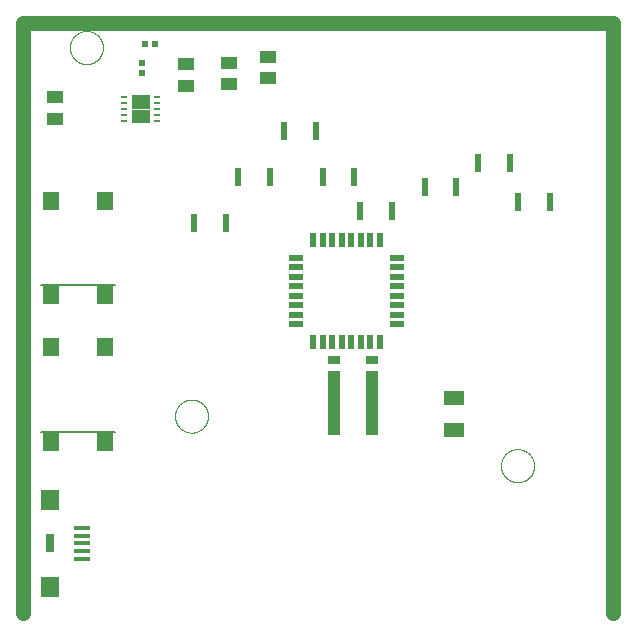
<source format=gtp>
G75*
%MOIN*%
%OFA0B0*%
%FSLAX25Y25*%
%IPPOS*%
%LPD*%
%AMOC8*
5,1,8,0,0,1.08239X$1,22.5*
%
%ADD10C,0.05000*%
%ADD11C,0.00000*%
%ADD12R,0.02200X0.05000*%
%ADD13R,0.05000X0.02200*%
%ADD14R,0.05700X0.04400*%
%ADD15R,0.07087X0.04724*%
%ADD16R,0.05709X0.01575*%
%ADD17R,0.05906X0.07087*%
%ADD18R,0.02756X0.05906*%
%ADD19C,0.00500*%
%ADD20R,0.05512X0.06299*%
%ADD21R,0.01969X0.06299*%
%ADD22R,0.02200X0.02400*%
%ADD23R,0.04331X0.21260*%
%ADD24R,0.04331X0.02756*%
%ADD25R,0.02400X0.02200*%
%ADD26R,0.02362X0.00945*%
%ADD27C,0.00001*%
D10*
X0012331Y0032803D02*
X0012331Y0229654D01*
X0209181Y0229654D01*
X0209181Y0032803D01*
D11*
X0171779Y0082016D02*
X0171781Y0082164D01*
X0171787Y0082312D01*
X0171797Y0082460D01*
X0171811Y0082607D01*
X0171829Y0082754D01*
X0171850Y0082900D01*
X0171876Y0083046D01*
X0171906Y0083191D01*
X0171939Y0083335D01*
X0171977Y0083478D01*
X0172018Y0083620D01*
X0172063Y0083761D01*
X0172111Y0083901D01*
X0172164Y0084040D01*
X0172220Y0084177D01*
X0172280Y0084312D01*
X0172343Y0084446D01*
X0172410Y0084578D01*
X0172481Y0084708D01*
X0172555Y0084836D01*
X0172632Y0084962D01*
X0172713Y0085086D01*
X0172797Y0085208D01*
X0172884Y0085327D01*
X0172975Y0085444D01*
X0173069Y0085559D01*
X0173165Y0085671D01*
X0173265Y0085781D01*
X0173367Y0085887D01*
X0173473Y0085991D01*
X0173581Y0086092D01*
X0173692Y0086190D01*
X0173805Y0086286D01*
X0173921Y0086378D01*
X0174039Y0086467D01*
X0174160Y0086552D01*
X0174283Y0086635D01*
X0174408Y0086714D01*
X0174535Y0086790D01*
X0174664Y0086862D01*
X0174795Y0086931D01*
X0174928Y0086996D01*
X0175063Y0087057D01*
X0175199Y0087115D01*
X0175336Y0087170D01*
X0175475Y0087220D01*
X0175616Y0087267D01*
X0175757Y0087310D01*
X0175900Y0087350D01*
X0176044Y0087385D01*
X0176188Y0087417D01*
X0176334Y0087444D01*
X0176480Y0087468D01*
X0176627Y0087488D01*
X0176774Y0087504D01*
X0176921Y0087516D01*
X0177069Y0087524D01*
X0177217Y0087528D01*
X0177365Y0087528D01*
X0177513Y0087524D01*
X0177661Y0087516D01*
X0177808Y0087504D01*
X0177955Y0087488D01*
X0178102Y0087468D01*
X0178248Y0087444D01*
X0178394Y0087417D01*
X0178538Y0087385D01*
X0178682Y0087350D01*
X0178825Y0087310D01*
X0178966Y0087267D01*
X0179107Y0087220D01*
X0179246Y0087170D01*
X0179383Y0087115D01*
X0179519Y0087057D01*
X0179654Y0086996D01*
X0179787Y0086931D01*
X0179918Y0086862D01*
X0180047Y0086790D01*
X0180174Y0086714D01*
X0180299Y0086635D01*
X0180422Y0086552D01*
X0180543Y0086467D01*
X0180661Y0086378D01*
X0180777Y0086286D01*
X0180890Y0086190D01*
X0181001Y0086092D01*
X0181109Y0085991D01*
X0181215Y0085887D01*
X0181317Y0085781D01*
X0181417Y0085671D01*
X0181513Y0085559D01*
X0181607Y0085444D01*
X0181698Y0085327D01*
X0181785Y0085208D01*
X0181869Y0085086D01*
X0181950Y0084962D01*
X0182027Y0084836D01*
X0182101Y0084708D01*
X0182172Y0084578D01*
X0182239Y0084446D01*
X0182302Y0084312D01*
X0182362Y0084177D01*
X0182418Y0084040D01*
X0182471Y0083901D01*
X0182519Y0083761D01*
X0182564Y0083620D01*
X0182605Y0083478D01*
X0182643Y0083335D01*
X0182676Y0083191D01*
X0182706Y0083046D01*
X0182732Y0082900D01*
X0182753Y0082754D01*
X0182771Y0082607D01*
X0182785Y0082460D01*
X0182795Y0082312D01*
X0182801Y0082164D01*
X0182803Y0082016D01*
X0182801Y0081868D01*
X0182795Y0081720D01*
X0182785Y0081572D01*
X0182771Y0081425D01*
X0182753Y0081278D01*
X0182732Y0081132D01*
X0182706Y0080986D01*
X0182676Y0080841D01*
X0182643Y0080697D01*
X0182605Y0080554D01*
X0182564Y0080412D01*
X0182519Y0080271D01*
X0182471Y0080131D01*
X0182418Y0079992D01*
X0182362Y0079855D01*
X0182302Y0079720D01*
X0182239Y0079586D01*
X0182172Y0079454D01*
X0182101Y0079324D01*
X0182027Y0079196D01*
X0181950Y0079070D01*
X0181869Y0078946D01*
X0181785Y0078824D01*
X0181698Y0078705D01*
X0181607Y0078588D01*
X0181513Y0078473D01*
X0181417Y0078361D01*
X0181317Y0078251D01*
X0181215Y0078145D01*
X0181109Y0078041D01*
X0181001Y0077940D01*
X0180890Y0077842D01*
X0180777Y0077746D01*
X0180661Y0077654D01*
X0180543Y0077565D01*
X0180422Y0077480D01*
X0180299Y0077397D01*
X0180174Y0077318D01*
X0180047Y0077242D01*
X0179918Y0077170D01*
X0179787Y0077101D01*
X0179654Y0077036D01*
X0179519Y0076975D01*
X0179383Y0076917D01*
X0179246Y0076862D01*
X0179107Y0076812D01*
X0178966Y0076765D01*
X0178825Y0076722D01*
X0178682Y0076682D01*
X0178538Y0076647D01*
X0178394Y0076615D01*
X0178248Y0076588D01*
X0178102Y0076564D01*
X0177955Y0076544D01*
X0177808Y0076528D01*
X0177661Y0076516D01*
X0177513Y0076508D01*
X0177365Y0076504D01*
X0177217Y0076504D01*
X0177069Y0076508D01*
X0176921Y0076516D01*
X0176774Y0076528D01*
X0176627Y0076544D01*
X0176480Y0076564D01*
X0176334Y0076588D01*
X0176188Y0076615D01*
X0176044Y0076647D01*
X0175900Y0076682D01*
X0175757Y0076722D01*
X0175616Y0076765D01*
X0175475Y0076812D01*
X0175336Y0076862D01*
X0175199Y0076917D01*
X0175063Y0076975D01*
X0174928Y0077036D01*
X0174795Y0077101D01*
X0174664Y0077170D01*
X0174535Y0077242D01*
X0174408Y0077318D01*
X0174283Y0077397D01*
X0174160Y0077480D01*
X0174039Y0077565D01*
X0173921Y0077654D01*
X0173805Y0077746D01*
X0173692Y0077842D01*
X0173581Y0077940D01*
X0173473Y0078041D01*
X0173367Y0078145D01*
X0173265Y0078251D01*
X0173165Y0078361D01*
X0173069Y0078473D01*
X0172975Y0078588D01*
X0172884Y0078705D01*
X0172797Y0078824D01*
X0172713Y0078946D01*
X0172632Y0079070D01*
X0172555Y0079196D01*
X0172481Y0079324D01*
X0172410Y0079454D01*
X0172343Y0079586D01*
X0172280Y0079720D01*
X0172220Y0079855D01*
X0172164Y0079992D01*
X0172111Y0080131D01*
X0172063Y0080271D01*
X0172018Y0080412D01*
X0171977Y0080554D01*
X0171939Y0080697D01*
X0171906Y0080841D01*
X0171876Y0080986D01*
X0171850Y0081132D01*
X0171829Y0081278D01*
X0171811Y0081425D01*
X0171797Y0081572D01*
X0171787Y0081720D01*
X0171781Y0081868D01*
X0171779Y0082016D01*
X0063118Y0098551D02*
X0063120Y0098699D01*
X0063126Y0098847D01*
X0063136Y0098995D01*
X0063150Y0099142D01*
X0063168Y0099289D01*
X0063189Y0099435D01*
X0063215Y0099581D01*
X0063245Y0099726D01*
X0063278Y0099870D01*
X0063316Y0100013D01*
X0063357Y0100155D01*
X0063402Y0100296D01*
X0063450Y0100436D01*
X0063503Y0100575D01*
X0063559Y0100712D01*
X0063619Y0100847D01*
X0063682Y0100981D01*
X0063749Y0101113D01*
X0063820Y0101243D01*
X0063894Y0101371D01*
X0063971Y0101497D01*
X0064052Y0101621D01*
X0064136Y0101743D01*
X0064223Y0101862D01*
X0064314Y0101979D01*
X0064408Y0102094D01*
X0064504Y0102206D01*
X0064604Y0102316D01*
X0064706Y0102422D01*
X0064812Y0102526D01*
X0064920Y0102627D01*
X0065031Y0102725D01*
X0065144Y0102821D01*
X0065260Y0102913D01*
X0065378Y0103002D01*
X0065499Y0103087D01*
X0065622Y0103170D01*
X0065747Y0103249D01*
X0065874Y0103325D01*
X0066003Y0103397D01*
X0066134Y0103466D01*
X0066267Y0103531D01*
X0066402Y0103592D01*
X0066538Y0103650D01*
X0066675Y0103705D01*
X0066814Y0103755D01*
X0066955Y0103802D01*
X0067096Y0103845D01*
X0067239Y0103885D01*
X0067383Y0103920D01*
X0067527Y0103952D01*
X0067673Y0103979D01*
X0067819Y0104003D01*
X0067966Y0104023D01*
X0068113Y0104039D01*
X0068260Y0104051D01*
X0068408Y0104059D01*
X0068556Y0104063D01*
X0068704Y0104063D01*
X0068852Y0104059D01*
X0069000Y0104051D01*
X0069147Y0104039D01*
X0069294Y0104023D01*
X0069441Y0104003D01*
X0069587Y0103979D01*
X0069733Y0103952D01*
X0069877Y0103920D01*
X0070021Y0103885D01*
X0070164Y0103845D01*
X0070305Y0103802D01*
X0070446Y0103755D01*
X0070585Y0103705D01*
X0070722Y0103650D01*
X0070858Y0103592D01*
X0070993Y0103531D01*
X0071126Y0103466D01*
X0071257Y0103397D01*
X0071386Y0103325D01*
X0071513Y0103249D01*
X0071638Y0103170D01*
X0071761Y0103087D01*
X0071882Y0103002D01*
X0072000Y0102913D01*
X0072116Y0102821D01*
X0072229Y0102725D01*
X0072340Y0102627D01*
X0072448Y0102526D01*
X0072554Y0102422D01*
X0072656Y0102316D01*
X0072756Y0102206D01*
X0072852Y0102094D01*
X0072946Y0101979D01*
X0073037Y0101862D01*
X0073124Y0101743D01*
X0073208Y0101621D01*
X0073289Y0101497D01*
X0073366Y0101371D01*
X0073440Y0101243D01*
X0073511Y0101113D01*
X0073578Y0100981D01*
X0073641Y0100847D01*
X0073701Y0100712D01*
X0073757Y0100575D01*
X0073810Y0100436D01*
X0073858Y0100296D01*
X0073903Y0100155D01*
X0073944Y0100013D01*
X0073982Y0099870D01*
X0074015Y0099726D01*
X0074045Y0099581D01*
X0074071Y0099435D01*
X0074092Y0099289D01*
X0074110Y0099142D01*
X0074124Y0098995D01*
X0074134Y0098847D01*
X0074140Y0098699D01*
X0074142Y0098551D01*
X0074140Y0098403D01*
X0074134Y0098255D01*
X0074124Y0098107D01*
X0074110Y0097960D01*
X0074092Y0097813D01*
X0074071Y0097667D01*
X0074045Y0097521D01*
X0074015Y0097376D01*
X0073982Y0097232D01*
X0073944Y0097089D01*
X0073903Y0096947D01*
X0073858Y0096806D01*
X0073810Y0096666D01*
X0073757Y0096527D01*
X0073701Y0096390D01*
X0073641Y0096255D01*
X0073578Y0096121D01*
X0073511Y0095989D01*
X0073440Y0095859D01*
X0073366Y0095731D01*
X0073289Y0095605D01*
X0073208Y0095481D01*
X0073124Y0095359D01*
X0073037Y0095240D01*
X0072946Y0095123D01*
X0072852Y0095008D01*
X0072756Y0094896D01*
X0072656Y0094786D01*
X0072554Y0094680D01*
X0072448Y0094576D01*
X0072340Y0094475D01*
X0072229Y0094377D01*
X0072116Y0094281D01*
X0072000Y0094189D01*
X0071882Y0094100D01*
X0071761Y0094015D01*
X0071638Y0093932D01*
X0071513Y0093853D01*
X0071386Y0093777D01*
X0071257Y0093705D01*
X0071126Y0093636D01*
X0070993Y0093571D01*
X0070858Y0093510D01*
X0070722Y0093452D01*
X0070585Y0093397D01*
X0070446Y0093347D01*
X0070305Y0093300D01*
X0070164Y0093257D01*
X0070021Y0093217D01*
X0069877Y0093182D01*
X0069733Y0093150D01*
X0069587Y0093123D01*
X0069441Y0093099D01*
X0069294Y0093079D01*
X0069147Y0093063D01*
X0069000Y0093051D01*
X0068852Y0093043D01*
X0068704Y0093039D01*
X0068556Y0093039D01*
X0068408Y0093043D01*
X0068260Y0093051D01*
X0068113Y0093063D01*
X0067966Y0093079D01*
X0067819Y0093099D01*
X0067673Y0093123D01*
X0067527Y0093150D01*
X0067383Y0093182D01*
X0067239Y0093217D01*
X0067096Y0093257D01*
X0066955Y0093300D01*
X0066814Y0093347D01*
X0066675Y0093397D01*
X0066538Y0093452D01*
X0066402Y0093510D01*
X0066267Y0093571D01*
X0066134Y0093636D01*
X0066003Y0093705D01*
X0065874Y0093777D01*
X0065747Y0093853D01*
X0065622Y0093932D01*
X0065499Y0094015D01*
X0065378Y0094100D01*
X0065260Y0094189D01*
X0065144Y0094281D01*
X0065031Y0094377D01*
X0064920Y0094475D01*
X0064812Y0094576D01*
X0064706Y0094680D01*
X0064604Y0094786D01*
X0064504Y0094896D01*
X0064408Y0095008D01*
X0064314Y0095123D01*
X0064223Y0095240D01*
X0064136Y0095359D01*
X0064052Y0095481D01*
X0063971Y0095605D01*
X0063894Y0095731D01*
X0063820Y0095859D01*
X0063749Y0095989D01*
X0063682Y0096121D01*
X0063619Y0096255D01*
X0063559Y0096390D01*
X0063503Y0096527D01*
X0063450Y0096666D01*
X0063402Y0096806D01*
X0063357Y0096947D01*
X0063316Y0097089D01*
X0063278Y0097232D01*
X0063245Y0097376D01*
X0063215Y0097521D01*
X0063189Y0097667D01*
X0063168Y0097813D01*
X0063150Y0097960D01*
X0063136Y0098107D01*
X0063126Y0098255D01*
X0063120Y0098403D01*
X0063118Y0098551D01*
X0054535Y0196425D02*
X0048630Y0196425D01*
X0048630Y0200598D01*
X0054535Y0200598D01*
X0054535Y0196425D01*
X0054535Y0201386D02*
X0054535Y0205559D01*
X0048630Y0205559D01*
X0048630Y0201386D01*
X0054535Y0201386D01*
X0028079Y0221386D02*
X0028081Y0221534D01*
X0028087Y0221682D01*
X0028097Y0221830D01*
X0028111Y0221977D01*
X0028129Y0222124D01*
X0028150Y0222270D01*
X0028176Y0222416D01*
X0028206Y0222561D01*
X0028239Y0222705D01*
X0028277Y0222848D01*
X0028318Y0222990D01*
X0028363Y0223131D01*
X0028411Y0223271D01*
X0028464Y0223410D01*
X0028520Y0223547D01*
X0028580Y0223682D01*
X0028643Y0223816D01*
X0028710Y0223948D01*
X0028781Y0224078D01*
X0028855Y0224206D01*
X0028932Y0224332D01*
X0029013Y0224456D01*
X0029097Y0224578D01*
X0029184Y0224697D01*
X0029275Y0224814D01*
X0029369Y0224929D01*
X0029465Y0225041D01*
X0029565Y0225151D01*
X0029667Y0225257D01*
X0029773Y0225361D01*
X0029881Y0225462D01*
X0029992Y0225560D01*
X0030105Y0225656D01*
X0030221Y0225748D01*
X0030339Y0225837D01*
X0030460Y0225922D01*
X0030583Y0226005D01*
X0030708Y0226084D01*
X0030835Y0226160D01*
X0030964Y0226232D01*
X0031095Y0226301D01*
X0031228Y0226366D01*
X0031363Y0226427D01*
X0031499Y0226485D01*
X0031636Y0226540D01*
X0031775Y0226590D01*
X0031916Y0226637D01*
X0032057Y0226680D01*
X0032200Y0226720D01*
X0032344Y0226755D01*
X0032488Y0226787D01*
X0032634Y0226814D01*
X0032780Y0226838D01*
X0032927Y0226858D01*
X0033074Y0226874D01*
X0033221Y0226886D01*
X0033369Y0226894D01*
X0033517Y0226898D01*
X0033665Y0226898D01*
X0033813Y0226894D01*
X0033961Y0226886D01*
X0034108Y0226874D01*
X0034255Y0226858D01*
X0034402Y0226838D01*
X0034548Y0226814D01*
X0034694Y0226787D01*
X0034838Y0226755D01*
X0034982Y0226720D01*
X0035125Y0226680D01*
X0035266Y0226637D01*
X0035407Y0226590D01*
X0035546Y0226540D01*
X0035683Y0226485D01*
X0035819Y0226427D01*
X0035954Y0226366D01*
X0036087Y0226301D01*
X0036218Y0226232D01*
X0036347Y0226160D01*
X0036474Y0226084D01*
X0036599Y0226005D01*
X0036722Y0225922D01*
X0036843Y0225837D01*
X0036961Y0225748D01*
X0037077Y0225656D01*
X0037190Y0225560D01*
X0037301Y0225462D01*
X0037409Y0225361D01*
X0037515Y0225257D01*
X0037617Y0225151D01*
X0037717Y0225041D01*
X0037813Y0224929D01*
X0037907Y0224814D01*
X0037998Y0224697D01*
X0038085Y0224578D01*
X0038169Y0224456D01*
X0038250Y0224332D01*
X0038327Y0224206D01*
X0038401Y0224078D01*
X0038472Y0223948D01*
X0038539Y0223816D01*
X0038602Y0223682D01*
X0038662Y0223547D01*
X0038718Y0223410D01*
X0038771Y0223271D01*
X0038819Y0223131D01*
X0038864Y0222990D01*
X0038905Y0222848D01*
X0038943Y0222705D01*
X0038976Y0222561D01*
X0039006Y0222416D01*
X0039032Y0222270D01*
X0039053Y0222124D01*
X0039071Y0221977D01*
X0039085Y0221830D01*
X0039095Y0221682D01*
X0039101Y0221534D01*
X0039103Y0221386D01*
X0039101Y0221238D01*
X0039095Y0221090D01*
X0039085Y0220942D01*
X0039071Y0220795D01*
X0039053Y0220648D01*
X0039032Y0220502D01*
X0039006Y0220356D01*
X0038976Y0220211D01*
X0038943Y0220067D01*
X0038905Y0219924D01*
X0038864Y0219782D01*
X0038819Y0219641D01*
X0038771Y0219501D01*
X0038718Y0219362D01*
X0038662Y0219225D01*
X0038602Y0219090D01*
X0038539Y0218956D01*
X0038472Y0218824D01*
X0038401Y0218694D01*
X0038327Y0218566D01*
X0038250Y0218440D01*
X0038169Y0218316D01*
X0038085Y0218194D01*
X0037998Y0218075D01*
X0037907Y0217958D01*
X0037813Y0217843D01*
X0037717Y0217731D01*
X0037617Y0217621D01*
X0037515Y0217515D01*
X0037409Y0217411D01*
X0037301Y0217310D01*
X0037190Y0217212D01*
X0037077Y0217116D01*
X0036961Y0217024D01*
X0036843Y0216935D01*
X0036722Y0216850D01*
X0036599Y0216767D01*
X0036474Y0216688D01*
X0036347Y0216612D01*
X0036218Y0216540D01*
X0036087Y0216471D01*
X0035954Y0216406D01*
X0035819Y0216345D01*
X0035683Y0216287D01*
X0035546Y0216232D01*
X0035407Y0216182D01*
X0035266Y0216135D01*
X0035125Y0216092D01*
X0034982Y0216052D01*
X0034838Y0216017D01*
X0034694Y0215985D01*
X0034548Y0215958D01*
X0034402Y0215934D01*
X0034255Y0215914D01*
X0034108Y0215898D01*
X0033961Y0215886D01*
X0033813Y0215878D01*
X0033665Y0215874D01*
X0033517Y0215874D01*
X0033369Y0215878D01*
X0033221Y0215886D01*
X0033074Y0215898D01*
X0032927Y0215914D01*
X0032780Y0215934D01*
X0032634Y0215958D01*
X0032488Y0215985D01*
X0032344Y0216017D01*
X0032200Y0216052D01*
X0032057Y0216092D01*
X0031916Y0216135D01*
X0031775Y0216182D01*
X0031636Y0216232D01*
X0031499Y0216287D01*
X0031363Y0216345D01*
X0031228Y0216406D01*
X0031095Y0216471D01*
X0030964Y0216540D01*
X0030835Y0216612D01*
X0030708Y0216688D01*
X0030583Y0216767D01*
X0030460Y0216850D01*
X0030339Y0216935D01*
X0030221Y0217024D01*
X0030105Y0217116D01*
X0029992Y0217212D01*
X0029881Y0217310D01*
X0029773Y0217411D01*
X0029667Y0217515D01*
X0029565Y0217621D01*
X0029465Y0217731D01*
X0029369Y0217843D01*
X0029275Y0217958D01*
X0029184Y0218075D01*
X0029097Y0218194D01*
X0029013Y0218316D01*
X0028932Y0218440D01*
X0028855Y0218566D01*
X0028781Y0218694D01*
X0028710Y0218824D01*
X0028643Y0218956D01*
X0028580Y0219090D01*
X0028520Y0219225D01*
X0028464Y0219362D01*
X0028411Y0219501D01*
X0028363Y0219641D01*
X0028318Y0219782D01*
X0028277Y0219924D01*
X0028239Y0220067D01*
X0028206Y0220211D01*
X0028176Y0220356D01*
X0028150Y0220502D01*
X0028129Y0220648D01*
X0028111Y0220795D01*
X0028097Y0220942D01*
X0028087Y0221090D01*
X0028081Y0221238D01*
X0028079Y0221386D01*
D12*
X0109260Y0157144D03*
X0112409Y0157144D03*
X0115559Y0157144D03*
X0118709Y0157144D03*
X0121858Y0157144D03*
X0125008Y0157144D03*
X0128157Y0157144D03*
X0131307Y0157144D03*
X0131307Y0123344D03*
X0128157Y0123344D03*
X0125008Y0123344D03*
X0121858Y0123344D03*
X0118709Y0123344D03*
X0115559Y0123344D03*
X0112409Y0123344D03*
X0109260Y0123344D03*
D13*
X0103383Y0129220D03*
X0103383Y0132370D03*
X0103383Y0135520D03*
X0103383Y0138669D03*
X0103383Y0141819D03*
X0103383Y0144969D03*
X0103383Y0148118D03*
X0103383Y0151268D03*
X0137183Y0151268D03*
X0137183Y0148118D03*
X0137183Y0144969D03*
X0137183Y0141819D03*
X0137183Y0138669D03*
X0137183Y0135520D03*
X0137183Y0132370D03*
X0137183Y0129220D03*
D14*
X0094063Y0211182D03*
X0094063Y0218282D03*
X0081228Y0216393D03*
X0081228Y0209293D03*
X0066819Y0208663D03*
X0066819Y0215763D03*
X0023079Y0204778D03*
X0023079Y0197678D03*
D15*
X0156150Y0104457D03*
X0156150Y0093827D03*
D16*
X0032075Y0061228D03*
X0032075Y0058669D03*
X0032075Y0056110D03*
X0032075Y0053551D03*
X0032075Y0050992D03*
D17*
X0021346Y0041606D03*
X0021346Y0070614D03*
D18*
X0021346Y0056110D03*
D19*
X0018394Y0093315D02*
X0043197Y0093315D01*
X0043197Y0142134D02*
X0018394Y0142134D01*
D20*
X0021937Y0138787D03*
X0021937Y0121465D03*
X0039654Y0121465D03*
X0039654Y0138787D03*
X0039654Y0170283D03*
X0021937Y0170283D03*
X0021937Y0089969D03*
X0039654Y0089969D03*
D21*
X0069417Y0163039D03*
X0080047Y0163039D03*
X0084102Y0178157D03*
X0094732Y0178157D03*
X0099535Y0193551D03*
X0110165Y0193551D03*
X0112291Y0178394D03*
X0122921Y0178394D03*
X0124811Y0166858D03*
X0135441Y0166858D03*
X0146307Y0175047D03*
X0156937Y0175047D03*
X0164181Y0182764D03*
X0174811Y0182764D03*
X0177409Y0170047D03*
X0188039Y0170047D03*
D22*
X0056382Y0222488D03*
X0053082Y0222488D03*
D23*
X0116031Y0102921D03*
X0128630Y0102921D03*
D24*
X0128630Y0117094D03*
X0116031Y0117094D03*
D25*
X0052134Y0212964D03*
X0052134Y0216264D03*
D26*
X0057094Y0204929D03*
X0057094Y0202961D03*
X0057094Y0200992D03*
X0057094Y0199024D03*
X0057094Y0197055D03*
X0046071Y0197055D03*
X0046071Y0199024D03*
X0046071Y0200992D03*
X0046071Y0202961D03*
X0046071Y0204929D03*
D27*
X0048630Y0204936D02*
X0054535Y0204936D01*
X0054535Y0204935D02*
X0048630Y0204935D01*
X0048630Y0204934D02*
X0054535Y0204934D01*
X0054535Y0204933D02*
X0048630Y0204933D01*
X0048630Y0204932D02*
X0054535Y0204932D01*
X0054535Y0204931D02*
X0048630Y0204931D01*
X0048630Y0204930D02*
X0054535Y0204930D01*
X0054535Y0204929D02*
X0048630Y0204929D01*
X0048630Y0204928D02*
X0054535Y0204928D01*
X0054535Y0204927D02*
X0048630Y0204927D01*
X0048630Y0204926D02*
X0054535Y0204926D01*
X0054535Y0204925D02*
X0048630Y0204925D01*
X0048630Y0204924D02*
X0054535Y0204924D01*
X0054535Y0204923D02*
X0048630Y0204923D01*
X0048630Y0204922D02*
X0054535Y0204922D01*
X0054535Y0204921D02*
X0048630Y0204921D01*
X0048630Y0204920D02*
X0054535Y0204920D01*
X0054535Y0204919D02*
X0048630Y0204919D01*
X0048630Y0204918D02*
X0054535Y0204918D01*
X0054535Y0204917D02*
X0048630Y0204917D01*
X0048630Y0204916D02*
X0054535Y0204916D01*
X0054535Y0204915D02*
X0048630Y0204915D01*
X0048630Y0204914D02*
X0054535Y0204914D01*
X0054535Y0204913D02*
X0048630Y0204913D01*
X0048630Y0204912D02*
X0054535Y0204912D01*
X0054535Y0204911D02*
X0048630Y0204911D01*
X0048630Y0204910D02*
X0054535Y0204910D01*
X0054535Y0204909D02*
X0048630Y0204909D01*
X0048630Y0204908D02*
X0054535Y0204908D01*
X0054535Y0204907D02*
X0048630Y0204907D01*
X0048630Y0204906D02*
X0054535Y0204906D01*
X0048630Y0204906D01*
X0048630Y0204905D02*
X0054535Y0204905D01*
X0054535Y0204904D02*
X0048630Y0204904D01*
X0048630Y0204903D02*
X0054535Y0204903D01*
X0054535Y0204902D02*
X0048630Y0204902D01*
X0048630Y0204901D02*
X0054535Y0204901D01*
X0054535Y0204900D02*
X0048630Y0204900D01*
X0048630Y0204899D02*
X0054535Y0204899D01*
X0054535Y0204898D02*
X0048630Y0204898D01*
X0048630Y0204897D02*
X0054535Y0204897D01*
X0054535Y0204896D02*
X0048630Y0204896D01*
X0048630Y0204895D02*
X0054535Y0204895D01*
X0054535Y0204894D02*
X0048630Y0204894D01*
X0048630Y0204893D02*
X0054535Y0204893D01*
X0054535Y0204892D02*
X0048630Y0204892D01*
X0048630Y0204891D02*
X0054535Y0204891D01*
X0054535Y0204890D02*
X0048630Y0204890D01*
X0048630Y0204889D02*
X0054535Y0204889D01*
X0054535Y0204888D02*
X0048630Y0204888D01*
X0048630Y0204887D02*
X0054535Y0204887D01*
X0054535Y0204886D02*
X0048630Y0204886D01*
X0048630Y0204885D02*
X0054535Y0204885D01*
X0054535Y0204884D02*
X0048630Y0204884D01*
X0048630Y0204883D02*
X0054535Y0204883D01*
X0054535Y0204882D02*
X0048630Y0204882D01*
X0048630Y0204881D02*
X0054535Y0204881D01*
X0054535Y0204880D02*
X0048630Y0204880D01*
X0048630Y0204879D02*
X0054535Y0204879D01*
X0054535Y0204878D02*
X0048630Y0204878D01*
X0048630Y0204877D02*
X0054535Y0204877D01*
X0054535Y0204876D02*
X0048630Y0204876D01*
X0048630Y0204875D02*
X0054535Y0204875D01*
X0054535Y0204874D02*
X0048630Y0204874D01*
X0048630Y0204873D02*
X0054535Y0204873D01*
X0054535Y0204872D02*
X0048630Y0204872D01*
X0048630Y0204871D02*
X0054535Y0204871D01*
X0054535Y0204870D02*
X0048630Y0204870D01*
X0048630Y0204869D02*
X0054535Y0204869D01*
X0054535Y0204868D02*
X0048630Y0204868D01*
X0048630Y0204867D02*
X0054535Y0204867D01*
X0054535Y0204866D02*
X0048630Y0204866D01*
X0048630Y0204865D02*
X0054535Y0204865D01*
X0054535Y0204864D02*
X0048630Y0204864D01*
X0048630Y0204863D02*
X0054535Y0204863D01*
X0054535Y0204862D02*
X0048630Y0204862D01*
X0048630Y0204861D02*
X0054535Y0204861D01*
X0054535Y0204860D02*
X0048630Y0204860D01*
X0048630Y0204859D02*
X0054535Y0204859D01*
X0054535Y0204858D02*
X0048630Y0204858D01*
X0048630Y0204857D02*
X0054535Y0204857D01*
X0054535Y0204856D02*
X0048630Y0204856D01*
X0048630Y0204855D02*
X0054535Y0204855D01*
X0054535Y0204854D02*
X0048630Y0204854D01*
X0048630Y0204853D02*
X0054535Y0204853D01*
X0054535Y0204852D02*
X0048630Y0204852D01*
X0048630Y0204851D02*
X0054535Y0204851D01*
X0054535Y0204850D02*
X0048630Y0204850D01*
X0048630Y0204849D02*
X0054535Y0204849D01*
X0054535Y0204848D02*
X0048630Y0204848D01*
X0048630Y0204847D02*
X0054535Y0204847D01*
X0054535Y0204846D02*
X0048630Y0204846D01*
X0048630Y0204845D02*
X0054535Y0204845D01*
X0054535Y0204844D02*
X0048630Y0204844D01*
X0054535Y0204844D01*
X0054535Y0204843D02*
X0048630Y0204843D01*
X0048630Y0204842D02*
X0054535Y0204842D01*
X0054535Y0204841D02*
X0048630Y0204841D01*
X0048630Y0204840D02*
X0054535Y0204840D01*
X0054535Y0204839D02*
X0048630Y0204839D01*
X0048630Y0204838D02*
X0054535Y0204838D01*
X0054535Y0204837D02*
X0048630Y0204837D01*
X0048630Y0204836D02*
X0054535Y0204836D01*
X0054535Y0204835D02*
X0048630Y0204835D01*
X0048630Y0204834D02*
X0054535Y0204834D01*
X0054535Y0204833D02*
X0048630Y0204833D01*
X0048630Y0204832D02*
X0054535Y0204832D01*
X0054535Y0204831D02*
X0048630Y0204831D01*
X0048630Y0204830D02*
X0054535Y0204830D01*
X0054535Y0204829D02*
X0048630Y0204829D01*
X0048630Y0204828D02*
X0054535Y0204828D01*
X0054535Y0204827D02*
X0048630Y0204827D01*
X0048630Y0204826D02*
X0054535Y0204826D01*
X0054535Y0204825D02*
X0048630Y0204825D01*
X0048630Y0204824D02*
X0054535Y0204824D01*
X0054535Y0204823D02*
X0048630Y0204823D01*
X0048630Y0204822D02*
X0054535Y0204822D01*
X0054535Y0204821D02*
X0048630Y0204821D01*
X0048630Y0204820D02*
X0054535Y0204820D01*
X0054535Y0204819D02*
X0048630Y0204819D01*
X0048630Y0204818D02*
X0054535Y0204818D01*
X0054535Y0204817D02*
X0048630Y0204817D01*
X0048630Y0204816D02*
X0054535Y0204816D01*
X0054535Y0204815D02*
X0048630Y0204815D01*
X0048630Y0204814D02*
X0054535Y0204814D01*
X0054535Y0204813D02*
X0048630Y0204813D01*
X0048630Y0204812D02*
X0054535Y0204812D01*
X0054535Y0204811D02*
X0048630Y0204811D01*
X0048630Y0204810D02*
X0054535Y0204810D01*
X0054535Y0204809D02*
X0048630Y0204809D01*
X0048630Y0204808D02*
X0054535Y0204808D01*
X0054535Y0204807D02*
X0048630Y0204807D01*
X0048630Y0204806D02*
X0054535Y0204806D01*
X0054535Y0204805D02*
X0048630Y0204805D01*
X0048630Y0204804D02*
X0054535Y0204804D01*
X0054535Y0204803D02*
X0048630Y0204803D01*
X0048630Y0204802D02*
X0054535Y0204802D01*
X0054535Y0204801D02*
X0048630Y0204801D01*
X0048630Y0204800D02*
X0054535Y0204800D01*
X0054535Y0204799D02*
X0048630Y0204799D01*
X0048630Y0204798D02*
X0054535Y0204798D01*
X0054535Y0204797D02*
X0048630Y0204797D01*
X0048630Y0204796D02*
X0054535Y0204796D01*
X0054535Y0204795D02*
X0048630Y0204795D01*
X0048630Y0204794D02*
X0054535Y0204794D01*
X0054535Y0204793D02*
X0048630Y0204793D01*
X0048630Y0204792D02*
X0054535Y0204792D01*
X0054535Y0204791D02*
X0048630Y0204791D01*
X0048630Y0204790D02*
X0054535Y0204790D01*
X0054535Y0204789D02*
X0048630Y0204789D01*
X0048630Y0204788D02*
X0054535Y0204788D01*
X0054535Y0204787D02*
X0048630Y0204787D01*
X0048630Y0204786D02*
X0054535Y0204786D01*
X0054535Y0204785D02*
X0048630Y0204785D01*
X0048630Y0204784D02*
X0054535Y0204784D01*
X0054535Y0204783D02*
X0048630Y0204783D01*
X0048630Y0204782D02*
X0054535Y0204782D01*
X0054535Y0204781D02*
X0048630Y0204781D01*
X0054535Y0204781D01*
X0054535Y0204780D02*
X0048630Y0204780D01*
X0048630Y0204779D02*
X0054535Y0204779D01*
X0054535Y0204778D02*
X0048630Y0204778D01*
X0048630Y0204777D02*
X0054535Y0204777D01*
X0054535Y0204776D02*
X0048630Y0204776D01*
X0048630Y0204775D02*
X0054535Y0204775D01*
X0054535Y0204774D02*
X0048630Y0204774D01*
X0048630Y0204773D02*
X0054535Y0204773D01*
X0054535Y0204772D02*
X0048630Y0204772D01*
X0048630Y0204771D02*
X0054535Y0204771D01*
X0054535Y0204770D02*
X0048630Y0204770D01*
X0048630Y0204769D02*
X0054535Y0204769D01*
X0054535Y0204768D02*
X0048630Y0204768D01*
X0048630Y0204767D02*
X0054535Y0204767D01*
X0054535Y0204766D02*
X0048630Y0204766D01*
X0048630Y0204765D02*
X0054535Y0204765D01*
X0054535Y0204764D02*
X0048630Y0204764D01*
X0048630Y0204763D02*
X0054535Y0204763D01*
X0054535Y0204762D02*
X0048630Y0204762D01*
X0048630Y0204761D02*
X0054535Y0204761D01*
X0054535Y0204760D02*
X0048630Y0204760D01*
X0048630Y0204759D02*
X0054535Y0204759D01*
X0054535Y0204758D02*
X0048630Y0204758D01*
X0048630Y0204757D02*
X0054535Y0204757D01*
X0054535Y0204756D02*
X0048630Y0204756D01*
X0048630Y0204755D02*
X0054535Y0204755D01*
X0054535Y0204754D02*
X0048630Y0204754D01*
X0048630Y0204753D02*
X0054535Y0204753D01*
X0054535Y0204752D02*
X0048630Y0204752D01*
X0048630Y0204751D02*
X0054535Y0204751D01*
X0054535Y0204750D02*
X0048630Y0204750D01*
X0048630Y0204749D02*
X0054535Y0204749D01*
X0054535Y0204748D02*
X0048630Y0204748D01*
X0048630Y0204747D02*
X0054535Y0204747D01*
X0054535Y0204746D02*
X0048630Y0204746D01*
X0048630Y0204745D02*
X0054535Y0204745D01*
X0054535Y0204744D02*
X0048630Y0204744D01*
X0048630Y0204743D02*
X0054535Y0204743D01*
X0054535Y0204742D02*
X0048630Y0204742D01*
X0048630Y0204741D02*
X0054535Y0204741D01*
X0054535Y0204740D02*
X0048630Y0204740D01*
X0048630Y0204739D02*
X0054535Y0204739D01*
X0054535Y0204738D02*
X0048630Y0204738D01*
X0048630Y0204737D02*
X0054535Y0204737D01*
X0054535Y0204736D02*
X0048630Y0204736D01*
X0048630Y0204735D02*
X0054535Y0204735D01*
X0054535Y0204734D02*
X0048630Y0204734D01*
X0048630Y0204733D02*
X0054535Y0204733D01*
X0054535Y0204732D02*
X0048630Y0204732D01*
X0048630Y0204731D02*
X0054535Y0204731D01*
X0054535Y0204730D02*
X0048630Y0204730D01*
X0048630Y0204729D02*
X0054535Y0204729D01*
X0054535Y0204728D02*
X0048630Y0204728D01*
X0048630Y0204727D02*
X0054535Y0204727D01*
X0054535Y0204726D02*
X0048630Y0204726D01*
X0048630Y0204725D02*
X0054535Y0204725D01*
X0054535Y0204724D02*
X0048630Y0204724D01*
X0048630Y0204723D02*
X0054535Y0204723D01*
X0054535Y0204722D02*
X0048630Y0204722D01*
X0048630Y0204721D02*
X0054535Y0204721D01*
X0054535Y0204720D02*
X0048630Y0204720D01*
X0048630Y0204719D02*
X0054535Y0204719D01*
X0048630Y0204719D01*
X0048630Y0204718D02*
X0054535Y0204718D01*
X0054535Y0204717D02*
X0048630Y0204717D01*
X0048630Y0204716D02*
X0054535Y0204716D01*
X0054535Y0204715D02*
X0048630Y0204715D01*
X0048630Y0204714D02*
X0054535Y0204714D01*
X0054535Y0204713D02*
X0048630Y0204713D01*
X0048630Y0204712D02*
X0054535Y0204712D01*
X0054535Y0204711D02*
X0048630Y0204711D01*
X0048630Y0204710D02*
X0054535Y0204710D01*
X0054535Y0204709D02*
X0048630Y0204709D01*
X0048630Y0204708D02*
X0054535Y0204708D01*
X0054535Y0204707D02*
X0048630Y0204707D01*
X0048630Y0204706D02*
X0054535Y0204706D01*
X0054535Y0204705D02*
X0048630Y0204705D01*
X0048630Y0204704D02*
X0054535Y0204704D01*
X0054535Y0204703D02*
X0048630Y0204703D01*
X0048630Y0204702D02*
X0054535Y0204702D01*
X0054535Y0204701D02*
X0048630Y0204701D01*
X0048630Y0204700D02*
X0054535Y0204700D01*
X0054535Y0204699D02*
X0048630Y0204699D01*
X0048630Y0204698D02*
X0054535Y0204698D01*
X0054535Y0204697D02*
X0048630Y0204697D01*
X0048630Y0204696D02*
X0054535Y0204696D01*
X0054535Y0204695D02*
X0048630Y0204695D01*
X0048630Y0204694D02*
X0054535Y0204694D01*
X0054535Y0204693D02*
X0048630Y0204693D01*
X0048630Y0204692D02*
X0054535Y0204692D01*
X0054535Y0204691D02*
X0048630Y0204691D01*
X0048630Y0204690D02*
X0054535Y0204690D01*
X0054535Y0204689D02*
X0048630Y0204689D01*
X0048630Y0204688D02*
X0054535Y0204688D01*
X0054535Y0204687D02*
X0048630Y0204687D01*
X0048630Y0204686D02*
X0054535Y0204686D01*
X0054535Y0204685D02*
X0048630Y0204685D01*
X0048630Y0204684D02*
X0054535Y0204684D01*
X0054535Y0204683D02*
X0048630Y0204683D01*
X0048630Y0204682D02*
X0054535Y0204682D01*
X0054535Y0204681D02*
X0048630Y0204681D01*
X0048630Y0204680D02*
X0054535Y0204680D01*
X0054535Y0204679D02*
X0048630Y0204679D01*
X0048630Y0204678D02*
X0054535Y0204678D01*
X0054535Y0204677D02*
X0048630Y0204677D01*
X0048630Y0204676D02*
X0054535Y0204676D01*
X0054535Y0204675D02*
X0048630Y0204675D01*
X0048630Y0204674D02*
X0054535Y0204674D01*
X0054535Y0204673D02*
X0048630Y0204673D01*
X0048630Y0204672D02*
X0054535Y0204672D01*
X0054535Y0204671D02*
X0048630Y0204671D01*
X0048630Y0204670D02*
X0054535Y0204670D01*
X0054535Y0204669D02*
X0048630Y0204669D01*
X0048630Y0204668D02*
X0054535Y0204668D01*
X0054535Y0204667D02*
X0048630Y0204667D01*
X0048630Y0204666D02*
X0054535Y0204666D01*
X0054535Y0204665D02*
X0048630Y0204665D01*
X0048630Y0204664D02*
X0054535Y0204664D01*
X0054535Y0204663D02*
X0048630Y0204663D01*
X0048630Y0204662D02*
X0054535Y0204662D01*
X0054535Y0204661D02*
X0048630Y0204661D01*
X0048630Y0204660D02*
X0054535Y0204660D01*
X0054535Y0204659D02*
X0048630Y0204659D01*
X0048630Y0204658D02*
X0054535Y0204658D01*
X0054535Y0204657D02*
X0048630Y0204657D01*
X0048630Y0204656D02*
X0054535Y0204656D01*
X0048630Y0204656D01*
X0048630Y0204655D02*
X0054535Y0204655D01*
X0054535Y0204654D02*
X0048630Y0204654D01*
X0048630Y0204653D02*
X0054535Y0204653D01*
X0054535Y0204652D02*
X0048630Y0204652D01*
X0048630Y0204651D02*
X0054535Y0204651D01*
X0054535Y0204650D02*
X0048630Y0204650D01*
X0048630Y0204649D02*
X0054535Y0204649D01*
X0054535Y0204648D02*
X0048630Y0204648D01*
X0048630Y0204647D02*
X0054535Y0204647D01*
X0054535Y0204646D02*
X0048630Y0204646D01*
X0048630Y0204645D02*
X0054535Y0204645D01*
X0054535Y0204644D02*
X0048630Y0204644D01*
X0048630Y0204643D02*
X0054535Y0204643D01*
X0054535Y0204642D02*
X0048630Y0204642D01*
X0048630Y0204641D02*
X0054535Y0204641D01*
X0054535Y0204640D02*
X0048630Y0204640D01*
X0048630Y0204639D02*
X0054535Y0204639D01*
X0054535Y0204638D02*
X0048630Y0204638D01*
X0048630Y0204637D02*
X0054535Y0204637D01*
X0054535Y0204636D02*
X0048630Y0204636D01*
X0048630Y0204635D02*
X0054535Y0204635D01*
X0054535Y0204634D02*
X0048630Y0204634D01*
X0048630Y0204633D02*
X0054535Y0204633D01*
X0054535Y0204632D02*
X0048630Y0204632D01*
X0048630Y0204631D02*
X0054535Y0204631D01*
X0054535Y0204630D02*
X0048630Y0204630D01*
X0048630Y0204629D02*
X0054535Y0204629D01*
X0054535Y0204628D02*
X0048630Y0204628D01*
X0048630Y0204627D02*
X0054535Y0204627D01*
X0054535Y0204626D02*
X0048630Y0204626D01*
X0048630Y0204625D02*
X0054535Y0204625D01*
X0054535Y0204624D02*
X0048630Y0204624D01*
X0048630Y0204623D02*
X0054535Y0204623D01*
X0054535Y0204622D02*
X0048630Y0204622D01*
X0048630Y0204621D02*
X0054535Y0204621D01*
X0054535Y0204620D02*
X0048630Y0204620D01*
X0048630Y0204619D02*
X0054535Y0204619D01*
X0054535Y0204618D02*
X0048630Y0204618D01*
X0048630Y0204617D02*
X0054535Y0204617D01*
X0054535Y0204616D02*
X0048630Y0204616D01*
X0048630Y0204615D02*
X0054535Y0204615D01*
X0054535Y0204614D02*
X0048630Y0204614D01*
X0048630Y0204613D02*
X0054535Y0204613D01*
X0054535Y0204612D02*
X0048630Y0204612D01*
X0048630Y0204611D02*
X0054535Y0204611D01*
X0054535Y0204610D02*
X0048630Y0204610D01*
X0048630Y0204609D02*
X0054535Y0204609D01*
X0054535Y0204608D02*
X0048630Y0204608D01*
X0048630Y0204607D02*
X0054535Y0204607D01*
X0054535Y0204606D02*
X0048630Y0204606D01*
X0048630Y0204605D02*
X0054535Y0204605D01*
X0054535Y0204604D02*
X0048630Y0204604D01*
X0048630Y0204603D02*
X0054535Y0204603D01*
X0054535Y0204602D02*
X0048630Y0204602D01*
X0048630Y0204601D02*
X0054535Y0204601D01*
X0054535Y0204600D02*
X0048630Y0204600D01*
X0048630Y0204599D02*
X0054535Y0204599D01*
X0054535Y0204598D02*
X0048630Y0204598D01*
X0048630Y0204597D02*
X0054535Y0204597D01*
X0054535Y0204596D02*
X0048630Y0204596D01*
X0048630Y0204595D02*
X0054535Y0204595D01*
X0054535Y0204594D02*
X0048630Y0204594D01*
X0054535Y0204594D01*
X0054535Y0204593D02*
X0048630Y0204593D01*
X0048630Y0204592D02*
X0054535Y0204592D01*
X0054535Y0204591D02*
X0048630Y0204591D01*
X0048630Y0204590D02*
X0054535Y0204590D01*
X0054535Y0204589D02*
X0048630Y0204589D01*
X0048630Y0204588D02*
X0054535Y0204588D01*
X0054535Y0204587D02*
X0048630Y0204587D01*
X0048630Y0204586D02*
X0054535Y0204586D01*
X0054535Y0204585D02*
X0048630Y0204585D01*
X0048630Y0204584D02*
X0054535Y0204584D01*
X0054535Y0204583D02*
X0048630Y0204583D01*
X0048630Y0204582D02*
X0054535Y0204582D01*
X0054535Y0204581D02*
X0048630Y0204581D01*
X0048630Y0204580D02*
X0054535Y0204580D01*
X0054535Y0204579D02*
X0048630Y0204579D01*
X0048630Y0204578D02*
X0054535Y0204578D01*
X0054535Y0204577D02*
X0048630Y0204577D01*
X0048630Y0204576D02*
X0054535Y0204576D01*
X0054535Y0204575D02*
X0048630Y0204575D01*
X0048630Y0204574D02*
X0054535Y0204574D01*
X0054535Y0204573D02*
X0048630Y0204573D01*
X0048630Y0204572D02*
X0054535Y0204572D01*
X0054535Y0204571D02*
X0048630Y0204571D01*
X0048630Y0204570D02*
X0054535Y0204570D01*
X0054535Y0204569D02*
X0048630Y0204569D01*
X0048630Y0204568D02*
X0054535Y0204568D01*
X0054535Y0204567D02*
X0048630Y0204567D01*
X0048630Y0204566D02*
X0054535Y0204566D01*
X0054535Y0204565D02*
X0048630Y0204565D01*
X0048630Y0204564D02*
X0054535Y0204564D01*
X0054535Y0204563D02*
X0048630Y0204563D01*
X0048630Y0204562D02*
X0054535Y0204562D01*
X0054535Y0204561D02*
X0048630Y0204561D01*
X0048630Y0204560D02*
X0054535Y0204560D01*
X0054535Y0204559D02*
X0048630Y0204559D01*
X0048630Y0204558D02*
X0054535Y0204558D01*
X0054535Y0204557D02*
X0048630Y0204557D01*
X0048630Y0204556D02*
X0054535Y0204556D01*
X0054535Y0204555D02*
X0048630Y0204555D01*
X0048630Y0204554D02*
X0054535Y0204554D01*
X0054535Y0204553D02*
X0048630Y0204553D01*
X0048630Y0204552D02*
X0054535Y0204552D01*
X0054535Y0204551D02*
X0048630Y0204551D01*
X0048630Y0204550D02*
X0054535Y0204550D01*
X0054535Y0204549D02*
X0048630Y0204549D01*
X0048630Y0204548D02*
X0054535Y0204548D01*
X0054535Y0204547D02*
X0048630Y0204547D01*
X0048630Y0204546D02*
X0054535Y0204546D01*
X0054535Y0204545D02*
X0048630Y0204545D01*
X0048630Y0204544D02*
X0054535Y0204544D01*
X0054535Y0204543D02*
X0048630Y0204543D01*
X0048630Y0204542D02*
X0054535Y0204542D01*
X0054535Y0204541D02*
X0048630Y0204541D01*
X0048630Y0204540D02*
X0054535Y0204540D01*
X0054535Y0204539D02*
X0048630Y0204539D01*
X0048630Y0204538D02*
X0054535Y0204538D01*
X0054535Y0204537D02*
X0048630Y0204537D01*
X0048630Y0204536D02*
X0054535Y0204536D01*
X0054535Y0204535D02*
X0048630Y0204535D01*
X0048630Y0204534D02*
X0054535Y0204534D01*
X0054535Y0204533D02*
X0048630Y0204533D01*
X0048630Y0204532D02*
X0054535Y0204532D01*
X0054535Y0204531D02*
X0048630Y0204531D01*
X0054535Y0204531D01*
X0054535Y0204530D02*
X0048630Y0204530D01*
X0048630Y0204529D02*
X0054535Y0204529D01*
X0054535Y0204528D02*
X0048630Y0204528D01*
X0048630Y0204527D02*
X0054535Y0204527D01*
X0054535Y0204526D02*
X0048630Y0204526D01*
X0048630Y0204525D02*
X0054535Y0204525D01*
X0054535Y0204524D02*
X0048630Y0204524D01*
X0048630Y0204523D02*
X0054535Y0204523D01*
X0054535Y0204522D02*
X0048630Y0204522D01*
X0048630Y0204521D02*
X0054535Y0204521D01*
X0054535Y0204520D02*
X0048630Y0204520D01*
X0048630Y0204519D02*
X0054535Y0204519D01*
X0054535Y0204518D02*
X0048630Y0204518D01*
X0048630Y0204517D02*
X0054535Y0204517D01*
X0054535Y0204516D02*
X0048630Y0204516D01*
X0048630Y0204515D02*
X0054535Y0204515D01*
X0054535Y0204514D02*
X0048630Y0204514D01*
X0048630Y0204513D02*
X0054535Y0204513D01*
X0054535Y0204512D02*
X0048630Y0204512D01*
X0048630Y0204511D02*
X0054535Y0204511D01*
X0054535Y0204510D02*
X0048630Y0204510D01*
X0048630Y0204509D02*
X0054535Y0204509D01*
X0054535Y0204508D02*
X0048630Y0204508D01*
X0048630Y0204507D02*
X0054535Y0204507D01*
X0054535Y0204506D02*
X0048630Y0204506D01*
X0048630Y0204505D02*
X0054535Y0204505D01*
X0054535Y0204504D02*
X0048630Y0204504D01*
X0048630Y0204503D02*
X0054535Y0204503D01*
X0054535Y0204502D02*
X0048630Y0204502D01*
X0048630Y0204501D02*
X0054535Y0204501D01*
X0054535Y0204500D02*
X0048630Y0204500D01*
X0048630Y0204499D02*
X0054535Y0204499D01*
X0054535Y0204498D02*
X0048630Y0204498D01*
X0048630Y0204497D02*
X0054535Y0204497D01*
X0054535Y0204496D02*
X0048630Y0204496D01*
X0048630Y0204495D02*
X0054535Y0204495D01*
X0054535Y0204494D02*
X0048630Y0204494D01*
X0048630Y0204493D02*
X0054535Y0204493D01*
X0054535Y0204492D02*
X0048630Y0204492D01*
X0048630Y0204491D02*
X0054535Y0204491D01*
X0054535Y0204490D02*
X0048630Y0204490D01*
X0048630Y0204489D02*
X0054535Y0204489D01*
X0054535Y0204488D02*
X0048630Y0204488D01*
X0048630Y0204487D02*
X0054535Y0204487D01*
X0054535Y0204486D02*
X0048630Y0204486D01*
X0048630Y0204485D02*
X0054535Y0204485D01*
X0054535Y0204484D02*
X0048630Y0204484D01*
X0048630Y0204483D02*
X0054535Y0204483D01*
X0054535Y0204482D02*
X0048630Y0204482D01*
X0048630Y0204481D02*
X0054535Y0204481D01*
X0054535Y0204480D02*
X0048630Y0204480D01*
X0048630Y0204479D02*
X0054535Y0204479D01*
X0054535Y0204478D02*
X0048630Y0204478D01*
X0048630Y0204477D02*
X0054535Y0204477D01*
X0054535Y0204476D02*
X0048630Y0204476D01*
X0048630Y0204475D02*
X0054535Y0204475D01*
X0054535Y0204474D02*
X0048630Y0204474D01*
X0048630Y0204473D02*
X0054535Y0204473D01*
X0054535Y0204472D02*
X0048630Y0204472D01*
X0048630Y0204471D02*
X0054535Y0204471D01*
X0054535Y0204470D02*
X0048630Y0204470D01*
X0048630Y0204469D02*
X0054535Y0204469D01*
X0048630Y0204469D01*
X0048630Y0204468D02*
X0054535Y0204468D01*
X0054535Y0204467D02*
X0048630Y0204467D01*
X0048630Y0204466D02*
X0054535Y0204466D01*
X0054535Y0204465D02*
X0048630Y0204465D01*
X0048630Y0204464D02*
X0054535Y0204464D01*
X0054535Y0204463D02*
X0048630Y0204463D01*
X0048630Y0204462D02*
X0054535Y0204462D01*
X0054535Y0204461D02*
X0048630Y0204461D01*
X0048630Y0204460D02*
X0054535Y0204460D01*
X0054535Y0204459D02*
X0048630Y0204459D01*
X0048630Y0204458D02*
X0054535Y0204458D01*
X0054535Y0204457D02*
X0048630Y0204457D01*
X0048630Y0204456D02*
X0054535Y0204456D01*
X0054535Y0204455D02*
X0048630Y0204455D01*
X0048630Y0204454D02*
X0054535Y0204454D01*
X0054535Y0204453D02*
X0048630Y0204453D01*
X0048630Y0204452D02*
X0054535Y0204452D01*
X0054535Y0204451D02*
X0048630Y0204451D01*
X0048630Y0204450D02*
X0054535Y0204450D01*
X0054535Y0204449D02*
X0048630Y0204449D01*
X0048630Y0204448D02*
X0054535Y0204448D01*
X0054535Y0204447D02*
X0048630Y0204447D01*
X0048630Y0204446D02*
X0054535Y0204446D01*
X0054535Y0204445D02*
X0048630Y0204445D01*
X0048630Y0204444D02*
X0054535Y0204444D01*
X0054535Y0204443D02*
X0048630Y0204443D01*
X0048630Y0204442D02*
X0054535Y0204442D01*
X0054535Y0204441D02*
X0048630Y0204441D01*
X0048630Y0204440D02*
X0054535Y0204440D01*
X0054535Y0204439D02*
X0048630Y0204439D01*
X0048630Y0204438D02*
X0054535Y0204438D01*
X0054535Y0204437D02*
X0048630Y0204437D01*
X0048630Y0204436D02*
X0054535Y0204436D01*
X0054535Y0204435D02*
X0048630Y0204435D01*
X0048630Y0204434D02*
X0054535Y0204434D01*
X0054535Y0204433D02*
X0048630Y0204433D01*
X0048630Y0204432D02*
X0054535Y0204432D01*
X0054535Y0204431D02*
X0048630Y0204431D01*
X0048630Y0204430D02*
X0054535Y0204430D01*
X0054535Y0204429D02*
X0048630Y0204429D01*
X0048630Y0204428D02*
X0054535Y0204428D01*
X0054535Y0204427D02*
X0048630Y0204427D01*
X0048630Y0204426D02*
X0054535Y0204426D01*
X0054535Y0204425D02*
X0048630Y0204425D01*
X0048630Y0204424D02*
X0054535Y0204424D01*
X0054535Y0204423D02*
X0048630Y0204423D01*
X0048630Y0204422D02*
X0054535Y0204422D01*
X0054535Y0204421D02*
X0048630Y0204421D01*
X0048630Y0204420D02*
X0054535Y0204420D01*
X0054535Y0204419D02*
X0048630Y0204419D01*
X0048630Y0204418D02*
X0054535Y0204418D01*
X0054535Y0204417D02*
X0048630Y0204417D01*
X0048630Y0204416D02*
X0054535Y0204416D01*
X0054535Y0204415D02*
X0048630Y0204415D01*
X0048630Y0204414D02*
X0054535Y0204414D01*
X0054535Y0204413D02*
X0048630Y0204413D01*
X0048630Y0204412D02*
X0054535Y0204412D01*
X0054535Y0204411D02*
X0048630Y0204411D01*
X0048630Y0204410D02*
X0054535Y0204410D01*
X0054535Y0204409D02*
X0048630Y0204409D01*
X0048630Y0204408D02*
X0054535Y0204408D01*
X0054535Y0204407D02*
X0048630Y0204407D01*
X0048630Y0204406D02*
X0054535Y0204406D01*
X0048630Y0204406D01*
X0048630Y0204405D02*
X0054535Y0204405D01*
X0054535Y0204404D02*
X0048630Y0204404D01*
X0048630Y0204403D02*
X0054535Y0204403D01*
X0054535Y0204402D02*
X0048630Y0204402D01*
X0048630Y0204401D02*
X0054535Y0204401D01*
X0054535Y0204400D02*
X0048630Y0204400D01*
X0048630Y0204399D02*
X0054535Y0204399D01*
X0054535Y0204398D02*
X0048630Y0204398D01*
X0048630Y0204397D02*
X0054535Y0204397D01*
X0054535Y0204396D02*
X0048630Y0204396D01*
X0048630Y0204395D02*
X0054535Y0204395D01*
X0054535Y0204394D02*
X0048630Y0204394D01*
X0048630Y0204393D02*
X0054535Y0204393D01*
X0054535Y0204392D02*
X0048630Y0204392D01*
X0048630Y0204391D02*
X0054535Y0204391D01*
X0054535Y0204390D02*
X0048630Y0204390D01*
X0048630Y0204389D02*
X0054535Y0204389D01*
X0054535Y0204388D02*
X0048630Y0204388D01*
X0048630Y0204387D02*
X0054535Y0204387D01*
X0054535Y0204386D02*
X0048630Y0204386D01*
X0048630Y0204385D02*
X0054535Y0204385D01*
X0054535Y0204384D02*
X0048630Y0204384D01*
X0048630Y0204383D02*
X0054535Y0204383D01*
X0054535Y0204382D02*
X0048630Y0204382D01*
X0048630Y0204381D02*
X0054535Y0204381D01*
X0054535Y0204380D02*
X0048630Y0204380D01*
X0048630Y0204379D02*
X0054535Y0204379D01*
X0054535Y0204378D02*
X0048630Y0204378D01*
X0048630Y0204377D02*
X0054535Y0204377D01*
X0054535Y0204376D02*
X0048630Y0204376D01*
X0048630Y0204375D02*
X0054535Y0204375D01*
X0054535Y0204374D02*
X0048630Y0204374D01*
X0048630Y0204373D02*
X0054535Y0204373D01*
X0054535Y0204372D02*
X0048630Y0204372D01*
X0048630Y0204371D02*
X0054535Y0204371D01*
X0054535Y0204370D02*
X0048630Y0204370D01*
X0048630Y0204369D02*
X0054535Y0204369D01*
X0054535Y0204368D02*
X0048630Y0204368D01*
X0048630Y0204367D02*
X0054535Y0204367D01*
X0054535Y0204366D02*
X0048630Y0204366D01*
X0048630Y0204365D02*
X0054535Y0204365D01*
X0054535Y0204364D02*
X0048630Y0204364D01*
X0048630Y0204363D02*
X0054535Y0204363D01*
X0054535Y0204362D02*
X0048630Y0204362D01*
X0048630Y0204361D02*
X0054535Y0204361D01*
X0054535Y0204360D02*
X0048630Y0204360D01*
X0048630Y0204359D02*
X0054535Y0204359D01*
X0054535Y0204358D02*
X0048630Y0204358D01*
X0048630Y0204357D02*
X0054535Y0204357D01*
X0054535Y0204356D02*
X0048630Y0204356D01*
X0048630Y0204355D02*
X0054535Y0204355D01*
X0054535Y0204354D02*
X0048630Y0204354D01*
X0048630Y0204353D02*
X0054535Y0204353D01*
X0054535Y0204352D02*
X0048630Y0204352D01*
X0048630Y0204351D02*
X0054535Y0204351D01*
X0054535Y0204350D02*
X0048630Y0204350D01*
X0048630Y0204349D02*
X0054535Y0204349D01*
X0054535Y0204348D02*
X0048630Y0204348D01*
X0048630Y0204347D02*
X0054535Y0204347D01*
X0054535Y0204346D02*
X0048630Y0204346D01*
X0048630Y0204345D02*
X0054535Y0204345D01*
X0054535Y0204344D02*
X0048630Y0204344D01*
X0054535Y0204344D01*
X0054535Y0204343D02*
X0048630Y0204343D01*
X0048630Y0204342D02*
X0054535Y0204342D01*
X0054535Y0204341D02*
X0048630Y0204341D01*
X0048630Y0204340D02*
X0054535Y0204340D01*
X0054535Y0204339D02*
X0048630Y0204339D01*
X0048630Y0204338D02*
X0054535Y0204338D01*
X0054535Y0204337D02*
X0048630Y0204337D01*
X0048630Y0204336D02*
X0054535Y0204336D01*
X0054535Y0204335D02*
X0048630Y0204335D01*
X0048630Y0204334D02*
X0054535Y0204334D01*
X0054535Y0204333D02*
X0048630Y0204333D01*
X0048630Y0204332D02*
X0054535Y0204332D01*
X0054535Y0204331D02*
X0048630Y0204331D01*
X0048630Y0204330D02*
X0054535Y0204330D01*
X0054535Y0204329D02*
X0048630Y0204329D01*
X0048630Y0204328D02*
X0054535Y0204328D01*
X0054535Y0204327D02*
X0048630Y0204327D01*
X0048630Y0204326D02*
X0054535Y0204326D01*
X0054535Y0204325D02*
X0048630Y0204325D01*
X0048630Y0204324D02*
X0054535Y0204324D01*
X0054535Y0204323D02*
X0048630Y0204323D01*
X0048630Y0204322D02*
X0054535Y0204322D01*
X0054535Y0204321D02*
X0048630Y0204321D01*
X0048630Y0204320D02*
X0054535Y0204320D01*
X0054535Y0204319D02*
X0048630Y0204319D01*
X0048630Y0204318D02*
X0054535Y0204318D01*
X0054535Y0204317D02*
X0048630Y0204317D01*
X0048630Y0204316D02*
X0054535Y0204316D01*
X0054535Y0204315D02*
X0048630Y0204315D01*
X0048630Y0204314D02*
X0054535Y0204314D01*
X0054535Y0204313D02*
X0048630Y0204313D01*
X0048630Y0204312D02*
X0054535Y0204312D01*
X0054535Y0204311D02*
X0048630Y0204311D01*
X0048630Y0204310D02*
X0054535Y0204310D01*
X0054535Y0204309D02*
X0048630Y0204309D01*
X0048630Y0204308D02*
X0054535Y0204308D01*
X0054535Y0204307D02*
X0048630Y0204307D01*
X0048630Y0204306D02*
X0054535Y0204306D01*
X0054535Y0204305D02*
X0048630Y0204305D01*
X0048630Y0204304D02*
X0054535Y0204304D01*
X0054535Y0204303D02*
X0048630Y0204303D01*
X0048630Y0204302D02*
X0054535Y0204302D01*
X0054535Y0204301D02*
X0048630Y0204301D01*
X0048630Y0204300D02*
X0054535Y0204300D01*
X0054535Y0204299D02*
X0048630Y0204299D01*
X0048630Y0204298D02*
X0054535Y0204298D01*
X0054535Y0204297D02*
X0048630Y0204297D01*
X0048630Y0204296D02*
X0054535Y0204296D01*
X0054535Y0204295D02*
X0048630Y0204295D01*
X0048630Y0204294D02*
X0054535Y0204294D01*
X0054535Y0204293D02*
X0048630Y0204293D01*
X0048630Y0204292D02*
X0054535Y0204292D01*
X0054535Y0204291D02*
X0048630Y0204291D01*
X0048630Y0204290D02*
X0054535Y0204290D01*
X0054535Y0204289D02*
X0048630Y0204289D01*
X0048630Y0204288D02*
X0054535Y0204288D01*
X0054535Y0204287D02*
X0048630Y0204287D01*
X0048630Y0204286D02*
X0054535Y0204286D01*
X0054535Y0204285D02*
X0048630Y0204285D01*
X0048630Y0204284D02*
X0054535Y0204284D01*
X0054535Y0204283D02*
X0048630Y0204283D01*
X0048630Y0204282D02*
X0054535Y0204282D01*
X0054535Y0204281D02*
X0048630Y0204281D01*
X0054535Y0204281D01*
X0054535Y0204280D02*
X0048630Y0204280D01*
X0048630Y0204279D02*
X0054535Y0204279D01*
X0054535Y0204278D02*
X0048630Y0204278D01*
X0048630Y0204277D02*
X0054535Y0204277D01*
X0054535Y0204276D02*
X0048630Y0204276D01*
X0048630Y0204275D02*
X0054535Y0204275D01*
X0054535Y0204274D02*
X0048630Y0204274D01*
X0048630Y0204273D02*
X0054535Y0204273D01*
X0054535Y0204272D02*
X0048630Y0204272D01*
X0048630Y0204271D02*
X0054535Y0204271D01*
X0054535Y0204270D02*
X0048630Y0204270D01*
X0048630Y0204269D02*
X0054535Y0204269D01*
X0054535Y0204268D02*
X0048630Y0204268D01*
X0048630Y0204267D02*
X0054535Y0204267D01*
X0054535Y0204266D02*
X0048630Y0204266D01*
X0048630Y0204265D02*
X0054535Y0204265D01*
X0054535Y0204264D02*
X0048630Y0204264D01*
X0048630Y0204263D02*
X0054535Y0204263D01*
X0054535Y0204262D02*
X0048630Y0204262D01*
X0048630Y0204261D02*
X0054535Y0204261D01*
X0054535Y0204260D02*
X0048630Y0204260D01*
X0048630Y0204259D02*
X0054535Y0204259D01*
X0054535Y0204258D02*
X0048630Y0204258D01*
X0048630Y0204257D02*
X0054535Y0204257D01*
X0054535Y0204256D02*
X0048630Y0204256D01*
X0048630Y0204255D02*
X0054535Y0204255D01*
X0054535Y0204254D02*
X0048630Y0204254D01*
X0048630Y0204253D02*
X0054535Y0204253D01*
X0054535Y0204252D02*
X0048630Y0204252D01*
X0048630Y0204251D02*
X0054535Y0204251D01*
X0054535Y0204250D02*
X0048630Y0204250D01*
X0048630Y0204249D02*
X0054535Y0204249D01*
X0054535Y0204248D02*
X0048630Y0204248D01*
X0048630Y0204247D02*
X0054535Y0204247D01*
X0054535Y0204246D02*
X0048630Y0204246D01*
X0048630Y0204245D02*
X0054535Y0204245D01*
X0054535Y0204244D02*
X0048630Y0204244D01*
X0048630Y0204243D02*
X0054535Y0204243D01*
X0054535Y0204242D02*
X0048630Y0204242D01*
X0048630Y0204241D02*
X0054535Y0204241D01*
X0054535Y0204240D02*
X0048630Y0204240D01*
X0048630Y0204239D02*
X0054535Y0204239D01*
X0054535Y0204238D02*
X0048630Y0204238D01*
X0048630Y0204237D02*
X0054535Y0204237D01*
X0054535Y0204236D02*
X0048630Y0204236D01*
X0048630Y0204235D02*
X0054535Y0204235D01*
X0054535Y0204234D02*
X0048630Y0204234D01*
X0048630Y0204233D02*
X0054535Y0204233D01*
X0054535Y0204232D02*
X0048630Y0204232D01*
X0048630Y0204231D02*
X0054535Y0204231D01*
X0054535Y0204230D02*
X0048630Y0204230D01*
X0048630Y0204229D02*
X0054535Y0204229D01*
X0054535Y0204228D02*
X0048630Y0204228D01*
X0048630Y0204227D02*
X0054535Y0204227D01*
X0054535Y0204226D02*
X0048630Y0204226D01*
X0048630Y0204225D02*
X0054535Y0204225D01*
X0054535Y0204224D02*
X0048630Y0204224D01*
X0048630Y0204223D02*
X0054535Y0204223D01*
X0054535Y0204222D02*
X0048630Y0204222D01*
X0048630Y0204221D02*
X0054535Y0204221D01*
X0054535Y0204220D02*
X0048630Y0204220D01*
X0048630Y0204219D02*
X0054535Y0204219D01*
X0048630Y0204219D01*
X0048630Y0204218D02*
X0054535Y0204218D01*
X0054535Y0204217D02*
X0048630Y0204217D01*
X0048630Y0204216D02*
X0054535Y0204216D01*
X0054535Y0204215D02*
X0048630Y0204215D01*
X0048630Y0204214D02*
X0054535Y0204214D01*
X0054535Y0204213D02*
X0048630Y0204213D01*
X0048630Y0204212D02*
X0054535Y0204212D01*
X0054535Y0204211D02*
X0048630Y0204211D01*
X0048630Y0204210D02*
X0054535Y0204210D01*
X0054535Y0204209D02*
X0048630Y0204209D01*
X0048630Y0204208D02*
X0054535Y0204208D01*
X0054535Y0204207D02*
X0048630Y0204207D01*
X0048630Y0204206D02*
X0054535Y0204206D01*
X0054535Y0204205D02*
X0048630Y0204205D01*
X0048630Y0204204D02*
X0054535Y0204204D01*
X0054535Y0204203D02*
X0048630Y0204203D01*
X0048630Y0204202D02*
X0054535Y0204202D01*
X0054535Y0204201D02*
X0048630Y0204201D01*
X0048630Y0204200D02*
X0054535Y0204200D01*
X0054535Y0204199D02*
X0048630Y0204199D01*
X0048630Y0204198D02*
X0054535Y0204198D01*
X0054535Y0204197D02*
X0048630Y0204197D01*
X0048630Y0204196D02*
X0054535Y0204196D01*
X0054535Y0204195D02*
X0048630Y0204195D01*
X0048630Y0204194D02*
X0054535Y0204194D01*
X0054535Y0204193D02*
X0048630Y0204193D01*
X0048630Y0204192D02*
X0054535Y0204192D01*
X0054535Y0204191D02*
X0048630Y0204191D01*
X0048630Y0204190D02*
X0054535Y0204190D01*
X0054535Y0204189D02*
X0048630Y0204189D01*
X0048630Y0204188D02*
X0054535Y0204188D01*
X0054535Y0204187D02*
X0048630Y0204187D01*
X0048630Y0204186D02*
X0054535Y0204186D01*
X0054535Y0204185D02*
X0048630Y0204185D01*
X0048630Y0204184D02*
X0054535Y0204184D01*
X0054535Y0204183D02*
X0048630Y0204183D01*
X0048630Y0204182D02*
X0054535Y0204182D01*
X0054535Y0204181D02*
X0048630Y0204181D01*
X0048630Y0204180D02*
X0054535Y0204180D01*
X0054535Y0204179D02*
X0048630Y0204179D01*
X0048630Y0204178D02*
X0054535Y0204178D01*
X0054535Y0204177D02*
X0048630Y0204177D01*
X0048630Y0204176D02*
X0054535Y0204176D01*
X0054535Y0204175D02*
X0048630Y0204175D01*
X0048630Y0204174D02*
X0054535Y0204174D01*
X0054535Y0204173D02*
X0048630Y0204173D01*
X0048630Y0204172D02*
X0054535Y0204172D01*
X0054535Y0204171D02*
X0048630Y0204171D01*
X0048630Y0204170D02*
X0054535Y0204170D01*
X0054535Y0204169D02*
X0048630Y0204169D01*
X0048630Y0204168D02*
X0054535Y0204168D01*
X0054535Y0204167D02*
X0048630Y0204167D01*
X0048630Y0204166D02*
X0054535Y0204166D01*
X0054535Y0204165D02*
X0048630Y0204165D01*
X0048630Y0204164D02*
X0054535Y0204164D01*
X0054535Y0204163D02*
X0048630Y0204163D01*
X0048630Y0204162D02*
X0054535Y0204162D01*
X0054535Y0204161D02*
X0048630Y0204161D01*
X0048630Y0204160D02*
X0054535Y0204160D01*
X0054535Y0204159D02*
X0048630Y0204159D01*
X0048630Y0204158D02*
X0054535Y0204158D01*
X0054535Y0204157D02*
X0048630Y0204157D01*
X0048630Y0204156D02*
X0054535Y0204156D01*
X0048630Y0204156D01*
X0048630Y0204155D02*
X0054535Y0204155D01*
X0054535Y0204154D02*
X0048630Y0204154D01*
X0048630Y0204153D02*
X0054535Y0204153D01*
X0054535Y0204152D02*
X0048630Y0204152D01*
X0048630Y0204151D02*
X0054535Y0204151D01*
X0054535Y0204150D02*
X0048630Y0204150D01*
X0048630Y0204149D02*
X0054535Y0204149D01*
X0054535Y0204148D02*
X0048630Y0204148D01*
X0048630Y0204147D02*
X0054535Y0204147D01*
X0054535Y0204146D02*
X0048630Y0204146D01*
X0048630Y0204145D02*
X0054535Y0204145D01*
X0054535Y0204144D02*
X0048630Y0204144D01*
X0048630Y0204143D02*
X0054535Y0204143D01*
X0054535Y0204142D02*
X0048630Y0204142D01*
X0048630Y0204141D02*
X0054535Y0204141D01*
X0054535Y0204140D02*
X0048630Y0204140D01*
X0048630Y0204139D02*
X0054535Y0204139D01*
X0054535Y0204138D02*
X0048630Y0204138D01*
X0048630Y0204137D02*
X0054535Y0204137D01*
X0054535Y0204136D02*
X0048630Y0204136D01*
X0048630Y0204135D02*
X0054535Y0204135D01*
X0054535Y0204134D02*
X0048630Y0204134D01*
X0048630Y0204133D02*
X0054535Y0204133D01*
X0054535Y0204132D02*
X0048630Y0204132D01*
X0048630Y0204131D02*
X0054535Y0204131D01*
X0054535Y0204130D02*
X0048630Y0204130D01*
X0048630Y0204129D02*
X0054535Y0204129D01*
X0054535Y0204128D02*
X0048630Y0204128D01*
X0048630Y0204127D02*
X0054535Y0204127D01*
X0054535Y0204126D02*
X0048630Y0204126D01*
X0048630Y0204125D02*
X0054535Y0204125D01*
X0054535Y0204124D02*
X0048630Y0204124D01*
X0048630Y0204123D02*
X0054535Y0204123D01*
X0054535Y0204122D02*
X0048630Y0204122D01*
X0048630Y0204121D02*
X0054535Y0204121D01*
X0054535Y0204120D02*
X0048630Y0204120D01*
X0048630Y0204119D02*
X0054535Y0204119D01*
X0054535Y0204118D02*
X0048630Y0204118D01*
X0048630Y0204117D02*
X0054535Y0204117D01*
X0054535Y0204116D02*
X0048630Y0204116D01*
X0048630Y0204115D02*
X0054535Y0204115D01*
X0054535Y0204114D02*
X0048630Y0204114D01*
X0048630Y0204113D02*
X0054535Y0204113D01*
X0054535Y0204112D02*
X0048630Y0204112D01*
X0048630Y0204111D02*
X0054535Y0204111D01*
X0054535Y0204110D02*
X0048630Y0204110D01*
X0048630Y0204109D02*
X0054535Y0204109D01*
X0054535Y0204108D02*
X0048630Y0204108D01*
X0048630Y0204107D02*
X0054535Y0204107D01*
X0054535Y0204106D02*
X0048630Y0204106D01*
X0048630Y0204105D02*
X0054535Y0204105D01*
X0054535Y0204104D02*
X0048630Y0204104D01*
X0048630Y0204103D02*
X0054535Y0204103D01*
X0054535Y0204102D02*
X0048630Y0204102D01*
X0048630Y0204101D02*
X0054535Y0204101D01*
X0054535Y0204100D02*
X0048630Y0204100D01*
X0048630Y0204099D02*
X0054535Y0204099D01*
X0054535Y0204098D02*
X0048630Y0204098D01*
X0048630Y0204097D02*
X0054535Y0204097D01*
X0054535Y0204096D02*
X0048630Y0204096D01*
X0048630Y0204095D02*
X0054535Y0204095D01*
X0054535Y0204094D02*
X0048630Y0204094D01*
X0054535Y0204094D01*
X0054535Y0204093D02*
X0048630Y0204093D01*
X0048630Y0204092D02*
X0054535Y0204092D01*
X0054535Y0204091D02*
X0048630Y0204091D01*
X0048630Y0204090D02*
X0054535Y0204090D01*
X0054535Y0204089D02*
X0048630Y0204089D01*
X0048630Y0204088D02*
X0054535Y0204088D01*
X0054535Y0204087D02*
X0048630Y0204087D01*
X0048630Y0204086D02*
X0054535Y0204086D01*
X0054535Y0204085D02*
X0048630Y0204085D01*
X0048630Y0204084D02*
X0054535Y0204084D01*
X0054535Y0204083D02*
X0048630Y0204083D01*
X0048630Y0204082D02*
X0054535Y0204082D01*
X0054535Y0204081D02*
X0048630Y0204081D01*
X0048630Y0204080D02*
X0054535Y0204080D01*
X0054535Y0204079D02*
X0048630Y0204079D01*
X0048630Y0204078D02*
X0054535Y0204078D01*
X0054535Y0204077D02*
X0048630Y0204077D01*
X0048630Y0204076D02*
X0054535Y0204076D01*
X0054535Y0204075D02*
X0048630Y0204075D01*
X0048630Y0204074D02*
X0054535Y0204074D01*
X0054535Y0204073D02*
X0048630Y0204073D01*
X0048630Y0204072D02*
X0054535Y0204072D01*
X0054535Y0204071D02*
X0048630Y0204071D01*
X0048630Y0204070D02*
X0054535Y0204070D01*
X0054535Y0204069D02*
X0048630Y0204069D01*
X0048630Y0204068D02*
X0054535Y0204068D01*
X0054535Y0204067D02*
X0048630Y0204067D01*
X0048630Y0204066D02*
X0054535Y0204066D01*
X0054535Y0204065D02*
X0048630Y0204065D01*
X0048630Y0204064D02*
X0054535Y0204064D01*
X0054535Y0204063D02*
X0048630Y0204063D01*
X0048630Y0204062D02*
X0054535Y0204062D01*
X0054535Y0204061D02*
X0048630Y0204061D01*
X0048630Y0204060D02*
X0054535Y0204060D01*
X0054535Y0204059D02*
X0048630Y0204059D01*
X0048630Y0204058D02*
X0054535Y0204058D01*
X0054535Y0204057D02*
X0048630Y0204057D01*
X0048630Y0204056D02*
X0054535Y0204056D01*
X0054535Y0204055D02*
X0048630Y0204055D01*
X0048630Y0204054D02*
X0054535Y0204054D01*
X0054535Y0204053D02*
X0048630Y0204053D01*
X0048630Y0204052D02*
X0054535Y0204052D01*
X0054535Y0204051D02*
X0048630Y0204051D01*
X0048630Y0204050D02*
X0054535Y0204050D01*
X0054535Y0204049D02*
X0048630Y0204049D01*
X0048630Y0204048D02*
X0054535Y0204048D01*
X0054535Y0204047D02*
X0048630Y0204047D01*
X0048630Y0204046D02*
X0054535Y0204046D01*
X0054535Y0204045D02*
X0048630Y0204045D01*
X0048630Y0204044D02*
X0054535Y0204044D01*
X0054535Y0204043D02*
X0048630Y0204043D01*
X0048630Y0204042D02*
X0054535Y0204042D01*
X0054535Y0204041D02*
X0048630Y0204041D01*
X0048630Y0204040D02*
X0054535Y0204040D01*
X0054535Y0204039D02*
X0048630Y0204039D01*
X0048630Y0204038D02*
X0054535Y0204038D01*
X0054535Y0204037D02*
X0048630Y0204037D01*
X0048630Y0204036D02*
X0054535Y0204036D01*
X0054535Y0204035D02*
X0048630Y0204035D01*
X0048630Y0204034D02*
X0054535Y0204034D01*
X0054535Y0204033D02*
X0048630Y0204033D01*
X0048630Y0204032D02*
X0054535Y0204032D01*
X0054535Y0204031D02*
X0048630Y0204031D01*
X0054535Y0204031D01*
X0054535Y0204030D02*
X0048630Y0204030D01*
X0048630Y0204029D02*
X0054535Y0204029D01*
X0054535Y0204028D02*
X0048630Y0204028D01*
X0048630Y0204027D02*
X0054535Y0204027D01*
X0054535Y0204026D02*
X0048630Y0204026D01*
X0048630Y0204025D02*
X0054535Y0204025D01*
X0054535Y0204024D02*
X0048630Y0204024D01*
X0048630Y0204023D02*
X0054535Y0204023D01*
X0054535Y0204022D02*
X0048630Y0204022D01*
X0048630Y0204021D02*
X0054535Y0204021D01*
X0054535Y0204020D02*
X0048630Y0204020D01*
X0048630Y0204019D02*
X0054535Y0204019D01*
X0054535Y0204018D02*
X0048630Y0204018D01*
X0048630Y0204017D02*
X0054535Y0204017D01*
X0054535Y0204016D02*
X0048630Y0204016D01*
X0048630Y0204015D02*
X0054535Y0204015D01*
X0054535Y0204014D02*
X0048630Y0204014D01*
X0048630Y0204013D02*
X0054535Y0204013D01*
X0054535Y0204012D02*
X0048630Y0204012D01*
X0048630Y0204011D02*
X0054535Y0204011D01*
X0054535Y0204010D02*
X0048630Y0204010D01*
X0048630Y0204009D02*
X0054535Y0204009D01*
X0054535Y0204008D02*
X0048630Y0204008D01*
X0048630Y0204007D02*
X0054535Y0204007D01*
X0054535Y0204006D02*
X0048630Y0204006D01*
X0048630Y0204005D02*
X0054535Y0204005D01*
X0054535Y0204004D02*
X0048630Y0204004D01*
X0048630Y0204003D02*
X0054535Y0204003D01*
X0054535Y0204002D02*
X0048630Y0204002D01*
X0048630Y0204001D02*
X0054535Y0204001D01*
X0054535Y0204000D02*
X0048630Y0204000D01*
X0048630Y0203999D02*
X0054535Y0203999D01*
X0054535Y0203998D02*
X0048630Y0203998D01*
X0048630Y0203997D02*
X0054535Y0203997D01*
X0054535Y0203996D02*
X0048630Y0203996D01*
X0048630Y0203995D02*
X0054535Y0203995D01*
X0054535Y0203994D02*
X0048630Y0203994D01*
X0048630Y0203993D02*
X0054535Y0203993D01*
X0054535Y0203992D02*
X0048630Y0203992D01*
X0048630Y0203991D02*
X0054535Y0203991D01*
X0054535Y0203990D02*
X0048630Y0203990D01*
X0048630Y0203989D02*
X0054535Y0203989D01*
X0054535Y0203988D02*
X0048630Y0203988D01*
X0048630Y0203987D02*
X0054535Y0203987D01*
X0054535Y0203986D02*
X0048630Y0203986D01*
X0048630Y0203985D02*
X0054535Y0203985D01*
X0054535Y0203984D02*
X0048630Y0203984D01*
X0048630Y0203983D02*
X0054535Y0203983D01*
X0054535Y0203982D02*
X0048630Y0203982D01*
X0048630Y0203981D02*
X0054535Y0203981D01*
X0054535Y0203980D02*
X0048630Y0203980D01*
X0048630Y0203979D02*
X0054535Y0203979D01*
X0054535Y0203978D02*
X0048630Y0203978D01*
X0048630Y0203977D02*
X0054535Y0203977D01*
X0054535Y0203976D02*
X0048630Y0203976D01*
X0048630Y0203975D02*
X0054535Y0203975D01*
X0054535Y0203974D02*
X0048630Y0203974D01*
X0048630Y0203973D02*
X0054535Y0203973D01*
X0054535Y0203972D02*
X0048630Y0203972D01*
X0048630Y0203971D02*
X0054535Y0203971D01*
X0054535Y0203970D02*
X0048630Y0203970D01*
X0048630Y0203969D02*
X0054535Y0203969D01*
X0048630Y0203969D01*
X0048630Y0203968D02*
X0054535Y0203968D01*
X0054535Y0203967D02*
X0048630Y0203967D01*
X0048630Y0203966D02*
X0054535Y0203966D01*
X0054535Y0203965D02*
X0048630Y0203965D01*
X0048630Y0203964D02*
X0054535Y0203964D01*
X0054535Y0203963D02*
X0048630Y0203963D01*
X0048630Y0203962D02*
X0054535Y0203962D01*
X0054535Y0203961D02*
X0048630Y0203961D01*
X0048630Y0203960D02*
X0054535Y0203960D01*
X0054535Y0203959D02*
X0048630Y0203959D01*
X0048630Y0203958D02*
X0054535Y0203958D01*
X0054535Y0203957D02*
X0048630Y0203957D01*
X0048630Y0203956D02*
X0054535Y0203956D01*
X0054535Y0203955D02*
X0048630Y0203955D01*
X0048630Y0203954D02*
X0054535Y0203954D01*
X0054535Y0203953D02*
X0048630Y0203953D01*
X0048630Y0203952D02*
X0054535Y0203952D01*
X0054535Y0203951D02*
X0048630Y0203951D01*
X0048630Y0203950D02*
X0054535Y0203950D01*
X0054535Y0203949D02*
X0048630Y0203949D01*
X0048630Y0203948D02*
X0054535Y0203948D01*
X0054535Y0203947D02*
X0048630Y0203947D01*
X0048630Y0203946D02*
X0054535Y0203946D01*
X0054535Y0203945D02*
X0048630Y0203945D01*
X0048630Y0203944D02*
X0054535Y0203944D01*
X0054535Y0203943D02*
X0048630Y0203943D01*
X0048630Y0203942D02*
X0054535Y0203942D01*
X0054535Y0203941D02*
X0048630Y0203941D01*
X0048630Y0203940D02*
X0054535Y0203940D01*
X0054535Y0203939D02*
X0048630Y0203939D01*
X0048630Y0203938D02*
X0054535Y0203938D01*
X0054535Y0203937D02*
X0048630Y0203937D01*
X0048630Y0203936D02*
X0054535Y0203936D01*
X0054535Y0203935D02*
X0048630Y0203935D01*
X0048630Y0203934D02*
X0054535Y0203934D01*
X0054535Y0203933D02*
X0048630Y0203933D01*
X0048630Y0203932D02*
X0054535Y0203932D01*
X0054535Y0203931D02*
X0048630Y0203931D01*
X0048630Y0203930D02*
X0054535Y0203930D01*
X0054535Y0203929D02*
X0048630Y0203929D01*
X0048630Y0203928D02*
X0054535Y0203928D01*
X0054535Y0203927D02*
X0048630Y0203927D01*
X0048630Y0203926D02*
X0054535Y0203926D01*
X0054535Y0203925D02*
X0048630Y0203925D01*
X0048630Y0203924D02*
X0054535Y0203924D01*
X0054535Y0203923D02*
X0048630Y0203923D01*
X0048630Y0203922D02*
X0054535Y0203922D01*
X0054535Y0203921D02*
X0048630Y0203921D01*
X0048630Y0203920D02*
X0054535Y0203920D01*
X0054535Y0203919D02*
X0048630Y0203919D01*
X0048630Y0203918D02*
X0054535Y0203918D01*
X0054535Y0203917D02*
X0048630Y0203917D01*
X0048630Y0203916D02*
X0054535Y0203916D01*
X0054535Y0203915D02*
X0048630Y0203915D01*
X0048630Y0203914D02*
X0054535Y0203914D01*
X0054535Y0203913D02*
X0048630Y0203913D01*
X0048630Y0203912D02*
X0054535Y0203912D01*
X0054535Y0203911D02*
X0048630Y0203911D01*
X0048630Y0203910D02*
X0054535Y0203910D01*
X0054535Y0203909D02*
X0048630Y0203909D01*
X0048630Y0203908D02*
X0054535Y0203908D01*
X0054535Y0203907D02*
X0048630Y0203907D01*
X0048630Y0203906D02*
X0054535Y0203906D01*
X0048630Y0203906D01*
X0048630Y0203905D02*
X0054535Y0203905D01*
X0054535Y0203904D02*
X0048630Y0203904D01*
X0048630Y0203903D02*
X0054535Y0203903D01*
X0054535Y0203902D02*
X0048630Y0203902D01*
X0048630Y0203901D02*
X0054535Y0203901D01*
X0054535Y0203900D02*
X0048630Y0203900D01*
X0048630Y0203899D02*
X0054535Y0203899D01*
X0054535Y0203898D02*
X0048630Y0203898D01*
X0048630Y0203897D02*
X0054535Y0203897D01*
X0054535Y0203896D02*
X0048630Y0203896D01*
X0048630Y0203895D02*
X0054535Y0203895D01*
X0054535Y0203894D02*
X0048630Y0203894D01*
X0048630Y0203893D02*
X0054535Y0203893D01*
X0054535Y0203892D02*
X0048630Y0203892D01*
X0048630Y0203891D02*
X0054535Y0203891D01*
X0054535Y0203890D02*
X0048630Y0203890D01*
X0048630Y0203889D02*
X0054535Y0203889D01*
X0054535Y0203888D02*
X0048630Y0203888D01*
X0048630Y0203887D02*
X0054535Y0203887D01*
X0054535Y0203886D02*
X0048630Y0203886D01*
X0048630Y0203885D02*
X0054535Y0203885D01*
X0054535Y0203884D02*
X0048630Y0203884D01*
X0048630Y0203883D02*
X0054535Y0203883D01*
X0054535Y0203882D02*
X0048630Y0203882D01*
X0048630Y0203881D02*
X0054535Y0203881D01*
X0054535Y0203880D02*
X0048630Y0203880D01*
X0048630Y0203879D02*
X0054535Y0203879D01*
X0054535Y0203878D02*
X0048630Y0203878D01*
X0048630Y0203877D02*
X0054535Y0203877D01*
X0054535Y0203876D02*
X0048630Y0203876D01*
X0048630Y0203875D02*
X0054535Y0203875D01*
X0054535Y0203874D02*
X0048630Y0203874D01*
X0048630Y0203873D02*
X0054535Y0203873D01*
X0054535Y0203872D02*
X0048630Y0203872D01*
X0048630Y0203871D02*
X0054535Y0203871D01*
X0054535Y0203870D02*
X0048630Y0203870D01*
X0048630Y0203869D02*
X0054535Y0203869D01*
X0054535Y0203868D02*
X0048630Y0203868D01*
X0048630Y0203867D02*
X0054535Y0203867D01*
X0054535Y0203866D02*
X0048630Y0203866D01*
X0048630Y0203865D02*
X0054535Y0203865D01*
X0054535Y0203864D02*
X0048630Y0203864D01*
X0048630Y0203863D02*
X0054535Y0203863D01*
X0054535Y0203862D02*
X0048630Y0203862D01*
X0048630Y0203861D02*
X0054535Y0203861D01*
X0054535Y0203860D02*
X0048630Y0203860D01*
X0048630Y0203859D02*
X0054535Y0203859D01*
X0054535Y0203858D02*
X0048630Y0203858D01*
X0048630Y0203857D02*
X0054535Y0203857D01*
X0054535Y0203856D02*
X0048630Y0203856D01*
X0048630Y0203855D02*
X0054535Y0203855D01*
X0054535Y0203854D02*
X0048630Y0203854D01*
X0048630Y0203853D02*
X0054535Y0203853D01*
X0054535Y0203852D02*
X0048630Y0203852D01*
X0048630Y0203851D02*
X0054535Y0203851D01*
X0054535Y0203850D02*
X0048630Y0203850D01*
X0048630Y0203849D02*
X0054535Y0203849D01*
X0054535Y0203848D02*
X0048630Y0203848D01*
X0048630Y0203847D02*
X0054535Y0203847D01*
X0054535Y0203846D02*
X0048630Y0203846D01*
X0048630Y0203845D02*
X0054535Y0203845D01*
X0054535Y0203844D02*
X0048630Y0203844D01*
X0054535Y0203844D01*
X0054535Y0203843D02*
X0048630Y0203843D01*
X0048630Y0203842D02*
X0054535Y0203842D01*
X0054535Y0203841D02*
X0048630Y0203841D01*
X0048630Y0203840D02*
X0054535Y0203840D01*
X0054535Y0203839D02*
X0048630Y0203839D01*
X0048630Y0203838D02*
X0054535Y0203838D01*
X0054535Y0203837D02*
X0048630Y0203837D01*
X0048630Y0203836D02*
X0054535Y0203836D01*
X0054535Y0203835D02*
X0048630Y0203835D01*
X0048630Y0203834D02*
X0054535Y0203834D01*
X0054535Y0203833D02*
X0048630Y0203833D01*
X0048630Y0203832D02*
X0054535Y0203832D01*
X0054535Y0203831D02*
X0048630Y0203831D01*
X0048630Y0203830D02*
X0054535Y0203830D01*
X0054535Y0203829D02*
X0048630Y0203829D01*
X0048630Y0203828D02*
X0054535Y0203828D01*
X0054535Y0203827D02*
X0048630Y0203827D01*
X0048630Y0203826D02*
X0054535Y0203826D01*
X0054535Y0203825D02*
X0048630Y0203825D01*
X0048630Y0203824D02*
X0054535Y0203824D01*
X0054535Y0203823D02*
X0048630Y0203823D01*
X0048630Y0203822D02*
X0054535Y0203822D01*
X0054535Y0203821D02*
X0048630Y0203821D01*
X0048630Y0203820D02*
X0054535Y0203820D01*
X0054535Y0203819D02*
X0048630Y0203819D01*
X0048630Y0203818D02*
X0054535Y0203818D01*
X0054535Y0203817D02*
X0048630Y0203817D01*
X0048630Y0203816D02*
X0054535Y0203816D01*
X0054535Y0203815D02*
X0048630Y0203815D01*
X0048630Y0203814D02*
X0054535Y0203814D01*
X0054535Y0203813D02*
X0048630Y0203813D01*
X0048630Y0203812D02*
X0054535Y0203812D01*
X0054535Y0203811D02*
X0048630Y0203811D01*
X0048630Y0203810D02*
X0054535Y0203810D01*
X0054535Y0203809D02*
X0048630Y0203809D01*
X0048630Y0203808D02*
X0054535Y0203808D01*
X0054535Y0203807D02*
X0048630Y0203807D01*
X0048630Y0203806D02*
X0054535Y0203806D01*
X0054535Y0203805D02*
X0048630Y0203805D01*
X0048630Y0203804D02*
X0054535Y0203804D01*
X0054535Y0203803D02*
X0048630Y0203803D01*
X0048630Y0203802D02*
X0054535Y0203802D01*
X0054535Y0203801D02*
X0048630Y0203801D01*
X0048630Y0203800D02*
X0054535Y0203800D01*
X0054535Y0203799D02*
X0048630Y0203799D01*
X0048630Y0203798D02*
X0054535Y0203798D01*
X0054535Y0203797D02*
X0048630Y0203797D01*
X0048630Y0203796D02*
X0054535Y0203796D01*
X0054535Y0203795D02*
X0048630Y0203795D01*
X0048630Y0203794D02*
X0054535Y0203794D01*
X0054535Y0203793D02*
X0048630Y0203793D01*
X0048630Y0203792D02*
X0054535Y0203792D01*
X0054535Y0203791D02*
X0048630Y0203791D01*
X0048630Y0203790D02*
X0054535Y0203790D01*
X0054535Y0203789D02*
X0048630Y0203789D01*
X0048630Y0203788D02*
X0054535Y0203788D01*
X0054535Y0203787D02*
X0048630Y0203787D01*
X0048630Y0203786D02*
X0054535Y0203786D01*
X0054535Y0203785D02*
X0048630Y0203785D01*
X0048630Y0203784D02*
X0054535Y0203784D01*
X0054535Y0203783D02*
X0048630Y0203783D01*
X0048630Y0203782D02*
X0054535Y0203782D01*
X0054535Y0203781D02*
X0048630Y0203781D01*
X0054535Y0203781D01*
X0054535Y0203780D02*
X0048630Y0203780D01*
X0048630Y0203779D02*
X0054535Y0203779D01*
X0054535Y0203778D02*
X0048630Y0203778D01*
X0048630Y0203777D02*
X0054535Y0203777D01*
X0054535Y0203776D02*
X0048630Y0203776D01*
X0048630Y0203775D02*
X0054535Y0203775D01*
X0054535Y0203774D02*
X0048630Y0203774D01*
X0048630Y0203773D02*
X0054535Y0203773D01*
X0054535Y0203772D02*
X0048630Y0203772D01*
X0048630Y0203771D02*
X0054535Y0203771D01*
X0054535Y0203770D02*
X0048630Y0203770D01*
X0048630Y0203769D02*
X0054535Y0203769D01*
X0054535Y0203768D02*
X0048630Y0203768D01*
X0048630Y0203767D02*
X0054535Y0203767D01*
X0054535Y0203766D02*
X0048630Y0203766D01*
X0048630Y0203765D02*
X0054535Y0203765D01*
X0054535Y0203764D02*
X0048630Y0203764D01*
X0048630Y0203763D02*
X0054535Y0203763D01*
X0054535Y0203762D02*
X0048630Y0203762D01*
X0048630Y0203761D02*
X0054535Y0203761D01*
X0054535Y0203760D02*
X0048630Y0203760D01*
X0048630Y0203759D02*
X0054535Y0203759D01*
X0054535Y0203758D02*
X0048630Y0203758D01*
X0048630Y0203757D02*
X0054535Y0203757D01*
X0054535Y0203756D02*
X0048630Y0203756D01*
X0048630Y0203755D02*
X0054535Y0203755D01*
X0054535Y0203754D02*
X0048630Y0203754D01*
X0048630Y0203753D02*
X0054535Y0203753D01*
X0054535Y0203752D02*
X0048630Y0203752D01*
X0048630Y0203751D02*
X0054535Y0203751D01*
X0054535Y0203750D02*
X0048630Y0203750D01*
X0048630Y0203749D02*
X0054535Y0203749D01*
X0054535Y0203748D02*
X0048630Y0203748D01*
X0048630Y0203747D02*
X0054535Y0203747D01*
X0054535Y0203746D02*
X0048630Y0203746D01*
X0048630Y0203745D02*
X0054535Y0203745D01*
X0054535Y0203744D02*
X0048630Y0203744D01*
X0048630Y0203743D02*
X0054535Y0203743D01*
X0054535Y0203742D02*
X0048630Y0203742D01*
X0048630Y0203741D02*
X0054535Y0203741D01*
X0054535Y0203740D02*
X0048630Y0203740D01*
X0048630Y0203739D02*
X0054535Y0203739D01*
X0054535Y0203738D02*
X0048630Y0203738D01*
X0048630Y0203737D02*
X0054535Y0203737D01*
X0054535Y0203736D02*
X0048630Y0203736D01*
X0048630Y0203735D02*
X0054535Y0203735D01*
X0054535Y0203734D02*
X0048630Y0203734D01*
X0048630Y0203733D02*
X0054535Y0203733D01*
X0054535Y0203732D02*
X0048630Y0203732D01*
X0048630Y0203731D02*
X0054535Y0203731D01*
X0054535Y0203730D02*
X0048630Y0203730D01*
X0048630Y0203729D02*
X0054535Y0203729D01*
X0054535Y0203728D02*
X0048630Y0203728D01*
X0048630Y0203727D02*
X0054535Y0203727D01*
X0054535Y0203726D02*
X0048630Y0203726D01*
X0048630Y0203725D02*
X0054535Y0203725D01*
X0054535Y0203724D02*
X0048630Y0203724D01*
X0048630Y0203723D02*
X0054535Y0203723D01*
X0054535Y0203722D02*
X0048630Y0203722D01*
X0048630Y0203721D02*
X0054535Y0203721D01*
X0054535Y0203720D02*
X0048630Y0203720D01*
X0048630Y0203719D02*
X0054535Y0203719D01*
X0048630Y0203719D01*
X0048630Y0203718D02*
X0054535Y0203718D01*
X0054535Y0203717D02*
X0048630Y0203717D01*
X0048630Y0203716D02*
X0054535Y0203716D01*
X0054535Y0203715D02*
X0048630Y0203715D01*
X0048630Y0203714D02*
X0054535Y0203714D01*
X0054535Y0203713D02*
X0048630Y0203713D01*
X0048630Y0203712D02*
X0054535Y0203712D01*
X0054535Y0203711D02*
X0048630Y0203711D01*
X0048630Y0203710D02*
X0054535Y0203710D01*
X0054535Y0203709D02*
X0048630Y0203709D01*
X0048630Y0203708D02*
X0054535Y0203708D01*
X0054535Y0203707D02*
X0048630Y0203707D01*
X0048630Y0203706D02*
X0054535Y0203706D01*
X0054535Y0203705D02*
X0048630Y0203705D01*
X0048630Y0203704D02*
X0054535Y0203704D01*
X0054535Y0203703D02*
X0048630Y0203703D01*
X0048630Y0203702D02*
X0054535Y0203702D01*
X0054535Y0203701D02*
X0048630Y0203701D01*
X0048630Y0203700D02*
X0054535Y0203700D01*
X0054535Y0203699D02*
X0048630Y0203699D01*
X0048630Y0203698D02*
X0054535Y0203698D01*
X0054535Y0203697D02*
X0048630Y0203697D01*
X0048630Y0203696D02*
X0054535Y0203696D01*
X0054535Y0203695D02*
X0048630Y0203695D01*
X0048630Y0203694D02*
X0054535Y0203694D01*
X0054535Y0203693D02*
X0048630Y0203693D01*
X0048630Y0203692D02*
X0054535Y0203692D01*
X0054535Y0203691D02*
X0048630Y0203691D01*
X0048630Y0203690D02*
X0054535Y0203690D01*
X0054535Y0203689D02*
X0048630Y0203689D01*
X0048630Y0203688D02*
X0054535Y0203688D01*
X0054535Y0203687D02*
X0048630Y0203687D01*
X0048630Y0203686D02*
X0054535Y0203686D01*
X0054535Y0203685D02*
X0048630Y0203685D01*
X0048630Y0203684D02*
X0054535Y0203684D01*
X0054535Y0203683D02*
X0048630Y0203683D01*
X0048630Y0203682D02*
X0054535Y0203682D01*
X0054535Y0203681D02*
X0048630Y0203681D01*
X0048630Y0203680D02*
X0054535Y0203680D01*
X0054535Y0203679D02*
X0048630Y0203679D01*
X0048630Y0203678D02*
X0054535Y0203678D01*
X0054535Y0203677D02*
X0048630Y0203677D01*
X0048630Y0203676D02*
X0054535Y0203676D01*
X0054535Y0203675D02*
X0048630Y0203675D01*
X0048630Y0203674D02*
X0054535Y0203674D01*
X0054535Y0203673D02*
X0048630Y0203673D01*
X0048630Y0203672D02*
X0054535Y0203672D01*
X0054535Y0203671D02*
X0048630Y0203671D01*
X0048630Y0203670D02*
X0054535Y0203670D01*
X0054535Y0203669D02*
X0048630Y0203669D01*
X0048630Y0203668D02*
X0054535Y0203668D01*
X0054535Y0203667D02*
X0048630Y0203667D01*
X0048630Y0203666D02*
X0054535Y0203666D01*
X0054535Y0203665D02*
X0048630Y0203665D01*
X0048630Y0203664D02*
X0054535Y0203664D01*
X0054535Y0203663D02*
X0048630Y0203663D01*
X0048630Y0203662D02*
X0054535Y0203662D01*
X0054535Y0203661D02*
X0048630Y0203661D01*
X0048630Y0203660D02*
X0054535Y0203660D01*
X0054535Y0203659D02*
X0048630Y0203659D01*
X0048630Y0203658D02*
X0054535Y0203658D01*
X0054535Y0203657D02*
X0048630Y0203657D01*
X0048630Y0203656D02*
X0054535Y0203656D01*
X0048630Y0203656D01*
X0048630Y0203655D02*
X0054535Y0203655D01*
X0054535Y0203654D02*
X0048630Y0203654D01*
X0048630Y0203653D02*
X0054535Y0203653D01*
X0054535Y0203652D02*
X0048630Y0203652D01*
X0048630Y0203651D02*
X0054535Y0203651D01*
X0054535Y0203650D02*
X0048630Y0203650D01*
X0048630Y0203649D02*
X0054535Y0203649D01*
X0054535Y0203648D02*
X0048630Y0203648D01*
X0048630Y0203647D02*
X0054535Y0203647D01*
X0054535Y0203646D02*
X0048630Y0203646D01*
X0048630Y0203645D02*
X0054535Y0203645D01*
X0054535Y0203644D02*
X0048630Y0203644D01*
X0048630Y0203643D02*
X0054535Y0203643D01*
X0054535Y0203642D02*
X0048630Y0203642D01*
X0048630Y0203641D02*
X0054535Y0203641D01*
X0054535Y0203640D02*
X0048630Y0203640D01*
X0048630Y0203639D02*
X0054535Y0203639D01*
X0054535Y0203638D02*
X0048630Y0203638D01*
X0048630Y0203637D02*
X0054535Y0203637D01*
X0054535Y0203636D02*
X0048630Y0203636D01*
X0048630Y0203635D02*
X0054535Y0203635D01*
X0054535Y0203634D02*
X0048630Y0203634D01*
X0048630Y0203633D02*
X0054535Y0203633D01*
X0054535Y0203632D02*
X0048630Y0203632D01*
X0048630Y0203631D02*
X0054535Y0203631D01*
X0054535Y0203630D02*
X0048630Y0203630D01*
X0048630Y0203629D02*
X0054535Y0203629D01*
X0054535Y0203628D02*
X0048630Y0203628D01*
X0048630Y0203627D02*
X0054535Y0203627D01*
X0054535Y0203626D02*
X0048630Y0203626D01*
X0048630Y0203625D02*
X0054535Y0203625D01*
X0054535Y0203624D02*
X0048630Y0203624D01*
X0048630Y0203623D02*
X0054535Y0203623D01*
X0054535Y0203622D02*
X0048630Y0203622D01*
X0048630Y0203621D02*
X0054535Y0203621D01*
X0054535Y0203620D02*
X0048630Y0203620D01*
X0048630Y0203619D02*
X0054535Y0203619D01*
X0054535Y0203618D02*
X0048630Y0203618D01*
X0048630Y0203617D02*
X0054535Y0203617D01*
X0054535Y0203616D02*
X0048630Y0203616D01*
X0048630Y0203615D02*
X0054535Y0203615D01*
X0054535Y0203614D02*
X0048630Y0203614D01*
X0048630Y0203613D02*
X0054535Y0203613D01*
X0054535Y0203612D02*
X0048630Y0203612D01*
X0048630Y0203611D02*
X0054535Y0203611D01*
X0054535Y0203610D02*
X0048630Y0203610D01*
X0048630Y0203609D02*
X0054535Y0203609D01*
X0054535Y0203608D02*
X0048630Y0203608D01*
X0048630Y0203607D02*
X0054535Y0203607D01*
X0054535Y0203606D02*
X0048630Y0203606D01*
X0048630Y0203605D02*
X0054535Y0203605D01*
X0054535Y0203604D02*
X0048630Y0203604D01*
X0048630Y0203603D02*
X0054535Y0203603D01*
X0054535Y0203602D02*
X0048630Y0203602D01*
X0048630Y0203601D02*
X0054535Y0203601D01*
X0054535Y0203600D02*
X0048630Y0203600D01*
X0048630Y0203599D02*
X0054535Y0203599D01*
X0054535Y0203598D02*
X0048630Y0203598D01*
X0048630Y0203597D02*
X0054535Y0203597D01*
X0054535Y0203596D02*
X0048630Y0203596D01*
X0048630Y0203595D02*
X0054535Y0203595D01*
X0054535Y0203594D02*
X0048630Y0203594D01*
X0054535Y0203594D01*
X0054535Y0203593D02*
X0048630Y0203593D01*
X0048630Y0203592D02*
X0054535Y0203592D01*
X0054535Y0203591D02*
X0048630Y0203591D01*
X0048630Y0203590D02*
X0054535Y0203590D01*
X0054535Y0203589D02*
X0048630Y0203589D01*
X0048630Y0203588D02*
X0054535Y0203588D01*
X0054535Y0203587D02*
X0048630Y0203587D01*
X0048630Y0203586D02*
X0054535Y0203586D01*
X0054535Y0203585D02*
X0048630Y0203585D01*
X0048630Y0203584D02*
X0054535Y0203584D01*
X0054535Y0203583D02*
X0048630Y0203583D01*
X0048630Y0203582D02*
X0054535Y0203582D01*
X0054535Y0203581D02*
X0048630Y0203581D01*
X0048630Y0203580D02*
X0054535Y0203580D01*
X0054535Y0203579D02*
X0048630Y0203579D01*
X0048630Y0203578D02*
X0054535Y0203578D01*
X0054535Y0203577D02*
X0048630Y0203577D01*
X0048630Y0203576D02*
X0054535Y0203576D01*
X0054535Y0203575D02*
X0048630Y0203575D01*
X0048630Y0203574D02*
X0054535Y0203574D01*
X0054535Y0203573D02*
X0048630Y0203573D01*
X0048630Y0203572D02*
X0054535Y0203572D01*
X0054535Y0203571D02*
X0048630Y0203571D01*
X0048630Y0203570D02*
X0054535Y0203570D01*
X0054535Y0203569D02*
X0048630Y0203569D01*
X0048630Y0203568D02*
X0054535Y0203568D01*
X0054535Y0203567D02*
X0048630Y0203567D01*
X0048630Y0203566D02*
X0054535Y0203566D01*
X0054535Y0203565D02*
X0048630Y0203565D01*
X0048630Y0203564D02*
X0054535Y0203564D01*
X0054535Y0203563D02*
X0048630Y0203563D01*
X0048630Y0203562D02*
X0054535Y0203562D01*
X0054535Y0203561D02*
X0048630Y0203561D01*
X0048630Y0203560D02*
X0054535Y0203560D01*
X0054535Y0203559D02*
X0048630Y0203559D01*
X0048630Y0203558D02*
X0054535Y0203558D01*
X0054535Y0203557D02*
X0048630Y0203557D01*
X0048630Y0203556D02*
X0054535Y0203556D01*
X0054535Y0203555D02*
X0048630Y0203555D01*
X0048630Y0203554D02*
X0054535Y0203554D01*
X0054535Y0203553D02*
X0048630Y0203553D01*
X0048630Y0203552D02*
X0054535Y0203552D01*
X0054535Y0203551D02*
X0048630Y0203551D01*
X0048630Y0203550D02*
X0054535Y0203550D01*
X0054535Y0203549D02*
X0048630Y0203549D01*
X0048630Y0203548D02*
X0054535Y0203548D01*
X0054535Y0203547D02*
X0048630Y0203547D01*
X0048630Y0203546D02*
X0054535Y0203546D01*
X0054535Y0203545D02*
X0048630Y0203545D01*
X0048630Y0203544D02*
X0054535Y0203544D01*
X0054535Y0203543D02*
X0048630Y0203543D01*
X0048630Y0203542D02*
X0054535Y0203542D01*
X0054535Y0203541D02*
X0048630Y0203541D01*
X0048630Y0203540D02*
X0054535Y0203540D01*
X0054535Y0203539D02*
X0048630Y0203539D01*
X0048630Y0203538D02*
X0054535Y0203538D01*
X0054535Y0203537D02*
X0048630Y0203537D01*
X0048630Y0203536D02*
X0054535Y0203536D01*
X0054535Y0203535D02*
X0048630Y0203535D01*
X0048630Y0203534D02*
X0054535Y0203534D01*
X0054535Y0203533D02*
X0048630Y0203533D01*
X0048630Y0203532D02*
X0054535Y0203532D01*
X0054535Y0203531D02*
X0048630Y0203531D01*
X0054535Y0203531D01*
X0054535Y0203530D02*
X0048630Y0203530D01*
X0048630Y0203529D02*
X0054535Y0203529D01*
X0054535Y0203528D02*
X0048630Y0203528D01*
X0048630Y0203527D02*
X0054535Y0203527D01*
X0054535Y0203526D02*
X0048630Y0203526D01*
X0048630Y0203525D02*
X0054535Y0203525D01*
X0054535Y0203524D02*
X0048630Y0203524D01*
X0048630Y0203523D02*
X0054535Y0203523D01*
X0054535Y0203522D02*
X0048630Y0203522D01*
X0048630Y0203521D02*
X0054535Y0203521D01*
X0054535Y0203520D02*
X0048630Y0203520D01*
X0048630Y0203519D02*
X0054535Y0203519D01*
X0054535Y0203518D02*
X0048630Y0203518D01*
X0048630Y0203517D02*
X0054535Y0203517D01*
X0054535Y0203516D02*
X0048630Y0203516D01*
X0048630Y0203515D02*
X0054535Y0203515D01*
X0054535Y0203514D02*
X0048630Y0203514D01*
X0048630Y0203513D02*
X0054535Y0203513D01*
X0054535Y0203512D02*
X0048630Y0203512D01*
X0048630Y0203511D02*
X0054535Y0203511D01*
X0054535Y0203510D02*
X0048630Y0203510D01*
X0048630Y0203509D02*
X0054535Y0203509D01*
X0054535Y0203508D02*
X0048630Y0203508D01*
X0048630Y0203507D02*
X0054535Y0203507D01*
X0054535Y0203506D02*
X0048630Y0203506D01*
X0048630Y0203505D02*
X0054535Y0203505D01*
X0054535Y0203504D02*
X0048630Y0203504D01*
X0048630Y0203503D02*
X0054535Y0203503D01*
X0054535Y0203502D02*
X0048630Y0203502D01*
X0048630Y0203501D02*
X0054535Y0203501D01*
X0054535Y0203500D02*
X0048630Y0203500D01*
X0048630Y0203499D02*
X0054535Y0203499D01*
X0054535Y0203498D02*
X0048630Y0203498D01*
X0048630Y0203497D02*
X0054535Y0203497D01*
X0054535Y0203496D02*
X0048630Y0203496D01*
X0048630Y0203495D02*
X0054535Y0203495D01*
X0054535Y0203494D02*
X0048630Y0203494D01*
X0048630Y0203493D02*
X0054535Y0203493D01*
X0054535Y0203492D02*
X0048630Y0203492D01*
X0048630Y0203491D02*
X0054535Y0203491D01*
X0054535Y0203490D02*
X0048630Y0203490D01*
X0048630Y0203489D02*
X0054535Y0203489D01*
X0054535Y0203488D02*
X0048630Y0203488D01*
X0048630Y0203487D02*
X0054535Y0203487D01*
X0054535Y0203486D02*
X0048630Y0203486D01*
X0048630Y0203485D02*
X0054535Y0203485D01*
X0054535Y0203484D02*
X0048630Y0203484D01*
X0048630Y0203483D02*
X0054535Y0203483D01*
X0054535Y0203482D02*
X0048630Y0203482D01*
X0048630Y0203481D02*
X0054535Y0203481D01*
X0054535Y0203480D02*
X0048630Y0203480D01*
X0048630Y0203479D02*
X0054535Y0203479D01*
X0054535Y0203478D02*
X0048630Y0203478D01*
X0048630Y0203477D02*
X0054535Y0203477D01*
X0054535Y0203476D02*
X0048630Y0203476D01*
X0048630Y0203475D02*
X0054535Y0203475D01*
X0054535Y0203474D02*
X0048630Y0203474D01*
X0048630Y0203473D02*
X0054535Y0203473D01*
X0054535Y0203472D02*
X0048630Y0203472D01*
X0048630Y0203471D02*
X0054535Y0203471D01*
X0054535Y0203470D02*
X0048630Y0203470D01*
X0048630Y0203469D02*
X0054535Y0203469D01*
X0048630Y0203469D01*
X0048630Y0203468D02*
X0054535Y0203468D01*
X0054535Y0203467D02*
X0048630Y0203467D01*
X0048630Y0203466D02*
X0054535Y0203466D01*
X0054535Y0203465D02*
X0048630Y0203465D01*
X0048630Y0203464D02*
X0054535Y0203464D01*
X0054535Y0203463D02*
X0048630Y0203463D01*
X0048630Y0203462D02*
X0054535Y0203462D01*
X0054535Y0203461D02*
X0048630Y0203461D01*
X0048630Y0203460D02*
X0054535Y0203460D01*
X0054535Y0203459D02*
X0048630Y0203459D01*
X0048630Y0203458D02*
X0054535Y0203458D01*
X0054535Y0203457D02*
X0048630Y0203457D01*
X0048630Y0203456D02*
X0054535Y0203456D01*
X0054535Y0203455D02*
X0048630Y0203455D01*
X0048630Y0203454D02*
X0054535Y0203454D01*
X0054535Y0203453D02*
X0048630Y0203453D01*
X0048630Y0203452D02*
X0054535Y0203452D01*
X0054535Y0203451D02*
X0048630Y0203451D01*
X0048630Y0203450D02*
X0054535Y0203450D01*
X0054535Y0203449D02*
X0048630Y0203449D01*
X0048630Y0203448D02*
X0054535Y0203448D01*
X0054535Y0203447D02*
X0048630Y0203447D01*
X0048630Y0203446D02*
X0054535Y0203446D01*
X0054535Y0203445D02*
X0048630Y0203445D01*
X0048630Y0203444D02*
X0054535Y0203444D01*
X0054535Y0203443D02*
X0048630Y0203443D01*
X0048630Y0203442D02*
X0054535Y0203442D01*
X0054535Y0203441D02*
X0048630Y0203441D01*
X0048630Y0203440D02*
X0054535Y0203440D01*
X0054535Y0203439D02*
X0048630Y0203439D01*
X0048630Y0203438D02*
X0054535Y0203438D01*
X0054535Y0203437D02*
X0048630Y0203437D01*
X0048630Y0203436D02*
X0054535Y0203436D01*
X0054535Y0203435D02*
X0048630Y0203435D01*
X0048630Y0203434D02*
X0054535Y0203434D01*
X0054535Y0203433D02*
X0048630Y0203433D01*
X0048630Y0203432D02*
X0054535Y0203432D01*
X0054535Y0203431D02*
X0048630Y0203431D01*
X0048630Y0203430D02*
X0054535Y0203430D01*
X0054535Y0203429D02*
X0048630Y0203429D01*
X0048630Y0203428D02*
X0054535Y0203428D01*
X0054535Y0203427D02*
X0048630Y0203427D01*
X0048630Y0203426D02*
X0054535Y0203426D01*
X0054535Y0203425D02*
X0048630Y0203425D01*
X0048630Y0203424D02*
X0054535Y0203424D01*
X0054535Y0203423D02*
X0048630Y0203423D01*
X0048630Y0203422D02*
X0054535Y0203422D01*
X0054535Y0203421D02*
X0048630Y0203421D01*
X0048630Y0203420D02*
X0054535Y0203420D01*
X0054535Y0203419D02*
X0048630Y0203419D01*
X0048630Y0203418D02*
X0054535Y0203418D01*
X0054535Y0203417D02*
X0048630Y0203417D01*
X0048630Y0203416D02*
X0054535Y0203416D01*
X0054535Y0203415D02*
X0048630Y0203415D01*
X0048630Y0203414D02*
X0054535Y0203414D01*
X0054535Y0203413D02*
X0048630Y0203413D01*
X0048630Y0203412D02*
X0054535Y0203412D01*
X0054535Y0203411D02*
X0048630Y0203411D01*
X0048630Y0203410D02*
X0054535Y0203410D01*
X0054535Y0203409D02*
X0048630Y0203409D01*
X0048630Y0203408D02*
X0054535Y0203408D01*
X0054535Y0203407D02*
X0048630Y0203407D01*
X0048630Y0203406D02*
X0054535Y0203406D01*
X0048630Y0203406D01*
X0048630Y0203405D02*
X0054535Y0203405D01*
X0054535Y0203404D02*
X0048630Y0203404D01*
X0048630Y0203403D02*
X0054535Y0203403D01*
X0054535Y0203402D02*
X0048630Y0203402D01*
X0048630Y0203401D02*
X0054535Y0203401D01*
X0054535Y0203400D02*
X0048630Y0203400D01*
X0048630Y0203399D02*
X0054535Y0203399D01*
X0054535Y0203398D02*
X0048630Y0203398D01*
X0048630Y0203397D02*
X0054535Y0203397D01*
X0054535Y0203396D02*
X0048630Y0203396D01*
X0048630Y0203395D02*
X0054535Y0203395D01*
X0054535Y0203394D02*
X0048630Y0203394D01*
X0048630Y0203393D02*
X0054535Y0203393D01*
X0054535Y0203392D02*
X0048630Y0203392D01*
X0048630Y0203391D02*
X0054535Y0203391D01*
X0054535Y0203390D02*
X0048630Y0203390D01*
X0048630Y0203389D02*
X0054535Y0203389D01*
X0054535Y0203388D02*
X0048630Y0203388D01*
X0048630Y0203387D02*
X0054535Y0203387D01*
X0054535Y0203386D02*
X0048630Y0203386D01*
X0048630Y0203385D02*
X0054535Y0203385D01*
X0054535Y0203384D02*
X0048630Y0203384D01*
X0048630Y0203383D02*
X0054535Y0203383D01*
X0054535Y0203382D02*
X0048630Y0203382D01*
X0048630Y0203381D02*
X0054535Y0203381D01*
X0054535Y0203380D02*
X0048630Y0203380D01*
X0048630Y0203379D02*
X0054535Y0203379D01*
X0054535Y0203378D02*
X0048630Y0203378D01*
X0048630Y0203377D02*
X0054535Y0203377D01*
X0054535Y0203376D02*
X0048630Y0203376D01*
X0048630Y0203375D02*
X0054535Y0203375D01*
X0054535Y0203374D02*
X0048630Y0203374D01*
X0048630Y0203373D02*
X0054535Y0203373D01*
X0054535Y0203372D02*
X0048630Y0203372D01*
X0048630Y0203371D02*
X0054535Y0203371D01*
X0054535Y0203370D02*
X0048630Y0203370D01*
X0048630Y0203369D02*
X0054535Y0203369D01*
X0054535Y0203368D02*
X0048630Y0203368D01*
X0048630Y0203367D02*
X0054535Y0203367D01*
X0054535Y0203366D02*
X0048630Y0203366D01*
X0048630Y0203365D02*
X0054535Y0203365D01*
X0054535Y0203364D02*
X0048630Y0203364D01*
X0048630Y0203363D02*
X0054535Y0203363D01*
X0054535Y0203362D02*
X0048630Y0203362D01*
X0048630Y0203361D02*
X0054535Y0203361D01*
X0054535Y0203360D02*
X0048630Y0203360D01*
X0048630Y0203359D02*
X0054535Y0203359D01*
X0054535Y0203358D02*
X0048630Y0203358D01*
X0048630Y0203357D02*
X0054535Y0203357D01*
X0054535Y0203356D02*
X0048630Y0203356D01*
X0048630Y0203355D02*
X0054535Y0203355D01*
X0054535Y0203354D02*
X0048630Y0203354D01*
X0048630Y0203353D02*
X0054535Y0203353D01*
X0054535Y0203352D02*
X0048630Y0203352D01*
X0048630Y0203351D02*
X0054535Y0203351D01*
X0054535Y0203350D02*
X0048630Y0203350D01*
X0048630Y0203349D02*
X0054535Y0203349D01*
X0054535Y0203348D02*
X0048630Y0203348D01*
X0048630Y0203347D02*
X0054535Y0203347D01*
X0054535Y0203346D02*
X0048630Y0203346D01*
X0048630Y0203345D02*
X0054535Y0203345D01*
X0054535Y0203344D02*
X0048630Y0203344D01*
X0054535Y0203344D01*
X0054535Y0203343D02*
X0048630Y0203343D01*
X0048630Y0203342D02*
X0054535Y0203342D01*
X0054535Y0203341D02*
X0048630Y0203341D01*
X0048630Y0203340D02*
X0054535Y0203340D01*
X0054535Y0203339D02*
X0048630Y0203339D01*
X0048630Y0203338D02*
X0054535Y0203338D01*
X0054535Y0203337D02*
X0048630Y0203337D01*
X0048630Y0203336D02*
X0054535Y0203336D01*
X0054535Y0203335D02*
X0048630Y0203335D01*
X0048630Y0203334D02*
X0054535Y0203334D01*
X0054535Y0203333D02*
X0048630Y0203333D01*
X0048630Y0203332D02*
X0054535Y0203332D01*
X0054535Y0203331D02*
X0048630Y0203331D01*
X0048630Y0203330D02*
X0054535Y0203330D01*
X0054535Y0203329D02*
X0048630Y0203329D01*
X0048630Y0203328D02*
X0054535Y0203328D01*
X0054535Y0203327D02*
X0048630Y0203327D01*
X0048630Y0203326D02*
X0054535Y0203326D01*
X0054535Y0203325D02*
X0048630Y0203325D01*
X0048630Y0203324D02*
X0054535Y0203324D01*
X0054535Y0203323D02*
X0048630Y0203323D01*
X0048630Y0203322D02*
X0054535Y0203322D01*
X0054535Y0203321D02*
X0048630Y0203321D01*
X0048630Y0203320D02*
X0054535Y0203320D01*
X0054535Y0203319D02*
X0048630Y0203319D01*
X0048630Y0203318D02*
X0054535Y0203318D01*
X0054535Y0203317D02*
X0048630Y0203317D01*
X0048630Y0203316D02*
X0054535Y0203316D01*
X0054535Y0203315D02*
X0048630Y0203315D01*
X0048630Y0203314D02*
X0054535Y0203314D01*
X0054535Y0203313D02*
X0048630Y0203313D01*
X0048630Y0203312D02*
X0054535Y0203312D01*
X0054535Y0203311D02*
X0048630Y0203311D01*
X0048630Y0203310D02*
X0054535Y0203310D01*
X0054535Y0203309D02*
X0048630Y0203309D01*
X0048630Y0203308D02*
X0054535Y0203308D01*
X0054535Y0203307D02*
X0048630Y0203307D01*
X0048630Y0203306D02*
X0054535Y0203306D01*
X0054535Y0203305D02*
X0048630Y0203305D01*
X0048630Y0203304D02*
X0054535Y0203304D01*
X0054535Y0203303D02*
X0048630Y0203303D01*
X0048630Y0203302D02*
X0054535Y0203302D01*
X0054535Y0203301D02*
X0048630Y0203301D01*
X0048630Y0203300D02*
X0054535Y0203300D01*
X0054535Y0203299D02*
X0048630Y0203299D01*
X0048630Y0203298D02*
X0054535Y0203298D01*
X0054535Y0203297D02*
X0048630Y0203297D01*
X0048630Y0203296D02*
X0054535Y0203296D01*
X0054535Y0203295D02*
X0048630Y0203295D01*
X0048630Y0203294D02*
X0054535Y0203294D01*
X0054535Y0203293D02*
X0048630Y0203293D01*
X0048630Y0203292D02*
X0054535Y0203292D01*
X0054535Y0203291D02*
X0048630Y0203291D01*
X0048630Y0203290D02*
X0054535Y0203290D01*
X0054535Y0203289D02*
X0048630Y0203289D01*
X0048630Y0203288D02*
X0054535Y0203288D01*
X0054535Y0203287D02*
X0048630Y0203287D01*
X0048630Y0203286D02*
X0054535Y0203286D01*
X0054535Y0203285D02*
X0048630Y0203285D01*
X0048630Y0203284D02*
X0054535Y0203284D01*
X0054535Y0203283D02*
X0048630Y0203283D01*
X0048630Y0203282D02*
X0054535Y0203282D01*
X0054535Y0203281D02*
X0048630Y0203281D01*
X0054535Y0203281D01*
X0054535Y0203280D02*
X0048630Y0203280D01*
X0048630Y0203279D02*
X0054535Y0203279D01*
X0054535Y0203278D02*
X0048630Y0203278D01*
X0048630Y0203277D02*
X0054535Y0203277D01*
X0054535Y0203276D02*
X0048630Y0203276D01*
X0048630Y0203275D02*
X0054535Y0203275D01*
X0054535Y0203274D02*
X0048630Y0203274D01*
X0048630Y0203273D02*
X0054535Y0203273D01*
X0054535Y0203272D02*
X0048630Y0203272D01*
X0048630Y0203271D02*
X0054535Y0203271D01*
X0054535Y0203270D02*
X0048630Y0203270D01*
X0048630Y0203269D02*
X0054535Y0203269D01*
X0054535Y0203268D02*
X0048630Y0203268D01*
X0048630Y0203267D02*
X0054535Y0203267D01*
X0054535Y0203266D02*
X0048630Y0203266D01*
X0048630Y0203265D02*
X0054535Y0203265D01*
X0054535Y0203264D02*
X0048630Y0203264D01*
X0048630Y0203263D02*
X0054535Y0203263D01*
X0054535Y0203262D02*
X0048630Y0203262D01*
X0048630Y0203261D02*
X0054535Y0203261D01*
X0054535Y0203260D02*
X0048630Y0203260D01*
X0048630Y0203259D02*
X0054535Y0203259D01*
X0054535Y0203258D02*
X0048630Y0203258D01*
X0048630Y0203257D02*
X0054535Y0203257D01*
X0054535Y0203256D02*
X0048630Y0203256D01*
X0048630Y0203255D02*
X0054535Y0203255D01*
X0054535Y0203254D02*
X0048630Y0203254D01*
X0048630Y0203253D02*
X0054535Y0203253D01*
X0054535Y0203252D02*
X0048630Y0203252D01*
X0048630Y0203251D02*
X0054535Y0203251D01*
X0054535Y0203250D02*
X0048630Y0203250D01*
X0048630Y0203249D02*
X0054535Y0203249D01*
X0054535Y0203248D02*
X0048630Y0203248D01*
X0048630Y0203247D02*
X0054535Y0203247D01*
X0054535Y0203246D02*
X0048630Y0203246D01*
X0048630Y0203245D02*
X0054535Y0203245D01*
X0054535Y0203244D02*
X0048630Y0203244D01*
X0048630Y0203243D02*
X0054535Y0203243D01*
X0054535Y0203242D02*
X0048630Y0203242D01*
X0048630Y0203241D02*
X0054535Y0203241D01*
X0054535Y0203240D02*
X0048630Y0203240D01*
X0048630Y0203239D02*
X0054535Y0203239D01*
X0054535Y0203238D02*
X0048630Y0203238D01*
X0048630Y0203237D02*
X0054535Y0203237D01*
X0054535Y0203236D02*
X0048630Y0203236D01*
X0048630Y0203235D02*
X0054535Y0203235D01*
X0054535Y0203234D02*
X0048630Y0203234D01*
X0048630Y0203233D02*
X0054535Y0203233D01*
X0054535Y0203232D02*
X0048630Y0203232D01*
X0048630Y0203231D02*
X0054535Y0203231D01*
X0054535Y0203230D02*
X0048630Y0203230D01*
X0048630Y0203229D02*
X0054535Y0203229D01*
X0054535Y0203228D02*
X0048630Y0203228D01*
X0048630Y0203227D02*
X0054535Y0203227D01*
X0054535Y0203226D02*
X0048630Y0203226D01*
X0048630Y0203225D02*
X0054535Y0203225D01*
X0054535Y0203224D02*
X0048630Y0203224D01*
X0048630Y0203223D02*
X0054535Y0203223D01*
X0054535Y0203222D02*
X0048630Y0203222D01*
X0048630Y0203221D02*
X0054535Y0203221D01*
X0054535Y0203220D02*
X0048630Y0203220D01*
X0048630Y0203219D02*
X0054535Y0203219D01*
X0048630Y0203219D01*
X0048630Y0203218D02*
X0054535Y0203218D01*
X0054535Y0203217D02*
X0048630Y0203217D01*
X0048630Y0203216D02*
X0054535Y0203216D01*
X0054535Y0203215D02*
X0048630Y0203215D01*
X0048630Y0203214D02*
X0054535Y0203214D01*
X0054535Y0203213D02*
X0048630Y0203213D01*
X0048630Y0203212D02*
X0054535Y0203212D01*
X0054535Y0203211D02*
X0048630Y0203211D01*
X0048630Y0203210D02*
X0054535Y0203210D01*
X0054535Y0203209D02*
X0048630Y0203209D01*
X0048630Y0203208D02*
X0054535Y0203208D01*
X0054535Y0203207D02*
X0048630Y0203207D01*
X0048630Y0203206D02*
X0054535Y0203206D01*
X0054535Y0203205D02*
X0048630Y0203205D01*
X0048630Y0203204D02*
X0054535Y0203204D01*
X0054535Y0203203D02*
X0048630Y0203203D01*
X0048630Y0203202D02*
X0054535Y0203202D01*
X0054535Y0203201D02*
X0048630Y0203201D01*
X0048630Y0203200D02*
X0054535Y0203200D01*
X0054535Y0203199D02*
X0048630Y0203199D01*
X0048630Y0203198D02*
X0054535Y0203198D01*
X0054535Y0203197D02*
X0048630Y0203197D01*
X0048630Y0203196D02*
X0054535Y0203196D01*
X0054535Y0203195D02*
X0048630Y0203195D01*
X0048630Y0203194D02*
X0054535Y0203194D01*
X0054535Y0203193D02*
X0048630Y0203193D01*
X0048630Y0203192D02*
X0054535Y0203192D01*
X0054535Y0203191D02*
X0048630Y0203191D01*
X0048630Y0203190D02*
X0054535Y0203190D01*
X0054535Y0203189D02*
X0048630Y0203189D01*
X0048630Y0203188D02*
X0054535Y0203188D01*
X0054535Y0203187D02*
X0048630Y0203187D01*
X0048630Y0203186D02*
X0054535Y0203186D01*
X0054535Y0203185D02*
X0048630Y0203185D01*
X0048630Y0203184D02*
X0054535Y0203184D01*
X0054535Y0203183D02*
X0048630Y0203183D01*
X0048630Y0203182D02*
X0054535Y0203182D01*
X0054535Y0203181D02*
X0048630Y0203181D01*
X0048630Y0203180D02*
X0054535Y0203180D01*
X0054535Y0203179D02*
X0048630Y0203179D01*
X0048630Y0203178D02*
X0054535Y0203178D01*
X0054535Y0203177D02*
X0048630Y0203177D01*
X0048630Y0203176D02*
X0054535Y0203176D01*
X0054535Y0203175D02*
X0048630Y0203175D01*
X0048630Y0203174D02*
X0054535Y0203174D01*
X0054535Y0203173D02*
X0048630Y0203173D01*
X0048630Y0203172D02*
X0054535Y0203172D01*
X0054535Y0203171D02*
X0048630Y0203171D01*
X0048630Y0203170D02*
X0054535Y0203170D01*
X0054535Y0203169D02*
X0048630Y0203169D01*
X0048630Y0203168D02*
X0054535Y0203168D01*
X0054535Y0203167D02*
X0048630Y0203167D01*
X0048630Y0203166D02*
X0054535Y0203166D01*
X0054535Y0203165D02*
X0048630Y0203165D01*
X0048630Y0203164D02*
X0054535Y0203164D01*
X0054535Y0203163D02*
X0048630Y0203163D01*
X0048630Y0203162D02*
X0054535Y0203162D01*
X0054535Y0203161D02*
X0048630Y0203161D01*
X0048630Y0203160D02*
X0054535Y0203160D01*
X0054535Y0203159D02*
X0048630Y0203159D01*
X0048630Y0203158D02*
X0054535Y0203158D01*
X0054535Y0203157D02*
X0048630Y0203157D01*
X0048630Y0203156D02*
X0054535Y0203156D01*
X0048630Y0203156D01*
X0048630Y0203155D02*
X0054535Y0203155D01*
X0054535Y0203154D02*
X0048630Y0203154D01*
X0048630Y0203153D02*
X0054535Y0203153D01*
X0054535Y0203152D02*
X0048630Y0203152D01*
X0048630Y0203151D02*
X0054535Y0203151D01*
X0054535Y0203150D02*
X0048630Y0203150D01*
X0048630Y0203149D02*
X0054535Y0203149D01*
X0054535Y0203148D02*
X0048630Y0203148D01*
X0048630Y0203147D02*
X0054535Y0203147D01*
X0054535Y0203146D02*
X0048630Y0203146D01*
X0048630Y0203145D02*
X0054535Y0203145D01*
X0054535Y0203144D02*
X0048630Y0203144D01*
X0048630Y0203143D02*
X0054535Y0203143D01*
X0054535Y0203142D02*
X0048630Y0203142D01*
X0048630Y0203141D02*
X0054535Y0203141D01*
X0054535Y0203140D02*
X0048630Y0203140D01*
X0048630Y0203139D02*
X0054535Y0203139D01*
X0054535Y0203138D02*
X0048630Y0203138D01*
X0048630Y0203137D02*
X0054535Y0203137D01*
X0054535Y0203136D02*
X0048630Y0203136D01*
X0048630Y0203135D02*
X0054535Y0203135D01*
X0054535Y0203134D02*
X0048630Y0203134D01*
X0048630Y0203133D02*
X0054535Y0203133D01*
X0054535Y0203132D02*
X0048630Y0203132D01*
X0048630Y0203131D02*
X0054535Y0203131D01*
X0054535Y0203130D02*
X0048630Y0203130D01*
X0048630Y0203129D02*
X0054535Y0203129D01*
X0054535Y0203128D02*
X0048630Y0203128D01*
X0048630Y0203127D02*
X0054535Y0203127D01*
X0054535Y0203126D02*
X0048630Y0203126D01*
X0048630Y0203125D02*
X0054535Y0203125D01*
X0054535Y0203124D02*
X0048630Y0203124D01*
X0048630Y0203123D02*
X0054535Y0203123D01*
X0054535Y0203122D02*
X0048630Y0203122D01*
X0048630Y0203121D02*
X0054535Y0203121D01*
X0054535Y0203120D02*
X0048630Y0203120D01*
X0048630Y0203119D02*
X0054535Y0203119D01*
X0054535Y0203118D02*
X0048630Y0203118D01*
X0048630Y0203117D02*
X0054535Y0203117D01*
X0054535Y0203116D02*
X0048630Y0203116D01*
X0048630Y0203115D02*
X0054535Y0203115D01*
X0054535Y0203114D02*
X0048630Y0203114D01*
X0048630Y0203113D02*
X0054535Y0203113D01*
X0054535Y0203112D02*
X0048630Y0203112D01*
X0048630Y0203111D02*
X0054535Y0203111D01*
X0054535Y0203110D02*
X0048630Y0203110D01*
X0048630Y0203109D02*
X0054535Y0203109D01*
X0054535Y0203108D02*
X0048630Y0203108D01*
X0048630Y0203107D02*
X0054535Y0203107D01*
X0054535Y0203106D02*
X0048630Y0203106D01*
X0048630Y0203105D02*
X0054535Y0203105D01*
X0054535Y0203104D02*
X0048630Y0203104D01*
X0048630Y0203103D02*
X0054535Y0203103D01*
X0054535Y0203102D02*
X0048630Y0203102D01*
X0048630Y0203101D02*
X0054535Y0203101D01*
X0054535Y0203100D02*
X0048630Y0203100D01*
X0048630Y0203099D02*
X0054535Y0203099D01*
X0054535Y0203098D02*
X0048630Y0203098D01*
X0048630Y0203097D02*
X0054535Y0203097D01*
X0054535Y0203096D02*
X0048630Y0203096D01*
X0048630Y0203095D02*
X0054535Y0203095D01*
X0054535Y0203094D02*
X0048630Y0203094D01*
X0054535Y0203094D01*
X0054535Y0203093D02*
X0048630Y0203093D01*
X0048630Y0203092D02*
X0054535Y0203092D01*
X0054535Y0203091D02*
X0048630Y0203091D01*
X0048630Y0203090D02*
X0054535Y0203090D01*
X0054535Y0203089D02*
X0048630Y0203089D01*
X0048630Y0203088D02*
X0054535Y0203088D01*
X0054535Y0203087D02*
X0048630Y0203087D01*
X0048630Y0203086D02*
X0054535Y0203086D01*
X0054535Y0203085D02*
X0048630Y0203085D01*
X0048630Y0203084D02*
X0054535Y0203084D01*
X0054535Y0203083D02*
X0048630Y0203083D01*
X0048630Y0203082D02*
X0054535Y0203082D01*
X0054535Y0203081D02*
X0048630Y0203081D01*
X0048630Y0203080D02*
X0054535Y0203080D01*
X0054535Y0203079D02*
X0048630Y0203079D01*
X0048630Y0203078D02*
X0054535Y0203078D01*
X0054535Y0203077D02*
X0048630Y0203077D01*
X0048630Y0203076D02*
X0054535Y0203076D01*
X0054535Y0203075D02*
X0048630Y0203075D01*
X0048630Y0203074D02*
X0054535Y0203074D01*
X0054535Y0203073D02*
X0048630Y0203073D01*
X0048630Y0203072D02*
X0054535Y0203072D01*
X0054535Y0203071D02*
X0048630Y0203071D01*
X0048630Y0203070D02*
X0054535Y0203070D01*
X0054535Y0203069D02*
X0048630Y0203069D01*
X0048630Y0203068D02*
X0054535Y0203068D01*
X0054535Y0203067D02*
X0048630Y0203067D01*
X0048630Y0203066D02*
X0054535Y0203066D01*
X0054535Y0203065D02*
X0048630Y0203065D01*
X0048630Y0203064D02*
X0054535Y0203064D01*
X0054535Y0203063D02*
X0048630Y0203063D01*
X0048630Y0203062D02*
X0054535Y0203062D01*
X0054535Y0203061D02*
X0048630Y0203061D01*
X0048630Y0203060D02*
X0054535Y0203060D01*
X0054535Y0203059D02*
X0048630Y0203059D01*
X0048630Y0203058D02*
X0054535Y0203058D01*
X0054535Y0203057D02*
X0048630Y0203057D01*
X0048630Y0203056D02*
X0054535Y0203056D01*
X0054535Y0203055D02*
X0048630Y0203055D01*
X0048630Y0203054D02*
X0054535Y0203054D01*
X0054535Y0203053D02*
X0048630Y0203053D01*
X0048630Y0203052D02*
X0054535Y0203052D01*
X0054535Y0203051D02*
X0048630Y0203051D01*
X0048630Y0203050D02*
X0054535Y0203050D01*
X0054535Y0203049D02*
X0048630Y0203049D01*
X0048630Y0203048D02*
X0054535Y0203048D01*
X0054535Y0203047D02*
X0048630Y0203047D01*
X0048630Y0203046D02*
X0054535Y0203046D01*
X0054535Y0203045D02*
X0048630Y0203045D01*
X0048630Y0203044D02*
X0054535Y0203044D01*
X0054535Y0203043D02*
X0048630Y0203043D01*
X0048630Y0203042D02*
X0054535Y0203042D01*
X0054535Y0203041D02*
X0048630Y0203041D01*
X0048630Y0203040D02*
X0054535Y0203040D01*
X0054535Y0203039D02*
X0048630Y0203039D01*
X0048630Y0203038D02*
X0054535Y0203038D01*
X0054535Y0203037D02*
X0048630Y0203037D01*
X0048630Y0203036D02*
X0054535Y0203036D01*
X0054535Y0203035D02*
X0048630Y0203035D01*
X0048630Y0203034D02*
X0054535Y0203034D01*
X0054535Y0203033D02*
X0048630Y0203033D01*
X0048630Y0203032D02*
X0054535Y0203032D01*
X0054535Y0203031D02*
X0048630Y0203031D01*
X0054535Y0203031D01*
X0054535Y0203030D02*
X0048630Y0203030D01*
X0048630Y0203029D02*
X0054535Y0203029D01*
X0054535Y0203028D02*
X0048630Y0203028D01*
X0048630Y0203027D02*
X0054535Y0203027D01*
X0054535Y0203026D02*
X0048630Y0203026D01*
X0048630Y0203025D02*
X0054535Y0203025D01*
X0054535Y0203024D02*
X0048630Y0203024D01*
X0048630Y0203023D02*
X0054535Y0203023D01*
X0054535Y0203022D02*
X0048630Y0203022D01*
X0048630Y0203021D02*
X0054535Y0203021D01*
X0054535Y0203020D02*
X0048630Y0203020D01*
X0048630Y0203019D02*
X0054535Y0203019D01*
X0054535Y0203018D02*
X0048630Y0203018D01*
X0048630Y0203017D02*
X0054535Y0203017D01*
X0054535Y0203016D02*
X0048630Y0203016D01*
X0048630Y0203015D02*
X0054535Y0203015D01*
X0054535Y0203014D02*
X0048630Y0203014D01*
X0048630Y0203013D02*
X0054535Y0203013D01*
X0054535Y0203012D02*
X0048630Y0203012D01*
X0048630Y0203011D02*
X0054535Y0203011D01*
X0054535Y0203010D02*
X0048630Y0203010D01*
X0048630Y0203009D02*
X0054535Y0203009D01*
X0054535Y0203008D02*
X0048630Y0203008D01*
X0048630Y0203007D02*
X0054535Y0203007D01*
X0054535Y0203006D02*
X0048630Y0203006D01*
X0048630Y0203005D02*
X0054535Y0203005D01*
X0054535Y0203004D02*
X0048630Y0203004D01*
X0048630Y0203003D02*
X0054535Y0203003D01*
X0054535Y0203002D02*
X0048630Y0203002D01*
X0048630Y0203001D02*
X0054535Y0203001D01*
X0054535Y0203000D02*
X0048630Y0203000D01*
X0048630Y0202999D02*
X0054535Y0202999D01*
X0054535Y0202998D02*
X0048630Y0202998D01*
X0048630Y0202997D02*
X0054535Y0202997D01*
X0054535Y0202996D02*
X0048630Y0202996D01*
X0048630Y0202995D02*
X0054535Y0202995D01*
X0054535Y0202994D02*
X0048630Y0202994D01*
X0048630Y0202993D02*
X0054535Y0202993D01*
X0054535Y0202992D02*
X0048630Y0202992D01*
X0048630Y0202991D02*
X0054535Y0202991D01*
X0054535Y0202990D02*
X0048630Y0202990D01*
X0048630Y0202989D02*
X0054535Y0202989D01*
X0054535Y0202988D02*
X0048630Y0202988D01*
X0048630Y0202987D02*
X0054535Y0202987D01*
X0054535Y0202986D02*
X0048630Y0202986D01*
X0048630Y0202985D02*
X0054535Y0202985D01*
X0054535Y0202984D02*
X0048630Y0202984D01*
X0048630Y0202983D02*
X0054535Y0202983D01*
X0054535Y0202982D02*
X0048630Y0202982D01*
X0048630Y0202981D02*
X0054535Y0202981D01*
X0054535Y0202980D02*
X0048630Y0202980D01*
X0048630Y0202979D02*
X0054535Y0202979D01*
X0054535Y0202978D02*
X0048630Y0202978D01*
X0048630Y0202977D02*
X0054535Y0202977D01*
X0054535Y0202976D02*
X0048630Y0202976D01*
X0048630Y0202975D02*
X0054535Y0202975D01*
X0054535Y0202974D02*
X0048630Y0202974D01*
X0048630Y0202973D02*
X0054535Y0202973D01*
X0054535Y0202972D02*
X0048630Y0202972D01*
X0048630Y0202971D02*
X0054535Y0202971D01*
X0054535Y0202970D02*
X0048630Y0202970D01*
X0048630Y0202969D02*
X0054535Y0202969D01*
X0048630Y0202969D01*
X0048630Y0202968D02*
X0054535Y0202968D01*
X0054535Y0202967D02*
X0048630Y0202967D01*
X0048630Y0202966D02*
X0054535Y0202966D01*
X0054535Y0202965D02*
X0048630Y0202965D01*
X0048630Y0202964D02*
X0054535Y0202964D01*
X0054535Y0202963D02*
X0048630Y0202963D01*
X0048630Y0202962D02*
X0054535Y0202962D01*
X0054535Y0202961D02*
X0048630Y0202961D01*
X0048630Y0202960D02*
X0054535Y0202960D01*
X0054535Y0202959D02*
X0048630Y0202959D01*
X0048630Y0202958D02*
X0054535Y0202958D01*
X0054535Y0202957D02*
X0048630Y0202957D01*
X0048630Y0202956D02*
X0054535Y0202956D01*
X0054535Y0202955D02*
X0048630Y0202955D01*
X0048630Y0202954D02*
X0054535Y0202954D01*
X0054535Y0202953D02*
X0048630Y0202953D01*
X0048630Y0202952D02*
X0054535Y0202952D01*
X0054535Y0202951D02*
X0048630Y0202951D01*
X0048630Y0202950D02*
X0054535Y0202950D01*
X0054535Y0202949D02*
X0048630Y0202949D01*
X0048630Y0202948D02*
X0054535Y0202948D01*
X0054535Y0202947D02*
X0048630Y0202947D01*
X0048630Y0202946D02*
X0054535Y0202946D01*
X0054535Y0202945D02*
X0048630Y0202945D01*
X0048630Y0202944D02*
X0054535Y0202944D01*
X0054535Y0202943D02*
X0048630Y0202943D01*
X0048630Y0202942D02*
X0054535Y0202942D01*
X0054535Y0202941D02*
X0048630Y0202941D01*
X0048630Y0202940D02*
X0054535Y0202940D01*
X0054535Y0202939D02*
X0048630Y0202939D01*
X0048630Y0202938D02*
X0054535Y0202938D01*
X0054535Y0202937D02*
X0048630Y0202937D01*
X0048630Y0202936D02*
X0054535Y0202936D01*
X0054535Y0202935D02*
X0048630Y0202935D01*
X0048630Y0202934D02*
X0054535Y0202934D01*
X0054535Y0202933D02*
X0048630Y0202933D01*
X0048630Y0202932D02*
X0054535Y0202932D01*
X0054535Y0202931D02*
X0048630Y0202931D01*
X0048630Y0202930D02*
X0054535Y0202930D01*
X0054535Y0202929D02*
X0048630Y0202929D01*
X0048630Y0202928D02*
X0054535Y0202928D01*
X0054535Y0202927D02*
X0048630Y0202927D01*
X0048630Y0202926D02*
X0054535Y0202926D01*
X0054535Y0202925D02*
X0048630Y0202925D01*
X0048630Y0202924D02*
X0054535Y0202924D01*
X0054535Y0202923D02*
X0048630Y0202923D01*
X0048630Y0202922D02*
X0054535Y0202922D01*
X0054535Y0202921D02*
X0048630Y0202921D01*
X0048630Y0202920D02*
X0054535Y0202920D01*
X0054535Y0202919D02*
X0048630Y0202919D01*
X0048630Y0202918D02*
X0054535Y0202918D01*
X0054535Y0202917D02*
X0048630Y0202917D01*
X0048630Y0202916D02*
X0054535Y0202916D01*
X0054535Y0202915D02*
X0048630Y0202915D01*
X0048630Y0202914D02*
X0054535Y0202914D01*
X0054535Y0202913D02*
X0048630Y0202913D01*
X0048630Y0202912D02*
X0054535Y0202912D01*
X0054535Y0202911D02*
X0048630Y0202911D01*
X0048630Y0202910D02*
X0054535Y0202910D01*
X0054535Y0202909D02*
X0048630Y0202909D01*
X0048630Y0202908D02*
X0054535Y0202908D01*
X0054535Y0202907D02*
X0048630Y0202907D01*
X0048630Y0202906D02*
X0054535Y0202906D01*
X0048630Y0202906D01*
X0048630Y0202905D02*
X0054535Y0202905D01*
X0054535Y0202904D02*
X0048630Y0202904D01*
X0048630Y0202903D02*
X0054535Y0202903D01*
X0054535Y0202902D02*
X0048630Y0202902D01*
X0048630Y0202901D02*
X0054535Y0202901D01*
X0054535Y0202900D02*
X0048630Y0202900D01*
X0048630Y0202899D02*
X0054535Y0202899D01*
X0054535Y0202898D02*
X0048630Y0202898D01*
X0048630Y0202897D02*
X0054535Y0202897D01*
X0054535Y0202896D02*
X0048630Y0202896D01*
X0048630Y0202895D02*
X0054535Y0202895D01*
X0054535Y0202894D02*
X0048630Y0202894D01*
X0048630Y0202893D02*
X0054535Y0202893D01*
X0054535Y0202892D02*
X0048630Y0202892D01*
X0048630Y0202891D02*
X0054535Y0202891D01*
X0054535Y0202890D02*
X0048630Y0202890D01*
X0048630Y0202889D02*
X0054535Y0202889D01*
X0054535Y0202888D02*
X0048630Y0202888D01*
X0048630Y0202887D02*
X0054535Y0202887D01*
X0054535Y0202886D02*
X0048630Y0202886D01*
X0048630Y0202885D02*
X0054535Y0202885D01*
X0054535Y0202884D02*
X0048630Y0202884D01*
X0048630Y0202883D02*
X0054535Y0202883D01*
X0054535Y0202882D02*
X0048630Y0202882D01*
X0048630Y0202881D02*
X0054535Y0202881D01*
X0054535Y0202880D02*
X0048630Y0202880D01*
X0048630Y0202879D02*
X0054535Y0202879D01*
X0054535Y0202878D02*
X0048630Y0202878D01*
X0048630Y0202877D02*
X0054535Y0202877D01*
X0054535Y0202876D02*
X0048630Y0202876D01*
X0048630Y0202875D02*
X0054535Y0202875D01*
X0054535Y0202874D02*
X0048630Y0202874D01*
X0048630Y0202873D02*
X0054535Y0202873D01*
X0054535Y0202872D02*
X0048630Y0202872D01*
X0048630Y0202871D02*
X0054535Y0202871D01*
X0054535Y0202870D02*
X0048630Y0202870D01*
X0048630Y0202869D02*
X0054535Y0202869D01*
X0054535Y0202868D02*
X0048630Y0202868D01*
X0048630Y0202867D02*
X0054535Y0202867D01*
X0054535Y0202866D02*
X0048630Y0202866D01*
X0048630Y0202865D02*
X0054535Y0202865D01*
X0054535Y0202864D02*
X0048630Y0202864D01*
X0048630Y0202863D02*
X0054535Y0202863D01*
X0054535Y0202862D02*
X0048630Y0202862D01*
X0048630Y0202861D02*
X0054535Y0202861D01*
X0054535Y0202860D02*
X0048630Y0202860D01*
X0048630Y0202859D02*
X0054535Y0202859D01*
X0054535Y0202858D02*
X0048630Y0202858D01*
X0048630Y0202857D02*
X0054535Y0202857D01*
X0054535Y0202856D02*
X0048630Y0202856D01*
X0048630Y0202855D02*
X0054535Y0202855D01*
X0054535Y0202854D02*
X0048630Y0202854D01*
X0048630Y0202853D02*
X0054535Y0202853D01*
X0054535Y0202852D02*
X0048630Y0202852D01*
X0048630Y0202851D02*
X0054535Y0202851D01*
X0054535Y0202850D02*
X0048630Y0202850D01*
X0048630Y0202849D02*
X0054535Y0202849D01*
X0054535Y0202848D02*
X0048630Y0202848D01*
X0048630Y0202847D02*
X0054535Y0202847D01*
X0054535Y0202846D02*
X0048630Y0202846D01*
X0048630Y0202845D02*
X0054535Y0202845D01*
X0054535Y0202844D02*
X0048630Y0202844D01*
X0054535Y0202844D01*
X0054535Y0202843D02*
X0048630Y0202843D01*
X0048630Y0202842D02*
X0054535Y0202842D01*
X0054535Y0202841D02*
X0048630Y0202841D01*
X0048630Y0202840D02*
X0054535Y0202840D01*
X0054535Y0202839D02*
X0048630Y0202839D01*
X0048630Y0202838D02*
X0054535Y0202838D01*
X0054535Y0202837D02*
X0048630Y0202837D01*
X0048630Y0202836D02*
X0054535Y0202836D01*
X0054535Y0202835D02*
X0048630Y0202835D01*
X0048630Y0202834D02*
X0054535Y0202834D01*
X0054535Y0202833D02*
X0048630Y0202833D01*
X0048630Y0202832D02*
X0054535Y0202832D01*
X0054535Y0202831D02*
X0048630Y0202831D01*
X0048630Y0202830D02*
X0054535Y0202830D01*
X0054535Y0202829D02*
X0048630Y0202829D01*
X0048630Y0202828D02*
X0054535Y0202828D01*
X0054535Y0202827D02*
X0048630Y0202827D01*
X0048630Y0202826D02*
X0054535Y0202826D01*
X0054535Y0202825D02*
X0048630Y0202825D01*
X0048630Y0202824D02*
X0054535Y0202824D01*
X0054535Y0202823D02*
X0048630Y0202823D01*
X0048630Y0202822D02*
X0054535Y0202822D01*
X0054535Y0202821D02*
X0048630Y0202821D01*
X0048630Y0202820D02*
X0054535Y0202820D01*
X0054535Y0202819D02*
X0048630Y0202819D01*
X0048630Y0202818D02*
X0054535Y0202818D01*
X0054535Y0202817D02*
X0048630Y0202817D01*
X0048630Y0202816D02*
X0054535Y0202816D01*
X0054535Y0202815D02*
X0048630Y0202815D01*
X0048630Y0202814D02*
X0054535Y0202814D01*
X0054535Y0202813D02*
X0048630Y0202813D01*
X0048630Y0202812D02*
X0054535Y0202812D01*
X0054535Y0202811D02*
X0048630Y0202811D01*
X0048630Y0202810D02*
X0054535Y0202810D01*
X0054535Y0202809D02*
X0048630Y0202809D01*
X0048630Y0202808D02*
X0054535Y0202808D01*
X0054535Y0202807D02*
X0048630Y0202807D01*
X0048630Y0202806D02*
X0054535Y0202806D01*
X0054535Y0202805D02*
X0048630Y0202805D01*
X0048630Y0202804D02*
X0054535Y0202804D01*
X0054535Y0202803D02*
X0048630Y0202803D01*
X0048630Y0202802D02*
X0054535Y0202802D01*
X0054535Y0202801D02*
X0048630Y0202801D01*
X0048630Y0202800D02*
X0054535Y0202800D01*
X0054535Y0202799D02*
X0048630Y0202799D01*
X0048630Y0202798D02*
X0054535Y0202798D01*
X0054535Y0202797D02*
X0048630Y0202797D01*
X0048630Y0202796D02*
X0054535Y0202796D01*
X0054535Y0202795D02*
X0048630Y0202795D01*
X0048630Y0202794D02*
X0054535Y0202794D01*
X0054535Y0202793D02*
X0048630Y0202793D01*
X0048630Y0202792D02*
X0054535Y0202792D01*
X0054535Y0202791D02*
X0048630Y0202791D01*
X0048630Y0202790D02*
X0054535Y0202790D01*
X0054535Y0202789D02*
X0048630Y0202789D01*
X0048630Y0202788D02*
X0054535Y0202788D01*
X0054535Y0202787D02*
X0048630Y0202787D01*
X0048630Y0202786D02*
X0054535Y0202786D01*
X0054535Y0202785D02*
X0048630Y0202785D01*
X0048630Y0202784D02*
X0054535Y0202784D01*
X0054535Y0202783D02*
X0048630Y0202783D01*
X0048630Y0202782D02*
X0054535Y0202782D01*
X0054535Y0202781D02*
X0048630Y0202781D01*
X0054535Y0202781D01*
X0054535Y0202780D02*
X0048630Y0202780D01*
X0048630Y0202779D02*
X0054535Y0202779D01*
X0054535Y0202778D02*
X0048630Y0202778D01*
X0048630Y0202777D02*
X0054535Y0202777D01*
X0054535Y0202776D02*
X0048630Y0202776D01*
X0048630Y0202775D02*
X0054535Y0202775D01*
X0054535Y0202774D02*
X0048630Y0202774D01*
X0048630Y0202773D02*
X0054535Y0202773D01*
X0054535Y0202772D02*
X0048630Y0202772D01*
X0048630Y0202771D02*
X0054535Y0202771D01*
X0054535Y0202770D02*
X0048630Y0202770D01*
X0048630Y0202769D02*
X0054535Y0202769D01*
X0054535Y0202768D02*
X0048630Y0202768D01*
X0048630Y0202767D02*
X0054535Y0202767D01*
X0054535Y0202766D02*
X0048630Y0202766D01*
X0048630Y0202765D02*
X0054535Y0202765D01*
X0054535Y0202764D02*
X0048630Y0202764D01*
X0048630Y0202763D02*
X0054535Y0202763D01*
X0054535Y0202762D02*
X0048630Y0202762D01*
X0048630Y0202761D02*
X0054535Y0202761D01*
X0054535Y0202760D02*
X0048630Y0202760D01*
X0048630Y0202759D02*
X0054535Y0202759D01*
X0054535Y0202758D02*
X0048630Y0202758D01*
X0048630Y0202757D02*
X0054535Y0202757D01*
X0054535Y0202756D02*
X0048630Y0202756D01*
X0048630Y0202755D02*
X0054535Y0202755D01*
X0054535Y0202754D02*
X0048630Y0202754D01*
X0048630Y0202753D02*
X0054535Y0202753D01*
X0054535Y0202752D02*
X0048630Y0202752D01*
X0048630Y0202751D02*
X0054535Y0202751D01*
X0054535Y0202750D02*
X0048630Y0202750D01*
X0048630Y0202749D02*
X0054535Y0202749D01*
X0054535Y0202748D02*
X0048630Y0202748D01*
X0048630Y0202747D02*
X0054535Y0202747D01*
X0054535Y0202746D02*
X0048630Y0202746D01*
X0048630Y0202745D02*
X0054535Y0202745D01*
X0054535Y0202744D02*
X0048630Y0202744D01*
X0048630Y0202743D02*
X0054535Y0202743D01*
X0054535Y0202742D02*
X0048630Y0202742D01*
X0048630Y0202741D02*
X0054535Y0202741D01*
X0054535Y0202740D02*
X0048630Y0202740D01*
X0048630Y0202739D02*
X0054535Y0202739D01*
X0054535Y0202738D02*
X0048630Y0202738D01*
X0048630Y0202737D02*
X0054535Y0202737D01*
X0054535Y0202736D02*
X0048630Y0202736D01*
X0048630Y0202735D02*
X0054535Y0202735D01*
X0054535Y0202734D02*
X0048630Y0202734D01*
X0048630Y0202733D02*
X0054535Y0202733D01*
X0054535Y0202732D02*
X0048630Y0202732D01*
X0048630Y0202731D02*
X0054535Y0202731D01*
X0054535Y0202730D02*
X0048630Y0202730D01*
X0048630Y0202729D02*
X0054535Y0202729D01*
X0054535Y0202728D02*
X0048630Y0202728D01*
X0048630Y0202727D02*
X0054535Y0202727D01*
X0054535Y0202726D02*
X0048630Y0202726D01*
X0048630Y0202725D02*
X0054535Y0202725D01*
X0054535Y0202724D02*
X0048630Y0202724D01*
X0048630Y0202723D02*
X0054535Y0202723D01*
X0054535Y0202722D02*
X0048630Y0202722D01*
X0048630Y0202721D02*
X0054535Y0202721D01*
X0054535Y0202720D02*
X0048630Y0202720D01*
X0048630Y0202719D02*
X0054535Y0202719D01*
X0048630Y0202719D01*
X0048630Y0202718D02*
X0054535Y0202718D01*
X0054535Y0202717D02*
X0048630Y0202717D01*
X0048630Y0202716D02*
X0054535Y0202716D01*
X0054535Y0202715D02*
X0048630Y0202715D01*
X0048630Y0202714D02*
X0054535Y0202714D01*
X0054535Y0202713D02*
X0048630Y0202713D01*
X0048630Y0202712D02*
X0054535Y0202712D01*
X0054535Y0202711D02*
X0048630Y0202711D01*
X0048630Y0202710D02*
X0054535Y0202710D01*
X0054535Y0202709D02*
X0048630Y0202709D01*
X0048630Y0202708D02*
X0054535Y0202708D01*
X0054535Y0202707D02*
X0048630Y0202707D01*
X0048630Y0202706D02*
X0054535Y0202706D01*
X0054535Y0202705D02*
X0048630Y0202705D01*
X0048630Y0202704D02*
X0054535Y0202704D01*
X0054535Y0202703D02*
X0048630Y0202703D01*
X0048630Y0202702D02*
X0054535Y0202702D01*
X0054535Y0202701D02*
X0048630Y0202701D01*
X0048630Y0202700D02*
X0054535Y0202700D01*
X0054535Y0202699D02*
X0048630Y0202699D01*
X0048630Y0202698D02*
X0054535Y0202698D01*
X0054535Y0202697D02*
X0048630Y0202697D01*
X0048630Y0202696D02*
X0054535Y0202696D01*
X0054535Y0202695D02*
X0048630Y0202695D01*
X0048630Y0202694D02*
X0054535Y0202694D01*
X0054535Y0202693D02*
X0048630Y0202693D01*
X0048630Y0202692D02*
X0054535Y0202692D01*
X0054535Y0202691D02*
X0048630Y0202691D01*
X0048630Y0202690D02*
X0054535Y0202690D01*
X0054535Y0202689D02*
X0048630Y0202689D01*
X0048630Y0202688D02*
X0054535Y0202688D01*
X0054535Y0202687D02*
X0048630Y0202687D01*
X0048630Y0202686D02*
X0054535Y0202686D01*
X0054535Y0202685D02*
X0048630Y0202685D01*
X0048630Y0202684D02*
X0054535Y0202684D01*
X0054535Y0202683D02*
X0048630Y0202683D01*
X0048630Y0202682D02*
X0054535Y0202682D01*
X0054535Y0202681D02*
X0048630Y0202681D01*
X0048630Y0202680D02*
X0054535Y0202680D01*
X0054535Y0202679D02*
X0048630Y0202679D01*
X0048630Y0202678D02*
X0054535Y0202678D01*
X0054535Y0202677D02*
X0048630Y0202677D01*
X0048630Y0202676D02*
X0054535Y0202676D01*
X0054535Y0202675D02*
X0048630Y0202675D01*
X0048630Y0202674D02*
X0054535Y0202674D01*
X0054535Y0202673D02*
X0048630Y0202673D01*
X0048630Y0202672D02*
X0054535Y0202672D01*
X0054535Y0202671D02*
X0048630Y0202671D01*
X0048630Y0202670D02*
X0054535Y0202670D01*
X0054535Y0202669D02*
X0048630Y0202669D01*
X0048630Y0202668D02*
X0054535Y0202668D01*
X0054535Y0202667D02*
X0048630Y0202667D01*
X0048630Y0202666D02*
X0054535Y0202666D01*
X0054535Y0202665D02*
X0048630Y0202665D01*
X0048630Y0202664D02*
X0054535Y0202664D01*
X0054535Y0202663D02*
X0048630Y0202663D01*
X0048630Y0202662D02*
X0054535Y0202662D01*
X0054535Y0202661D02*
X0048630Y0202661D01*
X0048630Y0202660D02*
X0054535Y0202660D01*
X0054535Y0202659D02*
X0048630Y0202659D01*
X0048630Y0202658D02*
X0054535Y0202658D01*
X0054535Y0202657D02*
X0048630Y0202657D01*
X0048630Y0202656D02*
X0054535Y0202656D01*
X0048630Y0202656D01*
X0048630Y0202655D02*
X0054535Y0202655D01*
X0054535Y0202654D02*
X0048630Y0202654D01*
X0048630Y0202653D02*
X0054535Y0202653D01*
X0054535Y0202652D02*
X0048630Y0202652D01*
X0048630Y0202651D02*
X0054535Y0202651D01*
X0054535Y0202650D02*
X0048630Y0202650D01*
X0048630Y0202649D02*
X0054535Y0202649D01*
X0054535Y0202648D02*
X0048630Y0202648D01*
X0048630Y0202647D02*
X0054535Y0202647D01*
X0054535Y0202646D02*
X0048630Y0202646D01*
X0048630Y0202645D02*
X0054535Y0202645D01*
X0054535Y0202644D02*
X0048630Y0202644D01*
X0048630Y0202643D02*
X0054535Y0202643D01*
X0054535Y0202642D02*
X0048630Y0202642D01*
X0048630Y0202641D02*
X0054535Y0202641D01*
X0054535Y0202640D02*
X0048630Y0202640D01*
X0048630Y0202639D02*
X0054535Y0202639D01*
X0054535Y0202638D02*
X0048630Y0202638D01*
X0048630Y0202637D02*
X0054535Y0202637D01*
X0054535Y0202636D02*
X0048630Y0202636D01*
X0048630Y0202635D02*
X0054535Y0202635D01*
X0054535Y0202634D02*
X0048630Y0202634D01*
X0048630Y0202633D02*
X0054535Y0202633D01*
X0054535Y0202632D02*
X0048630Y0202632D01*
X0048630Y0202631D02*
X0054535Y0202631D01*
X0054535Y0202630D02*
X0048630Y0202630D01*
X0048630Y0202629D02*
X0054535Y0202629D01*
X0054535Y0202628D02*
X0048630Y0202628D01*
X0048630Y0202627D02*
X0054535Y0202627D01*
X0054535Y0202626D02*
X0048630Y0202626D01*
X0048630Y0202625D02*
X0054535Y0202625D01*
X0054535Y0202624D02*
X0048630Y0202624D01*
X0048630Y0202623D02*
X0054535Y0202623D01*
X0054535Y0202622D02*
X0048630Y0202622D01*
X0048630Y0202621D02*
X0054535Y0202621D01*
X0054535Y0202620D02*
X0048630Y0202620D01*
X0048630Y0202619D02*
X0054535Y0202619D01*
X0054535Y0202618D02*
X0048630Y0202618D01*
X0048630Y0202617D02*
X0054535Y0202617D01*
X0054535Y0202616D02*
X0048630Y0202616D01*
X0048630Y0202615D02*
X0054535Y0202615D01*
X0054535Y0202614D02*
X0048630Y0202614D01*
X0048630Y0202613D02*
X0054535Y0202613D01*
X0054535Y0202612D02*
X0048630Y0202612D01*
X0048630Y0202611D02*
X0054535Y0202611D01*
X0054535Y0202610D02*
X0048630Y0202610D01*
X0048630Y0202609D02*
X0054535Y0202609D01*
X0054535Y0202608D02*
X0048630Y0202608D01*
X0048630Y0202607D02*
X0054535Y0202607D01*
X0054535Y0202606D02*
X0048630Y0202606D01*
X0048630Y0202605D02*
X0054535Y0202605D01*
X0054535Y0202604D02*
X0048630Y0202604D01*
X0048630Y0202603D02*
X0054535Y0202603D01*
X0054535Y0202602D02*
X0048630Y0202602D01*
X0048630Y0202601D02*
X0054535Y0202601D01*
X0054535Y0202600D02*
X0048630Y0202600D01*
X0048630Y0202599D02*
X0054535Y0202599D01*
X0054535Y0202598D02*
X0048630Y0202598D01*
X0048630Y0202597D02*
X0054535Y0202597D01*
X0054535Y0202596D02*
X0048630Y0202596D01*
X0048630Y0202595D02*
X0054535Y0202595D01*
X0054535Y0202594D02*
X0048630Y0202594D01*
X0054535Y0202594D01*
X0054535Y0202593D02*
X0048630Y0202593D01*
X0048630Y0202592D02*
X0054535Y0202592D01*
X0054535Y0202591D02*
X0048630Y0202591D01*
X0048630Y0202590D02*
X0054535Y0202590D01*
X0054535Y0202589D02*
X0048630Y0202589D01*
X0048630Y0202588D02*
X0054535Y0202588D01*
X0054535Y0202587D02*
X0048630Y0202587D01*
X0048630Y0202586D02*
X0054535Y0202586D01*
X0054535Y0202585D02*
X0048630Y0202585D01*
X0048630Y0202584D02*
X0054535Y0202584D01*
X0054535Y0202583D02*
X0048630Y0202583D01*
X0048630Y0202582D02*
X0054535Y0202582D01*
X0054535Y0202581D02*
X0048630Y0202581D01*
X0048630Y0202580D02*
X0054535Y0202580D01*
X0054535Y0202579D02*
X0048630Y0202579D01*
X0048630Y0202578D02*
X0054535Y0202578D01*
X0054535Y0202577D02*
X0048630Y0202577D01*
X0048630Y0202576D02*
X0054535Y0202576D01*
X0054535Y0202575D02*
X0048630Y0202575D01*
X0048630Y0202574D02*
X0054535Y0202574D01*
X0054535Y0202573D02*
X0048630Y0202573D01*
X0048630Y0202572D02*
X0054535Y0202572D01*
X0054535Y0202571D02*
X0048630Y0202571D01*
X0048630Y0202570D02*
X0054535Y0202570D01*
X0054535Y0202569D02*
X0048630Y0202569D01*
X0048630Y0202568D02*
X0054535Y0202568D01*
X0054535Y0202567D02*
X0048630Y0202567D01*
X0048630Y0202566D02*
X0054535Y0202566D01*
X0054535Y0202565D02*
X0048630Y0202565D01*
X0048630Y0202564D02*
X0054535Y0202564D01*
X0054535Y0202563D02*
X0048630Y0202563D01*
X0048630Y0202562D02*
X0054535Y0202562D01*
X0054535Y0202561D02*
X0048630Y0202561D01*
X0048630Y0202560D02*
X0054535Y0202560D01*
X0054535Y0202559D02*
X0048630Y0202559D01*
X0048630Y0202558D02*
X0054535Y0202558D01*
X0054535Y0202557D02*
X0048630Y0202557D01*
X0048630Y0202556D02*
X0054535Y0202556D01*
X0054535Y0202555D02*
X0048630Y0202555D01*
X0048630Y0202554D02*
X0054535Y0202554D01*
X0054535Y0202553D02*
X0048630Y0202553D01*
X0048630Y0202552D02*
X0054535Y0202552D01*
X0054535Y0202551D02*
X0048630Y0202551D01*
X0048630Y0202550D02*
X0054535Y0202550D01*
X0054535Y0202549D02*
X0048630Y0202549D01*
X0048630Y0202548D02*
X0054535Y0202548D01*
X0054535Y0202547D02*
X0048630Y0202547D01*
X0048630Y0202546D02*
X0054535Y0202546D01*
X0054535Y0202545D02*
X0048630Y0202545D01*
X0048630Y0202544D02*
X0054535Y0202544D01*
X0054535Y0202543D02*
X0048630Y0202543D01*
X0048630Y0202542D02*
X0054535Y0202542D01*
X0054535Y0202541D02*
X0048630Y0202541D01*
X0048630Y0202540D02*
X0054535Y0202540D01*
X0054535Y0202539D02*
X0048630Y0202539D01*
X0048630Y0202538D02*
X0054535Y0202538D01*
X0054535Y0202537D02*
X0048630Y0202537D01*
X0048630Y0202536D02*
X0054535Y0202536D01*
X0054535Y0202535D02*
X0048630Y0202535D01*
X0048630Y0202534D02*
X0054535Y0202534D01*
X0054535Y0202533D02*
X0048630Y0202533D01*
X0048630Y0202532D02*
X0054535Y0202532D01*
X0054535Y0202531D02*
X0048630Y0202531D01*
X0054535Y0202531D01*
X0054535Y0202530D02*
X0048630Y0202530D01*
X0048630Y0202529D02*
X0054535Y0202529D01*
X0054535Y0202528D02*
X0048630Y0202528D01*
X0048630Y0202527D02*
X0054535Y0202527D01*
X0054535Y0202526D02*
X0048630Y0202526D01*
X0048630Y0202525D02*
X0054535Y0202525D01*
X0054535Y0202524D02*
X0048630Y0202524D01*
X0048630Y0202523D02*
X0054535Y0202523D01*
X0054535Y0202522D02*
X0048630Y0202522D01*
X0048630Y0202521D02*
X0054535Y0202521D01*
X0054535Y0202520D02*
X0048630Y0202520D01*
X0048630Y0202519D02*
X0054535Y0202519D01*
X0054535Y0202518D02*
X0048630Y0202518D01*
X0048630Y0202517D02*
X0054535Y0202517D01*
X0054535Y0202516D02*
X0048630Y0202516D01*
X0048630Y0202515D02*
X0054535Y0202515D01*
X0054535Y0202514D02*
X0048630Y0202514D01*
X0048630Y0202513D02*
X0054535Y0202513D01*
X0054535Y0202512D02*
X0048630Y0202512D01*
X0048630Y0202511D02*
X0054535Y0202511D01*
X0054535Y0202510D02*
X0048630Y0202510D01*
X0048630Y0202509D02*
X0054535Y0202509D01*
X0054535Y0202508D02*
X0048630Y0202508D01*
X0048630Y0202507D02*
X0054535Y0202507D01*
X0054535Y0202506D02*
X0048630Y0202506D01*
X0048630Y0202505D02*
X0054535Y0202505D01*
X0054535Y0202504D02*
X0048630Y0202504D01*
X0048630Y0202503D02*
X0054535Y0202503D01*
X0054535Y0202502D02*
X0048630Y0202502D01*
X0048630Y0202501D02*
X0054535Y0202501D01*
X0054535Y0202500D02*
X0048630Y0202500D01*
X0048630Y0202499D02*
X0054535Y0202499D01*
X0054535Y0202498D02*
X0048630Y0202498D01*
X0048630Y0202497D02*
X0054535Y0202497D01*
X0054535Y0202496D02*
X0048630Y0202496D01*
X0048630Y0202495D02*
X0054535Y0202495D01*
X0054535Y0202494D02*
X0048630Y0202494D01*
X0048630Y0202493D02*
X0054535Y0202493D01*
X0054535Y0202492D02*
X0048630Y0202492D01*
X0048630Y0202491D02*
X0054535Y0202491D01*
X0054535Y0202490D02*
X0048630Y0202490D01*
X0048630Y0202489D02*
X0054535Y0202489D01*
X0054535Y0202488D02*
X0048630Y0202488D01*
X0048630Y0202487D02*
X0054535Y0202487D01*
X0054535Y0202486D02*
X0048630Y0202486D01*
X0048630Y0202485D02*
X0054535Y0202485D01*
X0054535Y0202484D02*
X0048630Y0202484D01*
X0048630Y0202483D02*
X0054535Y0202483D01*
X0054535Y0202482D02*
X0048630Y0202482D01*
X0048630Y0202481D02*
X0054535Y0202481D01*
X0054535Y0202480D02*
X0048630Y0202480D01*
X0048630Y0202479D02*
X0054535Y0202479D01*
X0054535Y0202478D02*
X0048630Y0202478D01*
X0048630Y0202477D02*
X0054535Y0202477D01*
X0054535Y0202476D02*
X0048630Y0202476D01*
X0048630Y0202475D02*
X0054535Y0202475D01*
X0054535Y0202474D02*
X0048630Y0202474D01*
X0048630Y0202473D02*
X0054535Y0202473D01*
X0054535Y0202472D02*
X0048630Y0202472D01*
X0048630Y0202471D02*
X0054535Y0202471D01*
X0054535Y0202470D02*
X0048630Y0202470D01*
X0048630Y0202469D02*
X0054535Y0202469D01*
X0048630Y0202469D01*
X0048630Y0202468D02*
X0054535Y0202468D01*
X0054535Y0202467D02*
X0048630Y0202467D01*
X0048630Y0202466D02*
X0054535Y0202466D01*
X0054535Y0202465D02*
X0048630Y0202465D01*
X0048630Y0202464D02*
X0054535Y0202464D01*
X0054535Y0202463D02*
X0048630Y0202463D01*
X0048630Y0202462D02*
X0054535Y0202462D01*
X0054535Y0202461D02*
X0048630Y0202461D01*
X0048630Y0202460D02*
X0054535Y0202460D01*
X0054535Y0202459D02*
X0048630Y0202459D01*
X0048630Y0202458D02*
X0054535Y0202458D01*
X0054535Y0202457D02*
X0048630Y0202457D01*
X0048630Y0202456D02*
X0054535Y0202456D01*
X0054535Y0202455D02*
X0048630Y0202455D01*
X0048630Y0202454D02*
X0054535Y0202454D01*
X0054535Y0202453D02*
X0048630Y0202453D01*
X0048630Y0202452D02*
X0054535Y0202452D01*
X0054535Y0202451D02*
X0048630Y0202451D01*
X0048630Y0202450D02*
X0054535Y0202450D01*
X0054535Y0202449D02*
X0048630Y0202449D01*
X0048630Y0202448D02*
X0054535Y0202448D01*
X0054535Y0202447D02*
X0048630Y0202447D01*
X0048630Y0202446D02*
X0054535Y0202446D01*
X0054535Y0202445D02*
X0048630Y0202445D01*
X0048630Y0202444D02*
X0054535Y0202444D01*
X0054535Y0202443D02*
X0048630Y0202443D01*
X0048630Y0202442D02*
X0054535Y0202442D01*
X0054535Y0202441D02*
X0048630Y0202441D01*
X0048630Y0202440D02*
X0054535Y0202440D01*
X0054535Y0202439D02*
X0048630Y0202439D01*
X0048630Y0202438D02*
X0054535Y0202438D01*
X0054535Y0202437D02*
X0048630Y0202437D01*
X0048630Y0202436D02*
X0054535Y0202436D01*
X0054535Y0202435D02*
X0048630Y0202435D01*
X0048630Y0202434D02*
X0054535Y0202434D01*
X0054535Y0202433D02*
X0048630Y0202433D01*
X0048630Y0202432D02*
X0054535Y0202432D01*
X0054535Y0202431D02*
X0048630Y0202431D01*
X0048630Y0202430D02*
X0054535Y0202430D01*
X0054535Y0202429D02*
X0048630Y0202429D01*
X0048630Y0202428D02*
X0054535Y0202428D01*
X0054535Y0202427D02*
X0048630Y0202427D01*
X0048630Y0202426D02*
X0054535Y0202426D01*
X0054535Y0202425D02*
X0048630Y0202425D01*
X0048630Y0202424D02*
X0054535Y0202424D01*
X0054535Y0202423D02*
X0048630Y0202423D01*
X0048630Y0202422D02*
X0054535Y0202422D01*
X0054535Y0202421D02*
X0048630Y0202421D01*
X0048630Y0202420D02*
X0054535Y0202420D01*
X0054535Y0202419D02*
X0048630Y0202419D01*
X0048630Y0202418D02*
X0054535Y0202418D01*
X0054535Y0202417D02*
X0048630Y0202417D01*
X0048630Y0202416D02*
X0054535Y0202416D01*
X0054535Y0202415D02*
X0048630Y0202415D01*
X0048630Y0202414D02*
X0054535Y0202414D01*
X0054535Y0202413D02*
X0048630Y0202413D01*
X0048630Y0202412D02*
X0054535Y0202412D01*
X0054535Y0202411D02*
X0048630Y0202411D01*
X0048630Y0202410D02*
X0054535Y0202410D01*
X0054535Y0202409D02*
X0048630Y0202409D01*
X0048630Y0202408D02*
X0054535Y0202408D01*
X0054535Y0202407D02*
X0048630Y0202407D01*
X0048630Y0202406D02*
X0054535Y0202406D01*
X0048630Y0202406D01*
X0048630Y0202405D02*
X0054535Y0202405D01*
X0054535Y0202404D02*
X0048630Y0202404D01*
X0048630Y0202403D02*
X0054535Y0202403D01*
X0054535Y0202402D02*
X0048630Y0202402D01*
X0048630Y0202401D02*
X0054535Y0202401D01*
X0054535Y0202400D02*
X0048630Y0202400D01*
X0048630Y0202399D02*
X0054535Y0202399D01*
X0054535Y0202398D02*
X0048630Y0202398D01*
X0048630Y0202397D02*
X0054535Y0202397D01*
X0054535Y0202396D02*
X0048630Y0202396D01*
X0048630Y0202395D02*
X0054535Y0202395D01*
X0054535Y0202394D02*
X0048630Y0202394D01*
X0048630Y0202393D02*
X0054535Y0202393D01*
X0054535Y0202392D02*
X0048630Y0202392D01*
X0048630Y0202391D02*
X0054535Y0202391D01*
X0054535Y0202390D02*
X0048630Y0202390D01*
X0048630Y0202389D02*
X0054535Y0202389D01*
X0054535Y0202388D02*
X0048630Y0202388D01*
X0048630Y0202387D02*
X0054535Y0202387D01*
X0054535Y0202386D02*
X0048630Y0202386D01*
X0048630Y0202385D02*
X0054535Y0202385D01*
X0054535Y0202384D02*
X0048630Y0202384D01*
X0048630Y0202383D02*
X0054535Y0202383D01*
X0054535Y0202382D02*
X0048630Y0202382D01*
X0048630Y0202381D02*
X0054535Y0202381D01*
X0054535Y0202380D02*
X0048630Y0202380D01*
X0048630Y0202379D02*
X0054535Y0202379D01*
X0054535Y0202378D02*
X0048630Y0202378D01*
X0048630Y0202377D02*
X0054535Y0202377D01*
X0054535Y0202376D02*
X0048630Y0202376D01*
X0048630Y0202375D02*
X0054535Y0202375D01*
X0054535Y0202374D02*
X0048630Y0202374D01*
X0048630Y0202373D02*
X0054535Y0202373D01*
X0054535Y0202372D02*
X0048630Y0202372D01*
X0048630Y0202371D02*
X0054535Y0202371D01*
X0054535Y0202370D02*
X0048630Y0202370D01*
X0048630Y0202369D02*
X0054535Y0202369D01*
X0054535Y0202368D02*
X0048630Y0202368D01*
X0048630Y0202367D02*
X0054535Y0202367D01*
X0054535Y0202366D02*
X0048630Y0202366D01*
X0048630Y0202365D02*
X0054535Y0202365D01*
X0054535Y0202364D02*
X0048630Y0202364D01*
X0048630Y0202363D02*
X0054535Y0202363D01*
X0054535Y0202362D02*
X0048630Y0202362D01*
X0048630Y0202361D02*
X0054535Y0202361D01*
X0054535Y0202360D02*
X0048630Y0202360D01*
X0048630Y0202359D02*
X0054535Y0202359D01*
X0054535Y0202358D02*
X0048630Y0202358D01*
X0048630Y0202357D02*
X0054535Y0202357D01*
X0054535Y0202356D02*
X0048630Y0202356D01*
X0048630Y0202355D02*
X0054535Y0202355D01*
X0054535Y0202354D02*
X0048630Y0202354D01*
X0048630Y0202353D02*
X0054535Y0202353D01*
X0054535Y0202352D02*
X0048630Y0202352D01*
X0048630Y0202351D02*
X0054535Y0202351D01*
X0054535Y0202350D02*
X0048630Y0202350D01*
X0048630Y0202349D02*
X0054535Y0202349D01*
X0054535Y0202348D02*
X0048630Y0202348D01*
X0048630Y0202347D02*
X0054535Y0202347D01*
X0054535Y0202346D02*
X0048630Y0202346D01*
X0048630Y0202345D02*
X0054535Y0202345D01*
X0054535Y0202344D02*
X0048630Y0202344D01*
X0054535Y0202344D01*
X0054535Y0202343D02*
X0048630Y0202343D01*
X0048630Y0202342D02*
X0054535Y0202342D01*
X0054535Y0202341D02*
X0048630Y0202341D01*
X0048630Y0202340D02*
X0054535Y0202340D01*
X0054535Y0202339D02*
X0048630Y0202339D01*
X0048630Y0202338D02*
X0054535Y0202338D01*
X0054535Y0202337D02*
X0048630Y0202337D01*
X0048630Y0202336D02*
X0054535Y0202336D01*
X0054535Y0202335D02*
X0048630Y0202335D01*
X0048630Y0202334D02*
X0054535Y0202334D01*
X0054535Y0202333D02*
X0048630Y0202333D01*
X0048630Y0202332D02*
X0054535Y0202332D01*
X0054535Y0202331D02*
X0048630Y0202331D01*
X0048630Y0202330D02*
X0054535Y0202330D01*
X0054535Y0202329D02*
X0048630Y0202329D01*
X0048630Y0202328D02*
X0054535Y0202328D01*
X0054535Y0202327D02*
X0048630Y0202327D01*
X0048630Y0202326D02*
X0054535Y0202326D01*
X0054535Y0202325D02*
X0048630Y0202325D01*
X0048630Y0202324D02*
X0054535Y0202324D01*
X0054535Y0202323D02*
X0048630Y0202323D01*
X0048630Y0202322D02*
X0054535Y0202322D01*
X0054535Y0202321D02*
X0048630Y0202321D01*
X0048630Y0202320D02*
X0054535Y0202320D01*
X0054535Y0202319D02*
X0048630Y0202319D01*
X0048630Y0202318D02*
X0054535Y0202318D01*
X0054535Y0202317D02*
X0048630Y0202317D01*
X0048630Y0202316D02*
X0054535Y0202316D01*
X0054535Y0202315D02*
X0048630Y0202315D01*
X0048630Y0202314D02*
X0054535Y0202314D01*
X0054535Y0202313D02*
X0048630Y0202313D01*
X0048630Y0202312D02*
X0054535Y0202312D01*
X0054535Y0202311D02*
X0048630Y0202311D01*
X0048630Y0202310D02*
X0054535Y0202310D01*
X0054535Y0202309D02*
X0048630Y0202309D01*
X0048630Y0202308D02*
X0054535Y0202308D01*
X0054535Y0202307D02*
X0048630Y0202307D01*
X0048630Y0202306D02*
X0054535Y0202306D01*
X0054535Y0202305D02*
X0048630Y0202305D01*
X0048630Y0202304D02*
X0054535Y0202304D01*
X0054535Y0202303D02*
X0048630Y0202303D01*
X0048630Y0202302D02*
X0054535Y0202302D01*
X0054535Y0202301D02*
X0048630Y0202301D01*
X0048630Y0202300D02*
X0054535Y0202300D01*
X0054535Y0202299D02*
X0048630Y0202299D01*
X0048630Y0202298D02*
X0054535Y0202298D01*
X0054535Y0202297D02*
X0048630Y0202297D01*
X0048630Y0202296D02*
X0054535Y0202296D01*
X0054535Y0202295D02*
X0048630Y0202295D01*
X0048630Y0202294D02*
X0054535Y0202294D01*
X0054535Y0202293D02*
X0048630Y0202293D01*
X0048630Y0202292D02*
X0054535Y0202292D01*
X0054535Y0202291D02*
X0048630Y0202291D01*
X0048630Y0202290D02*
X0054535Y0202290D01*
X0054535Y0202289D02*
X0048630Y0202289D01*
X0048630Y0202288D02*
X0054535Y0202288D01*
X0054535Y0202287D02*
X0048630Y0202287D01*
X0048630Y0202286D02*
X0054535Y0202286D01*
X0054535Y0202285D02*
X0048630Y0202285D01*
X0048630Y0202284D02*
X0054535Y0202284D01*
X0054535Y0202283D02*
X0048630Y0202283D01*
X0048630Y0202282D02*
X0054535Y0202282D01*
X0054535Y0202281D02*
X0048630Y0202281D01*
X0054535Y0202281D01*
X0054535Y0202280D02*
X0048630Y0202280D01*
X0048630Y0202279D02*
X0054535Y0202279D01*
X0054535Y0202278D02*
X0048630Y0202278D01*
X0048630Y0202277D02*
X0054535Y0202277D01*
X0054535Y0202276D02*
X0048630Y0202276D01*
X0048630Y0202275D02*
X0054535Y0202275D01*
X0054535Y0202274D02*
X0048630Y0202274D01*
X0048630Y0202273D02*
X0054535Y0202273D01*
X0054535Y0202272D02*
X0048630Y0202272D01*
X0048630Y0202271D02*
X0054535Y0202271D01*
X0054535Y0202270D02*
X0048630Y0202270D01*
X0048630Y0202269D02*
X0054535Y0202269D01*
X0054535Y0202268D02*
X0048630Y0202268D01*
X0048630Y0202267D02*
X0054535Y0202267D01*
X0054535Y0202266D02*
X0048630Y0202266D01*
X0048630Y0202265D02*
X0054535Y0202265D01*
X0054535Y0202264D02*
X0048630Y0202264D01*
X0048630Y0202263D02*
X0054535Y0202263D01*
X0054535Y0202262D02*
X0048630Y0202262D01*
X0048630Y0202261D02*
X0054535Y0202261D01*
X0054535Y0202260D02*
X0048630Y0202260D01*
X0048630Y0202259D02*
X0054535Y0202259D01*
X0054535Y0202258D02*
X0048630Y0202258D01*
X0048630Y0202257D02*
X0054535Y0202257D01*
X0054535Y0202256D02*
X0048630Y0202256D01*
X0048630Y0202255D02*
X0054535Y0202255D01*
X0054535Y0202254D02*
X0048630Y0202254D01*
X0048630Y0202253D02*
X0054535Y0202253D01*
X0054535Y0202252D02*
X0048630Y0202252D01*
X0048630Y0202251D02*
X0054535Y0202251D01*
X0054535Y0202250D02*
X0048630Y0202250D01*
X0048630Y0202249D02*
X0054535Y0202249D01*
X0054535Y0202248D02*
X0048630Y0202248D01*
X0048630Y0202247D02*
X0054535Y0202247D01*
X0054535Y0202246D02*
X0048630Y0202246D01*
X0048630Y0202245D02*
X0054535Y0202245D01*
X0054535Y0202244D02*
X0048630Y0202244D01*
X0048630Y0202243D02*
X0054535Y0202243D01*
X0054535Y0202242D02*
X0048630Y0202242D01*
X0048630Y0202241D02*
X0054535Y0202241D01*
X0054535Y0202240D02*
X0048630Y0202240D01*
X0048630Y0202239D02*
X0054535Y0202239D01*
X0054535Y0202238D02*
X0048630Y0202238D01*
X0048630Y0202237D02*
X0054535Y0202237D01*
X0054535Y0202236D02*
X0048630Y0202236D01*
X0048630Y0202235D02*
X0054535Y0202235D01*
X0054535Y0202234D02*
X0048630Y0202234D01*
X0048630Y0202233D02*
X0054535Y0202233D01*
X0054535Y0202232D02*
X0048630Y0202232D01*
X0048630Y0202231D02*
X0054535Y0202231D01*
X0054535Y0202230D02*
X0048630Y0202230D01*
X0048630Y0202229D02*
X0054535Y0202229D01*
X0054535Y0202228D02*
X0048630Y0202228D01*
X0048630Y0202227D02*
X0054535Y0202227D01*
X0054535Y0202226D02*
X0048630Y0202226D01*
X0048630Y0202225D02*
X0054535Y0202225D01*
X0054535Y0202224D02*
X0048630Y0202224D01*
X0048630Y0202223D02*
X0054535Y0202223D01*
X0054535Y0202222D02*
X0048630Y0202222D01*
X0048630Y0202221D02*
X0054535Y0202221D01*
X0054535Y0202220D02*
X0048630Y0202220D01*
X0048630Y0202219D02*
X0054535Y0202219D01*
X0048630Y0202219D01*
X0048630Y0202218D02*
X0054535Y0202218D01*
X0054535Y0202217D02*
X0048630Y0202217D01*
X0048630Y0202216D02*
X0054535Y0202216D01*
X0054535Y0202215D02*
X0048630Y0202215D01*
X0048630Y0202214D02*
X0054535Y0202214D01*
X0054535Y0202213D02*
X0048630Y0202213D01*
X0048630Y0202212D02*
X0054535Y0202212D01*
X0054535Y0202211D02*
X0048630Y0202211D01*
X0048630Y0202210D02*
X0054535Y0202210D01*
X0054535Y0202209D02*
X0048630Y0202209D01*
X0048630Y0202208D02*
X0054535Y0202208D01*
X0054535Y0202207D02*
X0048630Y0202207D01*
X0048630Y0202206D02*
X0054535Y0202206D01*
X0054535Y0202205D02*
X0048630Y0202205D01*
X0048630Y0202204D02*
X0054535Y0202204D01*
X0054535Y0202203D02*
X0048630Y0202203D01*
X0048630Y0202202D02*
X0054535Y0202202D01*
X0054535Y0202201D02*
X0048630Y0202201D01*
X0048630Y0202200D02*
X0054535Y0202200D01*
X0054535Y0202199D02*
X0048630Y0202199D01*
X0048630Y0202198D02*
X0054535Y0202198D01*
X0054535Y0202197D02*
X0048630Y0202197D01*
X0048630Y0202196D02*
X0054535Y0202196D01*
X0054535Y0202195D02*
X0048630Y0202195D01*
X0048630Y0202194D02*
X0054535Y0202194D01*
X0054535Y0202193D02*
X0048630Y0202193D01*
X0048630Y0202192D02*
X0054535Y0202192D01*
X0054535Y0202191D02*
X0048630Y0202191D01*
X0048630Y0202190D02*
X0054535Y0202190D01*
X0054535Y0202189D02*
X0048630Y0202189D01*
X0048630Y0202188D02*
X0054535Y0202188D01*
X0054535Y0202187D02*
X0048630Y0202187D01*
X0048630Y0202186D02*
X0054535Y0202186D01*
X0054535Y0202185D02*
X0048630Y0202185D01*
X0048630Y0202184D02*
X0054535Y0202184D01*
X0054535Y0202183D02*
X0048630Y0202183D01*
X0048630Y0202182D02*
X0054535Y0202182D01*
X0054535Y0202181D02*
X0048630Y0202181D01*
X0048630Y0202180D02*
X0054535Y0202180D01*
X0054535Y0202179D02*
X0048630Y0202179D01*
X0048630Y0202178D02*
X0054535Y0202178D01*
X0054535Y0202177D02*
X0048630Y0202177D01*
X0048630Y0202176D02*
X0054535Y0202176D01*
X0054535Y0202175D02*
X0048630Y0202175D01*
X0048630Y0202174D02*
X0054535Y0202174D01*
X0054535Y0202173D02*
X0048630Y0202173D01*
X0048630Y0202172D02*
X0054535Y0202172D01*
X0054535Y0202171D02*
X0048630Y0202171D01*
X0048630Y0202170D02*
X0054535Y0202170D01*
X0054535Y0202169D02*
X0048630Y0202169D01*
X0048630Y0202168D02*
X0054535Y0202168D01*
X0054535Y0202167D02*
X0048630Y0202167D01*
X0048630Y0202166D02*
X0054535Y0202166D01*
X0054535Y0202165D02*
X0048630Y0202165D01*
X0048630Y0202164D02*
X0054535Y0202164D01*
X0054535Y0202163D02*
X0048630Y0202163D01*
X0048630Y0202162D02*
X0054535Y0202162D01*
X0054535Y0202161D02*
X0048630Y0202161D01*
X0048630Y0202160D02*
X0054535Y0202160D01*
X0054535Y0202159D02*
X0048630Y0202159D01*
X0048630Y0202158D02*
X0054535Y0202158D01*
X0054535Y0202157D02*
X0048630Y0202157D01*
X0048630Y0202156D02*
X0054535Y0202156D01*
X0048630Y0202156D01*
X0048630Y0202155D02*
X0054535Y0202155D01*
X0054535Y0202154D02*
X0048630Y0202154D01*
X0048630Y0202153D02*
X0054535Y0202153D01*
X0054535Y0202152D02*
X0048630Y0202152D01*
X0048630Y0202151D02*
X0054535Y0202151D01*
X0054535Y0202150D02*
X0048630Y0202150D01*
X0048630Y0202149D02*
X0054535Y0202149D01*
X0054535Y0202148D02*
X0048630Y0202148D01*
X0048630Y0202147D02*
X0054535Y0202147D01*
X0054535Y0202146D02*
X0048630Y0202146D01*
X0048630Y0202145D02*
X0054535Y0202145D01*
X0054535Y0202144D02*
X0048630Y0202144D01*
X0048630Y0202143D02*
X0054535Y0202143D01*
X0054535Y0202142D02*
X0048630Y0202142D01*
X0048630Y0202141D02*
X0054535Y0202141D01*
X0054535Y0202140D02*
X0048630Y0202140D01*
X0048630Y0202139D02*
X0054535Y0202139D01*
X0054535Y0202138D02*
X0048630Y0202138D01*
X0048630Y0202137D02*
X0054535Y0202137D01*
X0054535Y0202136D02*
X0048630Y0202136D01*
X0048630Y0202135D02*
X0054535Y0202135D01*
X0054535Y0202134D02*
X0048630Y0202134D01*
X0048630Y0202133D02*
X0054535Y0202133D01*
X0054535Y0202132D02*
X0048630Y0202132D01*
X0048630Y0202131D02*
X0054535Y0202131D01*
X0054535Y0202130D02*
X0048630Y0202130D01*
X0048630Y0202129D02*
X0054535Y0202129D01*
X0054535Y0202128D02*
X0048630Y0202128D01*
X0048630Y0202127D02*
X0054535Y0202127D01*
X0054535Y0202126D02*
X0048630Y0202126D01*
X0048630Y0202125D02*
X0054535Y0202125D01*
X0054535Y0202124D02*
X0048630Y0202124D01*
X0048630Y0202123D02*
X0054535Y0202123D01*
X0054535Y0202122D02*
X0048630Y0202122D01*
X0048630Y0202121D02*
X0054535Y0202121D01*
X0054535Y0202120D02*
X0048630Y0202120D01*
X0048630Y0202119D02*
X0054535Y0202119D01*
X0054535Y0202118D02*
X0048630Y0202118D01*
X0048630Y0202117D02*
X0054535Y0202117D01*
X0054535Y0202116D02*
X0048630Y0202116D01*
X0048630Y0202115D02*
X0054535Y0202115D01*
X0054535Y0202114D02*
X0048630Y0202114D01*
X0048630Y0202113D02*
X0054535Y0202113D01*
X0054535Y0202112D02*
X0048630Y0202112D01*
X0048630Y0202111D02*
X0054535Y0202111D01*
X0054535Y0202110D02*
X0048630Y0202110D01*
X0048630Y0202109D02*
X0054535Y0202109D01*
X0054535Y0202108D02*
X0048630Y0202108D01*
X0048630Y0202107D02*
X0054535Y0202107D01*
X0054535Y0202106D02*
X0048630Y0202106D01*
X0048630Y0202105D02*
X0054535Y0202105D01*
X0054535Y0202104D02*
X0048630Y0202104D01*
X0048630Y0202103D02*
X0054535Y0202103D01*
X0054535Y0202102D02*
X0048630Y0202102D01*
X0048630Y0202101D02*
X0054535Y0202101D01*
X0054535Y0202100D02*
X0048630Y0202100D01*
X0048630Y0202099D02*
X0054535Y0202099D01*
X0054535Y0202098D02*
X0048630Y0202098D01*
X0048630Y0202097D02*
X0054535Y0202097D01*
X0054535Y0202096D02*
X0048630Y0202096D01*
X0048630Y0202095D02*
X0054535Y0202095D01*
X0054535Y0202094D02*
X0048630Y0202094D01*
X0054535Y0202094D01*
X0054535Y0202093D02*
X0048630Y0202093D01*
X0048630Y0202092D02*
X0054535Y0202092D01*
X0054535Y0202091D02*
X0048630Y0202091D01*
X0048630Y0202090D02*
X0054535Y0202090D01*
X0054535Y0202089D02*
X0048630Y0202089D01*
X0048630Y0202088D02*
X0054535Y0202088D01*
X0054535Y0202087D02*
X0048630Y0202087D01*
X0048630Y0202086D02*
X0054535Y0202086D01*
X0054535Y0202085D02*
X0048630Y0202085D01*
X0048630Y0202084D02*
X0054535Y0202084D01*
X0054535Y0202083D02*
X0048630Y0202083D01*
X0048630Y0202082D02*
X0054535Y0202082D01*
X0054535Y0202081D02*
X0048630Y0202081D01*
X0048630Y0202080D02*
X0054535Y0202080D01*
X0054535Y0202079D02*
X0048630Y0202079D01*
X0048630Y0202078D02*
X0054535Y0202078D01*
X0054535Y0202077D02*
X0048630Y0202077D01*
X0048630Y0202076D02*
X0054535Y0202076D01*
X0054535Y0202075D02*
X0048630Y0202075D01*
X0048630Y0202074D02*
X0054535Y0202074D01*
X0054535Y0202073D02*
X0048630Y0202073D01*
X0048630Y0202072D02*
X0054535Y0202072D01*
X0054535Y0202071D02*
X0048630Y0202071D01*
X0048630Y0202070D02*
X0054535Y0202070D01*
X0054535Y0202069D02*
X0048630Y0202069D01*
X0048630Y0202068D02*
X0054535Y0202068D01*
X0054535Y0202067D02*
X0048630Y0202067D01*
X0048630Y0202066D02*
X0054535Y0202066D01*
X0054535Y0202065D02*
X0048630Y0202065D01*
X0048630Y0202064D02*
X0054535Y0202064D01*
X0054535Y0202063D02*
X0048630Y0202063D01*
X0048630Y0202062D02*
X0054535Y0202062D01*
X0054535Y0202061D02*
X0048630Y0202061D01*
X0048630Y0202060D02*
X0054535Y0202060D01*
X0054535Y0202059D02*
X0048630Y0202059D01*
X0048630Y0202058D02*
X0054535Y0202058D01*
X0054535Y0202057D02*
X0048630Y0202057D01*
X0048630Y0202056D02*
X0054535Y0202056D01*
X0054535Y0202055D02*
X0048630Y0202055D01*
X0048630Y0202054D02*
X0054535Y0202054D01*
X0054535Y0202053D02*
X0048630Y0202053D01*
X0048630Y0202052D02*
X0054535Y0202052D01*
X0054535Y0202051D02*
X0048630Y0202051D01*
X0048630Y0202050D02*
X0054535Y0202050D01*
X0054535Y0202049D02*
X0048630Y0202049D01*
X0048630Y0202048D02*
X0054535Y0202048D01*
X0054535Y0202047D02*
X0048630Y0202047D01*
X0048630Y0202046D02*
X0054535Y0202046D01*
X0054535Y0202045D02*
X0048630Y0202045D01*
X0048630Y0202044D02*
X0054535Y0202044D01*
X0054535Y0202043D02*
X0048630Y0202043D01*
X0048630Y0202042D02*
X0054535Y0202042D01*
X0054535Y0202041D02*
X0048630Y0202041D01*
X0048630Y0202040D02*
X0054535Y0202040D01*
X0054535Y0202039D02*
X0048630Y0202039D01*
X0048630Y0202038D02*
X0054535Y0202038D01*
X0054535Y0202037D02*
X0048630Y0202037D01*
X0048630Y0202036D02*
X0054535Y0202036D01*
X0054535Y0202035D02*
X0048630Y0202035D01*
X0048630Y0202034D02*
X0054535Y0202034D01*
X0054535Y0202033D02*
X0048630Y0202033D01*
X0048630Y0202032D02*
X0054535Y0202032D01*
X0054535Y0202031D02*
X0048630Y0202031D01*
X0054535Y0202031D01*
X0054535Y0202030D02*
X0048630Y0202030D01*
X0048630Y0202029D02*
X0054535Y0202029D01*
X0054535Y0202028D02*
X0048630Y0202028D01*
X0048630Y0202027D02*
X0054535Y0202027D01*
X0054535Y0202026D02*
X0048630Y0202026D01*
X0048630Y0202025D02*
X0054535Y0202025D01*
X0054535Y0202024D02*
X0048630Y0202024D01*
X0048630Y0202023D02*
X0054535Y0202023D01*
X0054535Y0202022D02*
X0048630Y0202022D01*
X0048630Y0202021D02*
X0054535Y0202021D01*
X0054535Y0202020D02*
X0048630Y0202020D01*
X0048630Y0202019D02*
X0054535Y0202019D01*
X0054535Y0202018D02*
X0048630Y0202018D01*
X0048630Y0202017D02*
X0054535Y0202017D01*
X0054535Y0202016D02*
X0048630Y0202016D01*
X0048630Y0202015D02*
X0054535Y0202015D01*
X0054535Y0202014D02*
X0048630Y0202014D01*
X0048630Y0202013D02*
X0054535Y0202013D01*
X0054535Y0202012D02*
X0048630Y0202012D01*
X0048630Y0202011D02*
X0054535Y0202011D01*
X0054535Y0202010D02*
X0048630Y0202010D01*
X0048630Y0202009D02*
X0054535Y0202009D01*
X0054535Y0202008D02*
X0048630Y0202008D01*
X0048630Y0202007D02*
X0054535Y0202007D01*
X0054535Y0202006D02*
X0048630Y0202006D01*
X0048630Y0202005D02*
X0054535Y0202005D01*
X0054535Y0202004D02*
X0048630Y0202004D01*
X0048630Y0202003D02*
X0054535Y0202003D01*
X0054535Y0202002D02*
X0048630Y0202002D01*
X0048630Y0202001D02*
X0054535Y0202001D01*
X0054535Y0202000D02*
X0048630Y0202000D01*
X0048630Y0201999D02*
X0054535Y0201999D01*
X0054535Y0201998D02*
X0048630Y0201998D01*
X0048630Y0201997D02*
X0054535Y0201997D01*
X0054535Y0201996D02*
X0048630Y0201996D01*
X0048630Y0201995D02*
X0054535Y0201995D01*
X0054535Y0201994D02*
X0048630Y0201994D01*
X0048630Y0201993D02*
X0054535Y0201993D01*
X0054535Y0201992D02*
X0048630Y0201992D01*
X0048630Y0201991D02*
X0054535Y0201991D01*
X0054535Y0201990D02*
X0048630Y0201990D01*
X0048630Y0201989D02*
X0054535Y0201989D01*
X0054535Y0201988D02*
X0048630Y0201988D01*
X0048630Y0201987D02*
X0054535Y0201987D01*
X0054535Y0201986D02*
X0048630Y0201986D01*
X0048630Y0201985D02*
X0054535Y0201985D01*
X0054535Y0201984D02*
X0048630Y0201984D01*
X0048630Y0201983D02*
X0054535Y0201983D01*
X0054535Y0201982D02*
X0048630Y0201982D01*
X0048630Y0201981D02*
X0054535Y0201981D01*
X0054535Y0201980D02*
X0048630Y0201980D01*
X0048630Y0201979D02*
X0054535Y0201979D01*
X0054535Y0201978D02*
X0048630Y0201978D01*
X0048630Y0201977D02*
X0054535Y0201977D01*
X0054535Y0201976D02*
X0048630Y0201976D01*
X0048630Y0201975D02*
X0054535Y0201975D01*
X0054535Y0201974D02*
X0048630Y0201974D01*
X0048630Y0201973D02*
X0054535Y0201973D01*
X0054535Y0201972D02*
X0048630Y0201972D01*
X0048630Y0201971D02*
X0054535Y0201971D01*
X0054535Y0201970D02*
X0048630Y0201970D01*
X0048630Y0201969D02*
X0054535Y0201969D01*
X0048630Y0201969D01*
X0048630Y0201968D02*
X0054535Y0201968D01*
X0054535Y0201967D02*
X0048630Y0201967D01*
X0048630Y0201966D02*
X0054535Y0201966D01*
X0054535Y0201965D02*
X0048630Y0201965D01*
X0048630Y0201964D02*
X0054535Y0201964D01*
X0054535Y0201963D02*
X0048630Y0201963D01*
X0048630Y0201962D02*
X0054535Y0201962D01*
X0054535Y0201961D02*
X0048630Y0201961D01*
X0048630Y0201960D02*
X0054535Y0201960D01*
X0054535Y0201959D02*
X0048630Y0201959D01*
X0048630Y0201958D02*
X0054535Y0201958D01*
X0054535Y0201957D02*
X0048630Y0201957D01*
X0048630Y0201956D02*
X0054535Y0201956D01*
X0054535Y0201955D02*
X0048630Y0201955D01*
X0048630Y0201954D02*
X0054535Y0201954D01*
X0054535Y0201953D02*
X0048630Y0201953D01*
X0048630Y0201952D02*
X0054535Y0201952D01*
X0054535Y0201951D02*
X0048630Y0201951D01*
X0048630Y0201950D02*
X0054535Y0201950D01*
X0054535Y0201949D02*
X0048630Y0201949D01*
X0048630Y0201948D02*
X0054535Y0201948D01*
X0054535Y0201947D02*
X0048630Y0201947D01*
X0048630Y0201946D02*
X0054535Y0201946D01*
X0054535Y0201945D02*
X0048630Y0201945D01*
X0048630Y0201944D02*
X0054535Y0201944D01*
X0054535Y0201943D02*
X0048630Y0201943D01*
X0048630Y0201942D02*
X0054535Y0201942D01*
X0054535Y0201941D02*
X0048630Y0201941D01*
X0048630Y0201940D02*
X0054535Y0201940D01*
X0054535Y0201939D02*
X0048630Y0201939D01*
X0048630Y0201938D02*
X0054535Y0201938D01*
X0054535Y0201937D02*
X0048630Y0201937D01*
X0048630Y0201936D02*
X0054535Y0201936D01*
X0054535Y0201935D02*
X0048630Y0201935D01*
X0048630Y0201934D02*
X0054535Y0201934D01*
X0054535Y0201933D02*
X0048630Y0201933D01*
X0048630Y0201932D02*
X0054535Y0201932D01*
X0054535Y0201931D02*
X0048630Y0201931D01*
X0048630Y0201930D02*
X0054535Y0201930D01*
X0054535Y0201929D02*
X0048630Y0201929D01*
X0048630Y0201928D02*
X0054535Y0201928D01*
X0054535Y0201927D02*
X0048630Y0201927D01*
X0048630Y0201926D02*
X0054535Y0201926D01*
X0054535Y0201925D02*
X0048630Y0201925D01*
X0048630Y0201924D02*
X0054535Y0201924D01*
X0054535Y0201923D02*
X0048630Y0201923D01*
X0048630Y0201922D02*
X0054535Y0201922D01*
X0054535Y0201921D02*
X0048630Y0201921D01*
X0048630Y0201920D02*
X0054535Y0201920D01*
X0054535Y0201919D02*
X0048630Y0201919D01*
X0048630Y0201918D02*
X0054535Y0201918D01*
X0054535Y0201917D02*
X0048630Y0201917D01*
X0048630Y0201916D02*
X0054535Y0201916D01*
X0054535Y0201915D02*
X0048630Y0201915D01*
X0048630Y0201914D02*
X0054535Y0201914D01*
X0054535Y0201913D02*
X0048630Y0201913D01*
X0048630Y0201912D02*
X0054535Y0201912D01*
X0054535Y0201911D02*
X0048630Y0201911D01*
X0048630Y0201910D02*
X0054535Y0201910D01*
X0054535Y0201909D02*
X0048630Y0201909D01*
X0048630Y0201908D02*
X0054535Y0201908D01*
X0054535Y0201907D02*
X0048630Y0201907D01*
X0048630Y0201906D02*
X0054535Y0201906D01*
X0048630Y0201906D01*
X0048630Y0201905D02*
X0054535Y0201905D01*
X0054535Y0201904D02*
X0048630Y0201904D01*
X0048630Y0201903D02*
X0054535Y0201903D01*
X0054535Y0201902D02*
X0048630Y0201902D01*
X0048630Y0201901D02*
X0054535Y0201901D01*
X0054535Y0201900D02*
X0048630Y0201900D01*
X0048630Y0201899D02*
X0054535Y0201899D01*
X0054535Y0201898D02*
X0048630Y0201898D01*
X0048630Y0201897D02*
X0054535Y0201897D01*
X0054535Y0201896D02*
X0048630Y0201896D01*
X0048630Y0201895D02*
X0054535Y0201895D01*
X0054535Y0201894D02*
X0048630Y0201894D01*
X0048630Y0201893D02*
X0054535Y0201893D01*
X0054535Y0201892D02*
X0048630Y0201892D01*
X0048630Y0201891D02*
X0054535Y0201891D01*
X0054535Y0201890D02*
X0048630Y0201890D01*
X0048630Y0201889D02*
X0054535Y0201889D01*
X0054535Y0201888D02*
X0048630Y0201888D01*
X0048630Y0201887D02*
X0054535Y0201887D01*
X0054535Y0201886D02*
X0048630Y0201886D01*
X0048630Y0201885D02*
X0054535Y0201885D01*
X0054535Y0201884D02*
X0048630Y0201884D01*
X0048630Y0201883D02*
X0054535Y0201883D01*
X0054535Y0201882D02*
X0048630Y0201882D01*
X0048630Y0201881D02*
X0054535Y0201881D01*
X0054535Y0201880D02*
X0048630Y0201880D01*
X0048630Y0201879D02*
X0054535Y0201879D01*
X0054535Y0201878D02*
X0048630Y0201878D01*
X0048630Y0201877D02*
X0054535Y0201877D01*
X0054535Y0201876D02*
X0048630Y0201876D01*
X0048630Y0201875D02*
X0054535Y0201875D01*
X0054535Y0201874D02*
X0048630Y0201874D01*
X0048630Y0201873D02*
X0054535Y0201873D01*
X0054535Y0201872D02*
X0048630Y0201872D01*
X0048630Y0201871D02*
X0054535Y0201871D01*
X0054535Y0201870D02*
X0048630Y0201870D01*
X0048630Y0201869D02*
X0054535Y0201869D01*
X0054535Y0201868D02*
X0048630Y0201868D01*
X0048630Y0201867D02*
X0054535Y0201867D01*
X0054535Y0201866D02*
X0048630Y0201866D01*
X0048630Y0201865D02*
X0054535Y0201865D01*
X0054535Y0201864D02*
X0048630Y0201864D01*
X0048630Y0201863D02*
X0054535Y0201863D01*
X0054535Y0201862D02*
X0048630Y0201862D01*
X0048630Y0201861D02*
X0054535Y0201861D01*
X0054535Y0201860D02*
X0048630Y0201860D01*
X0048630Y0201859D02*
X0054535Y0201859D01*
X0054535Y0201858D02*
X0048630Y0201858D01*
X0048630Y0201857D02*
X0054535Y0201857D01*
X0054535Y0201856D02*
X0048630Y0201856D01*
X0048630Y0201855D02*
X0054535Y0201855D01*
X0054535Y0201854D02*
X0048630Y0201854D01*
X0048630Y0201853D02*
X0054535Y0201853D01*
X0054535Y0201852D02*
X0048630Y0201852D01*
X0048630Y0201851D02*
X0054535Y0201851D01*
X0054535Y0201850D02*
X0048630Y0201850D01*
X0048630Y0201849D02*
X0054535Y0201849D01*
X0054535Y0201848D02*
X0048630Y0201848D01*
X0048630Y0201847D02*
X0054535Y0201847D01*
X0054535Y0201846D02*
X0048630Y0201846D01*
X0048630Y0201845D02*
X0054535Y0201845D01*
X0054535Y0201844D02*
X0048630Y0201844D01*
X0054535Y0201844D01*
X0054535Y0201843D02*
X0048630Y0201843D01*
X0048630Y0201842D02*
X0054535Y0201842D01*
X0054535Y0201841D02*
X0048630Y0201841D01*
X0048630Y0201840D02*
X0054535Y0201840D01*
X0054535Y0201839D02*
X0048630Y0201839D01*
X0048630Y0201838D02*
X0054535Y0201838D01*
X0054535Y0201837D02*
X0048630Y0201837D01*
X0048630Y0201836D02*
X0054535Y0201836D01*
X0054535Y0201835D02*
X0048630Y0201835D01*
X0048630Y0201834D02*
X0054535Y0201834D01*
X0054535Y0201833D02*
X0048630Y0201833D01*
X0048630Y0201832D02*
X0054535Y0201832D01*
X0054535Y0201831D02*
X0048630Y0201831D01*
X0048630Y0201830D02*
X0054535Y0201830D01*
X0054535Y0201829D02*
X0048630Y0201829D01*
X0048630Y0201828D02*
X0054535Y0201828D01*
X0054535Y0201827D02*
X0048630Y0201827D01*
X0048630Y0201826D02*
X0054535Y0201826D01*
X0054535Y0201825D02*
X0048630Y0201825D01*
X0048630Y0201824D02*
X0054535Y0201824D01*
X0054535Y0201823D02*
X0048630Y0201823D01*
X0048630Y0201822D02*
X0054535Y0201822D01*
X0054535Y0201821D02*
X0048630Y0201821D01*
X0048630Y0201820D02*
X0054535Y0201820D01*
X0054535Y0201819D02*
X0048630Y0201819D01*
X0048630Y0201818D02*
X0054535Y0201818D01*
X0054535Y0201817D02*
X0048630Y0201817D01*
X0048630Y0201816D02*
X0054535Y0201816D01*
X0054535Y0201815D02*
X0048630Y0201815D01*
X0048630Y0201814D02*
X0054535Y0201814D01*
X0054535Y0201813D02*
X0048630Y0201813D01*
X0048630Y0201812D02*
X0054535Y0201812D01*
X0054535Y0201811D02*
X0048630Y0201811D01*
X0048630Y0201810D02*
X0054535Y0201810D01*
X0054535Y0201809D02*
X0048630Y0201809D01*
X0048630Y0201808D02*
X0054535Y0201808D01*
X0054535Y0201807D02*
X0048630Y0201807D01*
X0048630Y0201806D02*
X0054535Y0201806D01*
X0054535Y0201805D02*
X0048630Y0201805D01*
X0048630Y0201804D02*
X0054535Y0201804D01*
X0054535Y0201803D02*
X0048630Y0201803D01*
X0048630Y0201802D02*
X0054535Y0201802D01*
X0054535Y0201801D02*
X0048630Y0201801D01*
X0048630Y0201800D02*
X0054535Y0201800D01*
X0054535Y0201799D02*
X0048630Y0201799D01*
X0048630Y0201798D02*
X0054535Y0201798D01*
X0054535Y0201797D02*
X0048630Y0201797D01*
X0048630Y0201796D02*
X0054535Y0201796D01*
X0054535Y0201795D02*
X0048630Y0201795D01*
X0048630Y0201794D02*
X0054535Y0201794D01*
X0054535Y0201793D02*
X0048630Y0201793D01*
X0048630Y0201792D02*
X0054535Y0201792D01*
X0054535Y0201791D02*
X0048630Y0201791D01*
X0048630Y0201790D02*
X0054535Y0201790D01*
X0054535Y0201789D02*
X0048630Y0201789D01*
X0048630Y0201788D02*
X0054535Y0201788D01*
X0054535Y0201787D02*
X0048630Y0201787D01*
X0048630Y0201786D02*
X0054535Y0201786D01*
X0054535Y0201785D02*
X0048630Y0201785D01*
X0048630Y0201784D02*
X0054535Y0201784D01*
X0054535Y0201783D02*
X0048630Y0201783D01*
X0048630Y0201782D02*
X0054535Y0201782D01*
X0054535Y0201781D02*
X0048630Y0201781D01*
X0054535Y0201781D01*
X0054535Y0201780D02*
X0048630Y0201780D01*
X0048630Y0201779D02*
X0054535Y0201779D01*
X0054535Y0201778D02*
X0048630Y0201778D01*
X0048630Y0201777D02*
X0054535Y0201777D01*
X0054535Y0201776D02*
X0048630Y0201776D01*
X0048630Y0201775D02*
X0054535Y0201775D01*
X0054535Y0201774D02*
X0048630Y0201774D01*
X0048630Y0201773D02*
X0054535Y0201773D01*
X0054535Y0201772D02*
X0048630Y0201772D01*
X0048630Y0201771D02*
X0054535Y0201771D01*
X0054535Y0201770D02*
X0048630Y0201770D01*
X0048630Y0201769D02*
X0054535Y0201769D01*
X0054535Y0201768D02*
X0048630Y0201768D01*
X0048630Y0201767D02*
X0054535Y0201767D01*
X0054535Y0201766D02*
X0048630Y0201766D01*
X0048630Y0201765D02*
X0054535Y0201765D01*
X0054535Y0201764D02*
X0048630Y0201764D01*
X0048630Y0201763D02*
X0054535Y0201763D01*
X0054535Y0201762D02*
X0048630Y0201762D01*
X0048630Y0201761D02*
X0054535Y0201761D01*
X0054535Y0201760D02*
X0048630Y0201760D01*
X0048630Y0201759D02*
X0054535Y0201759D01*
X0054535Y0201758D02*
X0048630Y0201758D01*
X0048630Y0201757D02*
X0054535Y0201757D01*
X0054535Y0201756D02*
X0048630Y0201756D01*
X0048630Y0201755D02*
X0054535Y0201755D01*
X0054535Y0201754D02*
X0048630Y0201754D01*
X0048630Y0201753D02*
X0054535Y0201753D01*
X0054535Y0201752D02*
X0048630Y0201752D01*
X0048630Y0201751D02*
X0054535Y0201751D01*
X0054535Y0201750D02*
X0048630Y0201750D01*
X0048630Y0201749D02*
X0054535Y0201749D01*
X0054535Y0201748D02*
X0048630Y0201748D01*
X0048630Y0201747D02*
X0054535Y0201747D01*
X0054535Y0201746D02*
X0048630Y0201746D01*
X0048630Y0201745D02*
X0054535Y0201745D01*
X0054535Y0201744D02*
X0048630Y0201744D01*
X0048630Y0201743D02*
X0054535Y0201743D01*
X0054535Y0201742D02*
X0048630Y0201742D01*
X0048630Y0201741D02*
X0054535Y0201741D01*
X0054535Y0201740D02*
X0048630Y0201740D01*
X0048630Y0201739D02*
X0054535Y0201739D01*
X0054535Y0201738D02*
X0048630Y0201738D01*
X0048630Y0201737D02*
X0054535Y0201737D01*
X0054535Y0201736D02*
X0048630Y0201736D01*
X0048630Y0201735D02*
X0054535Y0201735D01*
X0054535Y0201734D02*
X0048630Y0201734D01*
X0048630Y0201733D02*
X0054535Y0201733D01*
X0054535Y0201732D02*
X0048630Y0201732D01*
X0048630Y0201731D02*
X0054535Y0201731D01*
X0054535Y0201730D02*
X0048630Y0201730D01*
X0048630Y0201729D02*
X0054535Y0201729D01*
X0054535Y0201728D02*
X0048630Y0201728D01*
X0048630Y0201727D02*
X0054535Y0201727D01*
X0054535Y0201726D02*
X0048630Y0201726D01*
X0048630Y0201725D02*
X0054535Y0201725D01*
X0054535Y0201724D02*
X0048630Y0201724D01*
X0048630Y0201723D02*
X0054535Y0201723D01*
X0054535Y0201722D02*
X0048630Y0201722D01*
X0048630Y0201721D02*
X0054535Y0201721D01*
X0054535Y0201720D02*
X0048630Y0201720D01*
X0048630Y0201719D02*
X0054535Y0201719D01*
X0048630Y0201719D01*
X0048630Y0201718D02*
X0054535Y0201718D01*
X0054535Y0201717D02*
X0048630Y0201717D01*
X0048630Y0201716D02*
X0054535Y0201716D01*
X0054535Y0201715D02*
X0048630Y0201715D01*
X0048630Y0201714D02*
X0054535Y0201714D01*
X0054535Y0201713D02*
X0048630Y0201713D01*
X0048630Y0201712D02*
X0054535Y0201712D01*
X0054535Y0201711D02*
X0048630Y0201711D01*
X0048630Y0201710D02*
X0054535Y0201710D01*
X0054535Y0201709D02*
X0048630Y0201709D01*
X0048630Y0201708D02*
X0054535Y0201708D01*
X0054535Y0201707D02*
X0048630Y0201707D01*
X0048630Y0201706D02*
X0054535Y0201706D01*
X0054535Y0201705D02*
X0048630Y0201705D01*
X0048630Y0201704D02*
X0054535Y0201704D01*
X0054535Y0201703D02*
X0048630Y0201703D01*
X0048630Y0201702D02*
X0054535Y0201702D01*
X0054535Y0201701D02*
X0048630Y0201701D01*
X0048630Y0201700D02*
X0054535Y0201700D01*
X0054535Y0201699D02*
X0048630Y0201699D01*
X0048630Y0201698D02*
X0054535Y0201698D01*
X0054535Y0201697D02*
X0048630Y0201697D01*
X0048630Y0201696D02*
X0054535Y0201696D01*
X0054535Y0201695D02*
X0048630Y0201695D01*
X0048630Y0201694D02*
X0054535Y0201694D01*
X0054535Y0201693D02*
X0048630Y0201693D01*
X0048630Y0201692D02*
X0054535Y0201692D01*
X0054535Y0201691D02*
X0048630Y0201691D01*
X0048630Y0201690D02*
X0054535Y0201690D01*
X0054535Y0201689D02*
X0048630Y0201689D01*
X0048630Y0201688D02*
X0054535Y0201688D01*
X0054535Y0201687D02*
X0048630Y0201687D01*
X0048630Y0201686D02*
X0054535Y0201686D01*
X0054535Y0201685D02*
X0048630Y0201685D01*
X0048630Y0201684D02*
X0054535Y0201684D01*
X0054535Y0201683D02*
X0048630Y0201683D01*
X0048630Y0201682D02*
X0054535Y0201682D01*
X0054535Y0201681D02*
X0048630Y0201681D01*
X0048630Y0201680D02*
X0054535Y0201680D01*
X0054535Y0201679D02*
X0048630Y0201679D01*
X0048630Y0201678D02*
X0054535Y0201678D01*
X0054535Y0201677D02*
X0048630Y0201677D01*
X0048630Y0201676D02*
X0054535Y0201676D01*
X0054535Y0201675D02*
X0048630Y0201675D01*
X0048630Y0201674D02*
X0054535Y0201674D01*
X0054535Y0201673D02*
X0048630Y0201673D01*
X0048630Y0201672D02*
X0054535Y0201672D01*
X0054535Y0201671D02*
X0048630Y0201671D01*
X0048630Y0201670D02*
X0054535Y0201670D01*
X0054535Y0201669D02*
X0048630Y0201669D01*
X0048630Y0201668D02*
X0054535Y0201668D01*
X0054535Y0201667D02*
X0048630Y0201667D01*
X0048630Y0201666D02*
X0054535Y0201666D01*
X0054535Y0201665D02*
X0048630Y0201665D01*
X0048630Y0201664D02*
X0054535Y0201664D01*
X0054535Y0201663D02*
X0048630Y0201663D01*
X0048630Y0201662D02*
X0054535Y0201662D01*
X0054535Y0201661D02*
X0048630Y0201661D01*
X0048630Y0201660D02*
X0054535Y0201660D01*
X0054535Y0201659D02*
X0048630Y0201659D01*
X0048630Y0201658D02*
X0054535Y0201658D01*
X0054535Y0201657D02*
X0048630Y0201657D01*
X0048630Y0201656D02*
X0054535Y0201656D01*
X0048630Y0201656D01*
X0048630Y0201655D02*
X0054535Y0201655D01*
X0054535Y0201654D02*
X0048630Y0201654D01*
X0048630Y0201653D02*
X0054535Y0201653D01*
X0054535Y0201652D02*
X0048630Y0201652D01*
X0048630Y0201651D02*
X0054535Y0201651D01*
X0054535Y0201650D02*
X0048630Y0201650D01*
X0048630Y0201649D02*
X0054535Y0201649D01*
X0054535Y0201648D02*
X0048630Y0201648D01*
X0048630Y0201647D02*
X0054535Y0201647D01*
X0054535Y0201646D02*
X0048630Y0201646D01*
X0048630Y0201645D02*
X0054535Y0201645D01*
X0054535Y0201644D02*
X0048630Y0201644D01*
X0048630Y0201643D02*
X0054535Y0201643D01*
X0054535Y0201642D02*
X0048630Y0201642D01*
X0048630Y0201641D02*
X0054535Y0201641D01*
X0054535Y0201640D02*
X0048630Y0201640D01*
X0048630Y0201639D02*
X0054535Y0201639D01*
X0054535Y0201638D02*
X0048630Y0201638D01*
X0048630Y0201637D02*
X0054535Y0201637D01*
X0054535Y0201636D02*
X0048630Y0201636D01*
X0048630Y0201635D02*
X0054535Y0201635D01*
X0054535Y0201634D02*
X0048630Y0201634D01*
X0048630Y0201633D02*
X0054535Y0201633D01*
X0054535Y0201632D02*
X0048630Y0201632D01*
X0048630Y0201631D02*
X0054535Y0201631D01*
X0054535Y0201630D02*
X0048630Y0201630D01*
X0048630Y0201629D02*
X0054535Y0201629D01*
X0054535Y0201628D02*
X0048630Y0201628D01*
X0048630Y0201627D02*
X0054535Y0201627D01*
X0054535Y0201626D02*
X0048630Y0201626D01*
X0048630Y0201625D02*
X0054535Y0201625D01*
X0054535Y0201624D02*
X0048630Y0201624D01*
X0048630Y0201623D02*
X0054535Y0201623D01*
X0054535Y0201622D02*
X0048630Y0201622D01*
X0048630Y0201621D02*
X0054535Y0201621D01*
X0054535Y0201620D02*
X0048630Y0201620D01*
X0048630Y0201619D02*
X0054535Y0201619D01*
X0054535Y0201618D02*
X0048630Y0201618D01*
X0048630Y0201617D02*
X0054535Y0201617D01*
X0054535Y0201616D02*
X0048630Y0201616D01*
X0048630Y0201615D02*
X0054535Y0201615D01*
X0054535Y0201614D02*
X0048630Y0201614D01*
X0048630Y0201613D02*
X0054535Y0201613D01*
X0054535Y0201612D02*
X0048630Y0201612D01*
X0048630Y0201611D02*
X0054535Y0201611D01*
X0054535Y0201610D02*
X0048630Y0201610D01*
X0048630Y0201609D02*
X0054535Y0201609D01*
X0054535Y0201608D02*
X0048630Y0201608D01*
X0048630Y0201607D02*
X0054535Y0201607D01*
X0054535Y0201606D02*
X0048630Y0201606D01*
X0048630Y0201605D02*
X0054535Y0201605D01*
X0054535Y0201604D02*
X0048630Y0201604D01*
X0048630Y0201603D02*
X0054535Y0201603D01*
X0054535Y0201602D02*
X0048630Y0201602D01*
X0048630Y0201601D02*
X0054535Y0201601D01*
X0054535Y0201600D02*
X0048630Y0201600D01*
X0048630Y0201599D02*
X0054535Y0201599D01*
X0054535Y0201598D02*
X0048630Y0201598D01*
X0048630Y0201597D02*
X0054535Y0201597D01*
X0054535Y0201596D02*
X0048630Y0201596D01*
X0048630Y0201595D02*
X0054535Y0201595D01*
X0054535Y0201594D02*
X0048630Y0201594D01*
X0054535Y0201594D01*
X0054535Y0201593D02*
X0048630Y0201593D01*
X0048630Y0201592D02*
X0054535Y0201592D01*
X0054535Y0201591D02*
X0048630Y0201591D01*
X0048630Y0201590D02*
X0054535Y0201590D01*
X0054535Y0201589D02*
X0048630Y0201589D01*
X0048630Y0201588D02*
X0054535Y0201588D01*
X0054535Y0201587D02*
X0048630Y0201587D01*
X0048630Y0201586D02*
X0054535Y0201586D01*
X0054535Y0201585D02*
X0048630Y0201585D01*
X0048630Y0201584D02*
X0054535Y0201584D01*
X0054535Y0201583D02*
X0048630Y0201583D01*
X0048630Y0201582D02*
X0054535Y0201582D01*
X0054535Y0201581D02*
X0048630Y0201581D01*
X0048630Y0201580D02*
X0054535Y0201580D01*
X0054535Y0201579D02*
X0048630Y0201579D01*
X0048630Y0201578D02*
X0054535Y0201578D01*
X0054535Y0201577D02*
X0048630Y0201577D01*
X0048630Y0201576D02*
X0054535Y0201576D01*
X0054535Y0201575D02*
X0048630Y0201575D01*
X0048630Y0201574D02*
X0054535Y0201574D01*
X0054535Y0201573D02*
X0048630Y0201573D01*
X0048630Y0201572D02*
X0054535Y0201572D01*
X0054535Y0201571D02*
X0048630Y0201571D01*
X0048630Y0201570D02*
X0054535Y0201570D01*
X0054535Y0201569D02*
X0048630Y0201569D01*
X0048630Y0201568D02*
X0054535Y0201568D01*
X0054535Y0201567D02*
X0048630Y0201567D01*
X0048630Y0201566D02*
X0054535Y0201566D01*
X0054535Y0201565D02*
X0048630Y0201565D01*
X0048630Y0201564D02*
X0054535Y0201564D01*
X0054535Y0201563D02*
X0048630Y0201563D01*
X0048630Y0201562D02*
X0054535Y0201562D01*
X0054535Y0201561D02*
X0048630Y0201561D01*
X0048630Y0201560D02*
X0054535Y0201560D01*
X0054535Y0201559D02*
X0048630Y0201559D01*
X0048630Y0201558D02*
X0054535Y0201558D01*
X0054535Y0201557D02*
X0048630Y0201557D01*
X0048630Y0201556D02*
X0054535Y0201556D01*
X0054535Y0201555D02*
X0048630Y0201555D01*
X0048630Y0201554D02*
X0054535Y0201554D01*
X0054535Y0201553D02*
X0048630Y0201553D01*
X0048630Y0201552D02*
X0054535Y0201552D01*
X0054535Y0201551D02*
X0048630Y0201551D01*
X0048630Y0201550D02*
X0054535Y0201550D01*
X0054535Y0201549D02*
X0048630Y0201549D01*
X0048630Y0201548D02*
X0054535Y0201548D01*
X0054535Y0201547D02*
X0048630Y0201547D01*
X0048630Y0201546D02*
X0054535Y0201546D01*
X0054535Y0201545D02*
X0048630Y0201545D01*
X0048630Y0201544D02*
X0054535Y0201544D01*
X0054535Y0201543D02*
X0048630Y0201543D01*
X0048630Y0201542D02*
X0054535Y0201542D01*
X0054535Y0201541D02*
X0048630Y0201541D01*
X0048630Y0201540D02*
X0054535Y0201540D01*
X0054535Y0201539D02*
X0048630Y0201539D01*
X0048630Y0201538D02*
X0054535Y0201538D01*
X0054535Y0201537D02*
X0048630Y0201537D01*
X0048630Y0201536D02*
X0054535Y0201536D01*
X0054535Y0201535D02*
X0048630Y0201535D01*
X0048630Y0201534D02*
X0054535Y0201534D01*
X0054535Y0201533D02*
X0048630Y0201533D01*
X0048630Y0201532D02*
X0054535Y0201532D01*
X0054535Y0201531D02*
X0048630Y0201531D01*
X0054535Y0201531D01*
X0054535Y0201530D02*
X0048630Y0201530D01*
X0048630Y0201529D02*
X0054535Y0201529D01*
X0054535Y0201528D02*
X0048630Y0201528D01*
X0048630Y0201527D02*
X0054535Y0201527D01*
X0054535Y0201526D02*
X0048630Y0201526D01*
X0048630Y0201525D02*
X0054535Y0201525D01*
X0054535Y0201524D02*
X0048630Y0201524D01*
X0048630Y0201523D02*
X0054535Y0201523D01*
X0054535Y0201522D02*
X0048630Y0201522D01*
X0048630Y0201521D02*
X0054535Y0201521D01*
X0054535Y0201520D02*
X0048630Y0201520D01*
X0048630Y0201519D02*
X0054535Y0201519D01*
X0054535Y0201518D02*
X0048630Y0201518D01*
X0048630Y0201517D02*
X0054535Y0201517D01*
X0054535Y0201516D02*
X0048630Y0201516D01*
X0048630Y0201515D02*
X0054535Y0201515D01*
X0054535Y0201514D02*
X0048630Y0201514D01*
X0048630Y0201513D02*
X0054535Y0201513D01*
X0054535Y0201512D02*
X0048630Y0201512D01*
X0048630Y0201511D02*
X0054535Y0201511D01*
X0054535Y0201510D02*
X0048630Y0201510D01*
X0048630Y0201509D02*
X0054535Y0201509D01*
X0054535Y0201508D02*
X0048630Y0201508D01*
X0048630Y0201507D02*
X0054535Y0201507D01*
X0054535Y0201506D02*
X0048630Y0201506D01*
X0048630Y0201505D02*
X0054535Y0201505D01*
X0054535Y0201504D02*
X0048630Y0201504D01*
X0048630Y0201503D02*
X0054535Y0201503D01*
X0054535Y0201502D02*
X0048630Y0201502D01*
X0048630Y0201501D02*
X0054535Y0201501D01*
X0054535Y0201500D02*
X0048630Y0201500D01*
X0048630Y0201499D02*
X0054535Y0201499D01*
X0054535Y0201498D02*
X0048630Y0201498D01*
X0048630Y0201497D02*
X0054535Y0201497D01*
X0054535Y0201496D02*
X0048630Y0201496D01*
X0048630Y0201495D02*
X0054535Y0201495D01*
X0054535Y0201494D02*
X0048630Y0201494D01*
X0048630Y0201493D02*
X0054535Y0201493D01*
X0054535Y0201492D02*
X0048630Y0201492D01*
X0048630Y0201491D02*
X0054535Y0201491D01*
X0054535Y0201490D02*
X0048630Y0201490D01*
X0048630Y0201489D02*
X0054535Y0201489D01*
X0054535Y0201488D02*
X0048630Y0201488D01*
X0048630Y0201487D02*
X0054535Y0201487D01*
X0054535Y0201486D02*
X0048630Y0201486D01*
X0048630Y0201485D02*
X0054535Y0201485D01*
X0054535Y0201484D02*
X0048630Y0201484D01*
X0048630Y0201483D02*
X0054535Y0201483D01*
X0054535Y0201482D02*
X0048630Y0201482D01*
X0048630Y0201481D02*
X0054535Y0201481D01*
X0054535Y0201480D02*
X0048630Y0201480D01*
X0048630Y0201479D02*
X0054535Y0201479D01*
X0054535Y0201478D02*
X0048630Y0201478D01*
X0048630Y0201477D02*
X0054535Y0201477D01*
X0054535Y0201476D02*
X0048630Y0201476D01*
X0048630Y0201475D02*
X0054535Y0201475D01*
X0054535Y0201474D02*
X0048630Y0201474D01*
X0048630Y0201473D02*
X0054535Y0201473D01*
X0054535Y0201472D02*
X0048630Y0201472D01*
X0048630Y0201471D02*
X0054535Y0201471D01*
X0054535Y0201470D02*
X0048630Y0201470D01*
X0048630Y0201469D02*
X0054535Y0201469D01*
X0048630Y0201469D01*
X0048630Y0201468D02*
X0054535Y0201468D01*
X0054535Y0201467D02*
X0048630Y0201467D01*
X0048630Y0201466D02*
X0054535Y0201466D01*
X0054535Y0201465D02*
X0048630Y0201465D01*
X0048630Y0201464D02*
X0054535Y0201464D01*
X0054535Y0201463D02*
X0048630Y0201463D01*
X0048630Y0201462D02*
X0054535Y0201462D01*
X0054535Y0201461D02*
X0048630Y0201461D01*
X0048630Y0201460D02*
X0054535Y0201460D01*
X0054535Y0201459D02*
X0048630Y0201459D01*
X0048630Y0201458D02*
X0054535Y0201458D01*
X0054535Y0201457D02*
X0048630Y0201457D01*
X0048630Y0201456D02*
X0054535Y0201456D01*
X0054535Y0201455D02*
X0048630Y0201455D01*
X0048630Y0201454D02*
X0054535Y0201454D01*
X0054535Y0201453D02*
X0048630Y0201453D01*
X0048630Y0201452D02*
X0054535Y0201452D01*
X0054535Y0201451D02*
X0048630Y0201451D01*
X0048630Y0201450D02*
X0054535Y0201450D01*
X0054535Y0201449D02*
X0048630Y0201449D01*
X0048630Y0201448D02*
X0054535Y0201448D01*
X0054535Y0201447D02*
X0048630Y0201447D01*
X0048630Y0201446D02*
X0054535Y0201446D01*
X0054535Y0201445D02*
X0048630Y0201445D01*
X0048630Y0201444D02*
X0054535Y0201444D01*
X0054535Y0201443D02*
X0048630Y0201443D01*
X0048630Y0201442D02*
X0054535Y0201442D01*
X0054535Y0201441D02*
X0048630Y0201441D01*
X0048630Y0201440D02*
X0054535Y0201440D01*
X0054535Y0201439D02*
X0048630Y0201439D01*
X0048630Y0201438D02*
X0054535Y0201438D01*
X0054535Y0201437D02*
X0048630Y0201437D01*
X0048630Y0201436D02*
X0054535Y0201436D01*
X0054535Y0201435D02*
X0048630Y0201435D01*
X0048630Y0201434D02*
X0054535Y0201434D01*
X0054535Y0201433D02*
X0048630Y0201433D01*
X0048630Y0201432D02*
X0054535Y0201432D01*
X0054535Y0201431D02*
X0048630Y0201431D01*
X0048630Y0201430D02*
X0054535Y0201430D01*
X0054535Y0201429D02*
X0048630Y0201429D01*
X0048630Y0201428D02*
X0054535Y0201428D01*
X0054535Y0201427D02*
X0048630Y0201427D01*
X0048630Y0201426D02*
X0054535Y0201426D01*
X0054535Y0201425D02*
X0048630Y0201425D01*
X0048630Y0201424D02*
X0054535Y0201424D01*
X0054535Y0201423D02*
X0048630Y0201423D01*
X0048630Y0201422D02*
X0054535Y0201422D01*
X0054535Y0201421D02*
X0048630Y0201421D01*
X0048630Y0201420D02*
X0054535Y0201420D01*
X0054535Y0201419D02*
X0048630Y0201419D01*
X0048630Y0201418D02*
X0054535Y0201418D01*
X0054535Y0201417D02*
X0048630Y0201417D01*
X0048630Y0201416D02*
X0054535Y0201416D01*
X0054535Y0201415D02*
X0048630Y0201415D01*
X0048630Y0201414D02*
X0054535Y0201414D01*
X0054535Y0201413D02*
X0048630Y0201413D01*
X0048630Y0201412D02*
X0054535Y0201412D01*
X0054535Y0201411D02*
X0048630Y0201411D01*
X0048630Y0201410D02*
X0054535Y0201410D01*
X0054535Y0201409D02*
X0048630Y0201409D01*
X0048630Y0201408D02*
X0054535Y0201408D01*
X0054535Y0201407D02*
X0048630Y0201407D01*
X0048630Y0201406D02*
X0054535Y0201406D01*
X0048630Y0201406D01*
X0048630Y0201405D02*
X0054535Y0201405D01*
X0054535Y0201404D02*
X0048630Y0201404D01*
X0048630Y0201403D02*
X0054535Y0201403D01*
X0054535Y0201402D02*
X0048630Y0201402D01*
X0048630Y0201401D02*
X0054535Y0201401D01*
X0054535Y0201400D02*
X0048630Y0201400D01*
X0048630Y0201399D02*
X0054535Y0201399D01*
X0054535Y0201398D02*
X0048630Y0201398D01*
X0048630Y0201397D02*
X0054535Y0201397D01*
X0054535Y0201396D02*
X0048630Y0201396D01*
X0048630Y0201395D02*
X0054535Y0201395D01*
X0054535Y0201394D02*
X0048630Y0201394D01*
X0048630Y0201393D02*
X0054535Y0201393D01*
X0054535Y0201392D02*
X0048630Y0201392D01*
X0048630Y0201391D02*
X0054535Y0201391D01*
X0054535Y0201390D02*
X0048630Y0201390D01*
X0048630Y0201389D02*
X0054535Y0201389D01*
X0054535Y0201388D02*
X0048630Y0201388D01*
X0048630Y0201387D02*
X0054535Y0201387D01*
X0054535Y0201386D02*
X0048630Y0201386D01*
X0048630Y0200598D02*
X0054535Y0200598D01*
X0054535Y0200597D02*
X0048630Y0200597D01*
X0048630Y0200596D02*
X0054535Y0200596D01*
X0054535Y0200595D02*
X0048630Y0200595D01*
X0048630Y0200594D02*
X0054535Y0200594D01*
X0048630Y0200594D01*
X0048630Y0200593D02*
X0054535Y0200593D01*
X0054535Y0200592D02*
X0048630Y0200592D01*
X0048630Y0200591D02*
X0054535Y0200591D01*
X0054535Y0200590D02*
X0048630Y0200590D01*
X0048630Y0200589D02*
X0054535Y0200589D01*
X0054535Y0200588D02*
X0048630Y0200588D01*
X0048630Y0200587D02*
X0054535Y0200587D01*
X0054535Y0200586D02*
X0048630Y0200586D01*
X0048630Y0200585D02*
X0054535Y0200585D01*
X0054535Y0200584D02*
X0048630Y0200584D01*
X0048630Y0200583D02*
X0054535Y0200583D01*
X0054535Y0200582D02*
X0048630Y0200582D01*
X0048630Y0200581D02*
X0054535Y0200581D01*
X0054535Y0200580D02*
X0048630Y0200580D01*
X0048630Y0200579D02*
X0054535Y0200579D01*
X0054535Y0200578D02*
X0048630Y0200578D01*
X0048630Y0200577D02*
X0054535Y0200577D01*
X0054535Y0200576D02*
X0048630Y0200576D01*
X0048630Y0200575D02*
X0054535Y0200575D01*
X0054535Y0200574D02*
X0048630Y0200574D01*
X0048630Y0200573D02*
X0054535Y0200573D01*
X0054535Y0200572D02*
X0048630Y0200572D01*
X0048630Y0200571D02*
X0054535Y0200571D01*
X0054535Y0200570D02*
X0048630Y0200570D01*
X0048630Y0200569D02*
X0054535Y0200569D01*
X0054535Y0200568D02*
X0048630Y0200568D01*
X0048630Y0200567D02*
X0054535Y0200567D01*
X0054535Y0200566D02*
X0048630Y0200566D01*
X0048630Y0200565D02*
X0054535Y0200565D01*
X0054535Y0200564D02*
X0048630Y0200564D01*
X0048630Y0200563D02*
X0054535Y0200563D01*
X0054535Y0200562D02*
X0048630Y0200562D01*
X0048630Y0200561D02*
X0054535Y0200561D01*
X0054535Y0200560D02*
X0048630Y0200560D01*
X0048630Y0200559D02*
X0054535Y0200559D01*
X0054535Y0200558D02*
X0048630Y0200558D01*
X0048630Y0200557D02*
X0054535Y0200557D01*
X0054535Y0200556D02*
X0048630Y0200556D01*
X0048630Y0200555D02*
X0054535Y0200555D01*
X0054535Y0200554D02*
X0048630Y0200554D01*
X0048630Y0200553D02*
X0054535Y0200553D01*
X0054535Y0200552D02*
X0048630Y0200552D01*
X0048630Y0200551D02*
X0054535Y0200551D01*
X0054535Y0200550D02*
X0048630Y0200550D01*
X0048630Y0200549D02*
X0054535Y0200549D01*
X0054535Y0200548D02*
X0048630Y0200548D01*
X0048630Y0200547D02*
X0054535Y0200547D01*
X0054535Y0200546D02*
X0048630Y0200546D01*
X0048630Y0200545D02*
X0054535Y0200545D01*
X0054535Y0200544D02*
X0048630Y0200544D01*
X0048630Y0200543D02*
X0054535Y0200543D01*
X0054535Y0200542D02*
X0048630Y0200542D01*
X0048630Y0200541D02*
X0054535Y0200541D01*
X0054535Y0200540D02*
X0048630Y0200540D01*
X0048630Y0200539D02*
X0054535Y0200539D01*
X0054535Y0200538D02*
X0048630Y0200538D01*
X0048630Y0200537D02*
X0054535Y0200537D01*
X0054535Y0200536D02*
X0048630Y0200536D01*
X0048630Y0200535D02*
X0054535Y0200535D01*
X0054535Y0200534D02*
X0048630Y0200534D01*
X0048630Y0200533D02*
X0054535Y0200533D01*
X0054535Y0200532D02*
X0048630Y0200532D01*
X0048630Y0200531D02*
X0054535Y0200531D01*
X0048630Y0200531D01*
X0048630Y0200530D02*
X0054535Y0200530D01*
X0054535Y0200529D02*
X0048630Y0200529D01*
X0048630Y0200528D02*
X0054535Y0200528D01*
X0054535Y0200527D02*
X0048630Y0200527D01*
X0048630Y0200526D02*
X0054535Y0200526D01*
X0054535Y0200525D02*
X0048630Y0200525D01*
X0048630Y0200524D02*
X0054535Y0200524D01*
X0054535Y0200523D02*
X0048630Y0200523D01*
X0048630Y0200522D02*
X0054535Y0200522D01*
X0054535Y0200521D02*
X0048630Y0200521D01*
X0048630Y0200520D02*
X0054535Y0200520D01*
X0054535Y0200519D02*
X0048630Y0200519D01*
X0048630Y0200518D02*
X0054535Y0200518D01*
X0054535Y0200517D02*
X0048630Y0200517D01*
X0048630Y0200516D02*
X0054535Y0200516D01*
X0054535Y0200515D02*
X0048630Y0200515D01*
X0048630Y0200514D02*
X0054535Y0200514D01*
X0054535Y0200513D02*
X0048630Y0200513D01*
X0048630Y0200512D02*
X0054535Y0200512D01*
X0054535Y0200511D02*
X0048630Y0200511D01*
X0048630Y0200510D02*
X0054535Y0200510D01*
X0054535Y0200509D02*
X0048630Y0200509D01*
X0048630Y0200508D02*
X0054535Y0200508D01*
X0054535Y0200507D02*
X0048630Y0200507D01*
X0048630Y0200506D02*
X0054535Y0200506D01*
X0054535Y0200505D02*
X0048630Y0200505D01*
X0048630Y0200504D02*
X0054535Y0200504D01*
X0054535Y0200503D02*
X0048630Y0200503D01*
X0048630Y0200502D02*
X0054535Y0200502D01*
X0054535Y0200501D02*
X0048630Y0200501D01*
X0048630Y0200500D02*
X0054535Y0200500D01*
X0054535Y0200499D02*
X0048630Y0200499D01*
X0048630Y0200498D02*
X0054535Y0200498D01*
X0054535Y0200497D02*
X0048630Y0200497D01*
X0048630Y0200496D02*
X0054535Y0200496D01*
X0054535Y0200495D02*
X0048630Y0200495D01*
X0048630Y0200494D02*
X0054535Y0200494D01*
X0054535Y0200493D02*
X0048630Y0200493D01*
X0048630Y0200492D02*
X0054535Y0200492D01*
X0054535Y0200491D02*
X0048630Y0200491D01*
X0048630Y0200490D02*
X0054535Y0200490D01*
X0054535Y0200489D02*
X0048630Y0200489D01*
X0048630Y0200488D02*
X0054535Y0200488D01*
X0054535Y0200487D02*
X0048630Y0200487D01*
X0048630Y0200486D02*
X0054535Y0200486D01*
X0054535Y0200485D02*
X0048630Y0200485D01*
X0048630Y0200484D02*
X0054535Y0200484D01*
X0054535Y0200483D02*
X0048630Y0200483D01*
X0048630Y0200482D02*
X0054535Y0200482D01*
X0054535Y0200481D02*
X0048630Y0200481D01*
X0048630Y0200480D02*
X0054535Y0200480D01*
X0054535Y0200479D02*
X0048630Y0200479D01*
X0048630Y0200478D02*
X0054535Y0200478D01*
X0054535Y0200477D02*
X0048630Y0200477D01*
X0048630Y0200476D02*
X0054535Y0200476D01*
X0054535Y0200475D02*
X0048630Y0200475D01*
X0048630Y0200474D02*
X0054535Y0200474D01*
X0054535Y0200473D02*
X0048630Y0200473D01*
X0048630Y0200472D02*
X0054535Y0200472D01*
X0054535Y0200471D02*
X0048630Y0200471D01*
X0048630Y0200470D02*
X0054535Y0200470D01*
X0054535Y0200469D02*
X0048630Y0200469D01*
X0054535Y0200469D01*
X0054535Y0200468D02*
X0048630Y0200468D01*
X0048630Y0200467D02*
X0054535Y0200467D01*
X0054535Y0200466D02*
X0048630Y0200466D01*
X0048630Y0200465D02*
X0054535Y0200465D01*
X0054535Y0200464D02*
X0048630Y0200464D01*
X0048630Y0200463D02*
X0054535Y0200463D01*
X0054535Y0200462D02*
X0048630Y0200462D01*
X0048630Y0200461D02*
X0054535Y0200461D01*
X0054535Y0200460D02*
X0048630Y0200460D01*
X0048630Y0200459D02*
X0054535Y0200459D01*
X0054535Y0200458D02*
X0048630Y0200458D01*
X0048630Y0200457D02*
X0054535Y0200457D01*
X0054535Y0200456D02*
X0048630Y0200456D01*
X0048630Y0200455D02*
X0054535Y0200455D01*
X0054535Y0200454D02*
X0048630Y0200454D01*
X0048630Y0200453D02*
X0054535Y0200453D01*
X0054535Y0200452D02*
X0048630Y0200452D01*
X0048630Y0200451D02*
X0054535Y0200451D01*
X0054535Y0200450D02*
X0048630Y0200450D01*
X0048630Y0200449D02*
X0054535Y0200449D01*
X0054535Y0200448D02*
X0048630Y0200448D01*
X0048630Y0200447D02*
X0054535Y0200447D01*
X0054535Y0200446D02*
X0048630Y0200446D01*
X0048630Y0200445D02*
X0054535Y0200445D01*
X0054535Y0200444D02*
X0048630Y0200444D01*
X0048630Y0200443D02*
X0054535Y0200443D01*
X0054535Y0200442D02*
X0048630Y0200442D01*
X0048630Y0200441D02*
X0054535Y0200441D01*
X0054535Y0200440D02*
X0048630Y0200440D01*
X0048630Y0200439D02*
X0054535Y0200439D01*
X0054535Y0200438D02*
X0048630Y0200438D01*
X0048630Y0200437D02*
X0054535Y0200437D01*
X0054535Y0200436D02*
X0048630Y0200436D01*
X0048630Y0200435D02*
X0054535Y0200435D01*
X0054535Y0200434D02*
X0048630Y0200434D01*
X0048630Y0200433D02*
X0054535Y0200433D01*
X0054535Y0200432D02*
X0048630Y0200432D01*
X0048630Y0200431D02*
X0054535Y0200431D01*
X0054535Y0200430D02*
X0048630Y0200430D01*
X0048630Y0200429D02*
X0054535Y0200429D01*
X0054535Y0200428D02*
X0048630Y0200428D01*
X0048630Y0200427D02*
X0054535Y0200427D01*
X0054535Y0200426D02*
X0048630Y0200426D01*
X0048630Y0200425D02*
X0054535Y0200425D01*
X0054535Y0200424D02*
X0048630Y0200424D01*
X0048630Y0200423D02*
X0054535Y0200423D01*
X0054535Y0200422D02*
X0048630Y0200422D01*
X0048630Y0200421D02*
X0054535Y0200421D01*
X0054535Y0200420D02*
X0048630Y0200420D01*
X0048630Y0200419D02*
X0054535Y0200419D01*
X0054535Y0200418D02*
X0048630Y0200418D01*
X0048630Y0200417D02*
X0054535Y0200417D01*
X0054535Y0200416D02*
X0048630Y0200416D01*
X0048630Y0200415D02*
X0054535Y0200415D01*
X0054535Y0200414D02*
X0048630Y0200414D01*
X0048630Y0200413D02*
X0054535Y0200413D01*
X0054535Y0200412D02*
X0048630Y0200412D01*
X0048630Y0200411D02*
X0054535Y0200411D01*
X0054535Y0200410D02*
X0048630Y0200410D01*
X0048630Y0200409D02*
X0054535Y0200409D01*
X0054535Y0200408D02*
X0048630Y0200408D01*
X0048630Y0200407D02*
X0054535Y0200407D01*
X0054535Y0200406D02*
X0048630Y0200406D01*
X0054535Y0200406D01*
X0054535Y0200405D02*
X0048630Y0200405D01*
X0048630Y0200404D02*
X0054535Y0200404D01*
X0054535Y0200403D02*
X0048630Y0200403D01*
X0048630Y0200402D02*
X0054535Y0200402D01*
X0054535Y0200401D02*
X0048630Y0200401D01*
X0048630Y0200400D02*
X0054535Y0200400D01*
X0054535Y0200399D02*
X0048630Y0200399D01*
X0048630Y0200398D02*
X0054535Y0200398D01*
X0054535Y0200397D02*
X0048630Y0200397D01*
X0048630Y0200396D02*
X0054535Y0200396D01*
X0054535Y0200395D02*
X0048630Y0200395D01*
X0048630Y0200394D02*
X0054535Y0200394D01*
X0054535Y0200393D02*
X0048630Y0200393D01*
X0048630Y0200392D02*
X0054535Y0200392D01*
X0054535Y0200391D02*
X0048630Y0200391D01*
X0048630Y0200390D02*
X0054535Y0200390D01*
X0054535Y0200389D02*
X0048630Y0200389D01*
X0048630Y0200388D02*
X0054535Y0200388D01*
X0054535Y0200387D02*
X0048630Y0200387D01*
X0048630Y0200386D02*
X0054535Y0200386D01*
X0054535Y0200385D02*
X0048630Y0200385D01*
X0048630Y0200384D02*
X0054535Y0200384D01*
X0054535Y0200383D02*
X0048630Y0200383D01*
X0048630Y0200382D02*
X0054535Y0200382D01*
X0054535Y0200381D02*
X0048630Y0200381D01*
X0048630Y0200380D02*
X0054535Y0200380D01*
X0054535Y0200379D02*
X0048630Y0200379D01*
X0048630Y0200378D02*
X0054535Y0200378D01*
X0054535Y0200377D02*
X0048630Y0200377D01*
X0048630Y0200376D02*
X0054535Y0200376D01*
X0054535Y0200375D02*
X0048630Y0200375D01*
X0048630Y0200374D02*
X0054535Y0200374D01*
X0054535Y0200373D02*
X0048630Y0200373D01*
X0048630Y0200372D02*
X0054535Y0200372D01*
X0054535Y0200371D02*
X0048630Y0200371D01*
X0048630Y0200370D02*
X0054535Y0200370D01*
X0054535Y0200369D02*
X0048630Y0200369D01*
X0048630Y0200368D02*
X0054535Y0200368D01*
X0054535Y0200367D02*
X0048630Y0200367D01*
X0048630Y0200366D02*
X0054535Y0200366D01*
X0054535Y0200365D02*
X0048630Y0200365D01*
X0048630Y0200364D02*
X0054535Y0200364D01*
X0054535Y0200363D02*
X0048630Y0200363D01*
X0048630Y0200362D02*
X0054535Y0200362D01*
X0054535Y0200361D02*
X0048630Y0200361D01*
X0048630Y0200360D02*
X0054535Y0200360D01*
X0054535Y0200359D02*
X0048630Y0200359D01*
X0048630Y0200358D02*
X0054535Y0200358D01*
X0054535Y0200357D02*
X0048630Y0200357D01*
X0048630Y0200356D02*
X0054535Y0200356D01*
X0054535Y0200355D02*
X0048630Y0200355D01*
X0048630Y0200354D02*
X0054535Y0200354D01*
X0054535Y0200353D02*
X0048630Y0200353D01*
X0048630Y0200352D02*
X0054535Y0200352D01*
X0054535Y0200351D02*
X0048630Y0200351D01*
X0048630Y0200350D02*
X0054535Y0200350D01*
X0054535Y0200349D02*
X0048630Y0200349D01*
X0048630Y0200348D02*
X0054535Y0200348D01*
X0054535Y0200347D02*
X0048630Y0200347D01*
X0048630Y0200346D02*
X0054535Y0200346D01*
X0054535Y0200345D02*
X0048630Y0200345D01*
X0048630Y0200344D02*
X0054535Y0200344D01*
X0048630Y0200344D01*
X0048630Y0200343D02*
X0054535Y0200343D01*
X0054535Y0200342D02*
X0048630Y0200342D01*
X0048630Y0200341D02*
X0054535Y0200341D01*
X0054535Y0200340D02*
X0048630Y0200340D01*
X0048630Y0200339D02*
X0054535Y0200339D01*
X0054535Y0200338D02*
X0048630Y0200338D01*
X0048630Y0200337D02*
X0054535Y0200337D01*
X0054535Y0200336D02*
X0048630Y0200336D01*
X0048630Y0200335D02*
X0054535Y0200335D01*
X0054535Y0200334D02*
X0048630Y0200334D01*
X0048630Y0200333D02*
X0054535Y0200333D01*
X0054535Y0200332D02*
X0048630Y0200332D01*
X0048630Y0200331D02*
X0054535Y0200331D01*
X0054535Y0200330D02*
X0048630Y0200330D01*
X0048630Y0200329D02*
X0054535Y0200329D01*
X0054535Y0200328D02*
X0048630Y0200328D01*
X0048630Y0200327D02*
X0054535Y0200327D01*
X0054535Y0200326D02*
X0048630Y0200326D01*
X0048630Y0200325D02*
X0054535Y0200325D01*
X0054535Y0200324D02*
X0048630Y0200324D01*
X0048630Y0200323D02*
X0054535Y0200323D01*
X0054535Y0200322D02*
X0048630Y0200322D01*
X0048630Y0200321D02*
X0054535Y0200321D01*
X0054535Y0200320D02*
X0048630Y0200320D01*
X0048630Y0200319D02*
X0054535Y0200319D01*
X0054535Y0200318D02*
X0048630Y0200318D01*
X0048630Y0200317D02*
X0054535Y0200317D01*
X0054535Y0200316D02*
X0048630Y0200316D01*
X0048630Y0200315D02*
X0054535Y0200315D01*
X0054535Y0200314D02*
X0048630Y0200314D01*
X0048630Y0200313D02*
X0054535Y0200313D01*
X0054535Y0200312D02*
X0048630Y0200312D01*
X0048630Y0200311D02*
X0054535Y0200311D01*
X0054535Y0200310D02*
X0048630Y0200310D01*
X0048630Y0200309D02*
X0054535Y0200309D01*
X0054535Y0200308D02*
X0048630Y0200308D01*
X0048630Y0200307D02*
X0054535Y0200307D01*
X0054535Y0200306D02*
X0048630Y0200306D01*
X0048630Y0200305D02*
X0054535Y0200305D01*
X0054535Y0200304D02*
X0048630Y0200304D01*
X0048630Y0200303D02*
X0054535Y0200303D01*
X0054535Y0200302D02*
X0048630Y0200302D01*
X0048630Y0200301D02*
X0054535Y0200301D01*
X0054535Y0200300D02*
X0048630Y0200300D01*
X0048630Y0200299D02*
X0054535Y0200299D01*
X0054535Y0200298D02*
X0048630Y0200298D01*
X0048630Y0200297D02*
X0054535Y0200297D01*
X0054535Y0200296D02*
X0048630Y0200296D01*
X0048630Y0200295D02*
X0054535Y0200295D01*
X0054535Y0200294D02*
X0048630Y0200294D01*
X0048630Y0200293D02*
X0054535Y0200293D01*
X0054535Y0200292D02*
X0048630Y0200292D01*
X0048630Y0200291D02*
X0054535Y0200291D01*
X0054535Y0200290D02*
X0048630Y0200290D01*
X0048630Y0200289D02*
X0054535Y0200289D01*
X0054535Y0200288D02*
X0048630Y0200288D01*
X0048630Y0200287D02*
X0054535Y0200287D01*
X0054535Y0200286D02*
X0048630Y0200286D01*
X0048630Y0200285D02*
X0054535Y0200285D01*
X0054535Y0200284D02*
X0048630Y0200284D01*
X0048630Y0200283D02*
X0054535Y0200283D01*
X0054535Y0200282D02*
X0048630Y0200282D01*
X0048630Y0200281D02*
X0054535Y0200281D01*
X0048630Y0200281D01*
X0048630Y0200280D02*
X0054535Y0200280D01*
X0054535Y0200279D02*
X0048630Y0200279D01*
X0048630Y0200278D02*
X0054535Y0200278D01*
X0054535Y0200277D02*
X0048630Y0200277D01*
X0048630Y0200276D02*
X0054535Y0200276D01*
X0054535Y0200275D02*
X0048630Y0200275D01*
X0048630Y0200274D02*
X0054535Y0200274D01*
X0054535Y0200273D02*
X0048630Y0200273D01*
X0048630Y0200272D02*
X0054535Y0200272D01*
X0054535Y0200271D02*
X0048630Y0200271D01*
X0048630Y0200270D02*
X0054535Y0200270D01*
X0054535Y0200269D02*
X0048630Y0200269D01*
X0048630Y0200268D02*
X0054535Y0200268D01*
X0054535Y0200267D02*
X0048630Y0200267D01*
X0048630Y0200266D02*
X0054535Y0200266D01*
X0054535Y0200265D02*
X0048630Y0200265D01*
X0048630Y0200264D02*
X0054535Y0200264D01*
X0054535Y0200263D02*
X0048630Y0200263D01*
X0048630Y0200262D02*
X0054535Y0200262D01*
X0054535Y0200261D02*
X0048630Y0200261D01*
X0048630Y0200260D02*
X0054535Y0200260D01*
X0054535Y0200259D02*
X0048630Y0200259D01*
X0048630Y0200258D02*
X0054535Y0200258D01*
X0054535Y0200257D02*
X0048630Y0200257D01*
X0048630Y0200256D02*
X0054535Y0200256D01*
X0054535Y0200255D02*
X0048630Y0200255D01*
X0048630Y0200254D02*
X0054535Y0200254D01*
X0054535Y0200253D02*
X0048630Y0200253D01*
X0048630Y0200252D02*
X0054535Y0200252D01*
X0054535Y0200251D02*
X0048630Y0200251D01*
X0048630Y0200250D02*
X0054535Y0200250D01*
X0054535Y0200249D02*
X0048630Y0200249D01*
X0048630Y0200248D02*
X0054535Y0200248D01*
X0054535Y0200247D02*
X0048630Y0200247D01*
X0048630Y0200246D02*
X0054535Y0200246D01*
X0054535Y0200245D02*
X0048630Y0200245D01*
X0048630Y0200244D02*
X0054535Y0200244D01*
X0054535Y0200243D02*
X0048630Y0200243D01*
X0048630Y0200242D02*
X0054535Y0200242D01*
X0054535Y0200241D02*
X0048630Y0200241D01*
X0048630Y0200240D02*
X0054535Y0200240D01*
X0054535Y0200239D02*
X0048630Y0200239D01*
X0048630Y0200238D02*
X0054535Y0200238D01*
X0054535Y0200237D02*
X0048630Y0200237D01*
X0048630Y0200236D02*
X0054535Y0200236D01*
X0054535Y0200235D02*
X0048630Y0200235D01*
X0048630Y0200234D02*
X0054535Y0200234D01*
X0054535Y0200233D02*
X0048630Y0200233D01*
X0048630Y0200232D02*
X0054535Y0200232D01*
X0054535Y0200231D02*
X0048630Y0200231D01*
X0048630Y0200230D02*
X0054535Y0200230D01*
X0054535Y0200229D02*
X0048630Y0200229D01*
X0048630Y0200228D02*
X0054535Y0200228D01*
X0054535Y0200227D02*
X0048630Y0200227D01*
X0048630Y0200226D02*
X0054535Y0200226D01*
X0054535Y0200225D02*
X0048630Y0200225D01*
X0048630Y0200224D02*
X0054535Y0200224D01*
X0054535Y0200223D02*
X0048630Y0200223D01*
X0048630Y0200222D02*
X0054535Y0200222D01*
X0054535Y0200221D02*
X0048630Y0200221D01*
X0048630Y0200220D02*
X0054535Y0200220D01*
X0054535Y0200219D02*
X0048630Y0200219D01*
X0054535Y0200219D01*
X0054535Y0200218D02*
X0048630Y0200218D01*
X0048630Y0200217D02*
X0054535Y0200217D01*
X0054535Y0200216D02*
X0048630Y0200216D01*
X0048630Y0200215D02*
X0054535Y0200215D01*
X0054535Y0200214D02*
X0048630Y0200214D01*
X0048630Y0200213D02*
X0054535Y0200213D01*
X0054535Y0200212D02*
X0048630Y0200212D01*
X0048630Y0200211D02*
X0054535Y0200211D01*
X0054535Y0200210D02*
X0048630Y0200210D01*
X0048630Y0200209D02*
X0054535Y0200209D01*
X0054535Y0200208D02*
X0048630Y0200208D01*
X0048630Y0200207D02*
X0054535Y0200207D01*
X0054535Y0200206D02*
X0048630Y0200206D01*
X0048630Y0200205D02*
X0054535Y0200205D01*
X0054535Y0200204D02*
X0048630Y0200204D01*
X0048630Y0200203D02*
X0054535Y0200203D01*
X0054535Y0200202D02*
X0048630Y0200202D01*
X0048630Y0200201D02*
X0054535Y0200201D01*
X0054535Y0200200D02*
X0048630Y0200200D01*
X0048630Y0200199D02*
X0054535Y0200199D01*
X0054535Y0200198D02*
X0048630Y0200198D01*
X0048630Y0200197D02*
X0054535Y0200197D01*
X0054535Y0200196D02*
X0048630Y0200196D01*
X0048630Y0200195D02*
X0054535Y0200195D01*
X0054535Y0200194D02*
X0048630Y0200194D01*
X0048630Y0200193D02*
X0054535Y0200193D01*
X0054535Y0200192D02*
X0048630Y0200192D01*
X0048630Y0200191D02*
X0054535Y0200191D01*
X0054535Y0200190D02*
X0048630Y0200190D01*
X0048630Y0200189D02*
X0054535Y0200189D01*
X0054535Y0200188D02*
X0048630Y0200188D01*
X0048630Y0200187D02*
X0054535Y0200187D01*
X0054535Y0200186D02*
X0048630Y0200186D01*
X0048630Y0200185D02*
X0054535Y0200185D01*
X0054535Y0200184D02*
X0048630Y0200184D01*
X0048630Y0200183D02*
X0054535Y0200183D01*
X0054535Y0200182D02*
X0048630Y0200182D01*
X0048630Y0200181D02*
X0054535Y0200181D01*
X0054535Y0200180D02*
X0048630Y0200180D01*
X0048630Y0200179D02*
X0054535Y0200179D01*
X0054535Y0200178D02*
X0048630Y0200178D01*
X0048630Y0200177D02*
X0054535Y0200177D01*
X0054535Y0200176D02*
X0048630Y0200176D01*
X0048630Y0200175D02*
X0054535Y0200175D01*
X0054535Y0200174D02*
X0048630Y0200174D01*
X0048630Y0200173D02*
X0054535Y0200173D01*
X0054535Y0200172D02*
X0048630Y0200172D01*
X0048630Y0200171D02*
X0054535Y0200171D01*
X0054535Y0200170D02*
X0048630Y0200170D01*
X0048630Y0200169D02*
X0054535Y0200169D01*
X0054535Y0200168D02*
X0048630Y0200168D01*
X0048630Y0200167D02*
X0054535Y0200167D01*
X0054535Y0200166D02*
X0048630Y0200166D01*
X0048630Y0200165D02*
X0054535Y0200165D01*
X0054535Y0200164D02*
X0048630Y0200164D01*
X0048630Y0200163D02*
X0054535Y0200163D01*
X0054535Y0200162D02*
X0048630Y0200162D01*
X0048630Y0200161D02*
X0054535Y0200161D01*
X0054535Y0200160D02*
X0048630Y0200160D01*
X0048630Y0200159D02*
X0054535Y0200159D01*
X0054535Y0200158D02*
X0048630Y0200158D01*
X0048630Y0200157D02*
X0054535Y0200157D01*
X0054535Y0200156D02*
X0048630Y0200156D01*
X0054535Y0200156D01*
X0054535Y0200155D02*
X0048630Y0200155D01*
X0048630Y0200154D02*
X0054535Y0200154D01*
X0054535Y0200153D02*
X0048630Y0200153D01*
X0048630Y0200152D02*
X0054535Y0200152D01*
X0054535Y0200151D02*
X0048630Y0200151D01*
X0048630Y0200150D02*
X0054535Y0200150D01*
X0054535Y0200149D02*
X0048630Y0200149D01*
X0048630Y0200148D02*
X0054535Y0200148D01*
X0054535Y0200147D02*
X0048630Y0200147D01*
X0048630Y0200146D02*
X0054535Y0200146D01*
X0054535Y0200145D02*
X0048630Y0200145D01*
X0048630Y0200144D02*
X0054535Y0200144D01*
X0054535Y0200143D02*
X0048630Y0200143D01*
X0048630Y0200142D02*
X0054535Y0200142D01*
X0054535Y0200141D02*
X0048630Y0200141D01*
X0048630Y0200140D02*
X0054535Y0200140D01*
X0054535Y0200139D02*
X0048630Y0200139D01*
X0048630Y0200138D02*
X0054535Y0200138D01*
X0054535Y0200137D02*
X0048630Y0200137D01*
X0048630Y0200136D02*
X0054535Y0200136D01*
X0054535Y0200135D02*
X0048630Y0200135D01*
X0048630Y0200134D02*
X0054535Y0200134D01*
X0054535Y0200133D02*
X0048630Y0200133D01*
X0048630Y0200132D02*
X0054535Y0200132D01*
X0054535Y0200131D02*
X0048630Y0200131D01*
X0048630Y0200130D02*
X0054535Y0200130D01*
X0054535Y0200129D02*
X0048630Y0200129D01*
X0048630Y0200128D02*
X0054535Y0200128D01*
X0054535Y0200127D02*
X0048630Y0200127D01*
X0048630Y0200126D02*
X0054535Y0200126D01*
X0054535Y0200125D02*
X0048630Y0200125D01*
X0048630Y0200124D02*
X0054535Y0200124D01*
X0054535Y0200123D02*
X0048630Y0200123D01*
X0048630Y0200122D02*
X0054535Y0200122D01*
X0054535Y0200121D02*
X0048630Y0200121D01*
X0048630Y0200120D02*
X0054535Y0200120D01*
X0054535Y0200119D02*
X0048630Y0200119D01*
X0048630Y0200118D02*
X0054535Y0200118D01*
X0054535Y0200117D02*
X0048630Y0200117D01*
X0048630Y0200116D02*
X0054535Y0200116D01*
X0054535Y0200115D02*
X0048630Y0200115D01*
X0048630Y0200114D02*
X0054535Y0200114D01*
X0054535Y0200113D02*
X0048630Y0200113D01*
X0048630Y0200112D02*
X0054535Y0200112D01*
X0054535Y0200111D02*
X0048630Y0200111D01*
X0048630Y0200110D02*
X0054535Y0200110D01*
X0054535Y0200109D02*
X0048630Y0200109D01*
X0048630Y0200108D02*
X0054535Y0200108D01*
X0054535Y0200107D02*
X0048630Y0200107D01*
X0048630Y0200106D02*
X0054535Y0200106D01*
X0054535Y0200105D02*
X0048630Y0200105D01*
X0048630Y0200104D02*
X0054535Y0200104D01*
X0054535Y0200103D02*
X0048630Y0200103D01*
X0048630Y0200102D02*
X0054535Y0200102D01*
X0054535Y0200101D02*
X0048630Y0200101D01*
X0048630Y0200100D02*
X0054535Y0200100D01*
X0054535Y0200099D02*
X0048630Y0200099D01*
X0048630Y0200098D02*
X0054535Y0200098D01*
X0054535Y0200097D02*
X0048630Y0200097D01*
X0048630Y0200096D02*
X0054535Y0200096D01*
X0054535Y0200095D02*
X0048630Y0200095D01*
X0048630Y0200094D02*
X0054535Y0200094D01*
X0048630Y0200094D01*
X0048630Y0200093D02*
X0054535Y0200093D01*
X0054535Y0200092D02*
X0048630Y0200092D01*
X0048630Y0200091D02*
X0054535Y0200091D01*
X0054535Y0200090D02*
X0048630Y0200090D01*
X0048630Y0200089D02*
X0054535Y0200089D01*
X0054535Y0200088D02*
X0048630Y0200088D01*
X0048630Y0200087D02*
X0054535Y0200087D01*
X0054535Y0200086D02*
X0048630Y0200086D01*
X0048630Y0200085D02*
X0054535Y0200085D01*
X0054535Y0200084D02*
X0048630Y0200084D01*
X0048630Y0200083D02*
X0054535Y0200083D01*
X0054535Y0200082D02*
X0048630Y0200082D01*
X0048630Y0200081D02*
X0054535Y0200081D01*
X0054535Y0200080D02*
X0048630Y0200080D01*
X0048630Y0200079D02*
X0054535Y0200079D01*
X0054535Y0200078D02*
X0048630Y0200078D01*
X0048630Y0200077D02*
X0054535Y0200077D01*
X0054535Y0200076D02*
X0048630Y0200076D01*
X0048630Y0200075D02*
X0054535Y0200075D01*
X0054535Y0200074D02*
X0048630Y0200074D01*
X0048630Y0200073D02*
X0054535Y0200073D01*
X0054535Y0200072D02*
X0048630Y0200072D01*
X0048630Y0200071D02*
X0054535Y0200071D01*
X0054535Y0200070D02*
X0048630Y0200070D01*
X0048630Y0200069D02*
X0054535Y0200069D01*
X0054535Y0200068D02*
X0048630Y0200068D01*
X0048630Y0200067D02*
X0054535Y0200067D01*
X0054535Y0200066D02*
X0048630Y0200066D01*
X0048630Y0200065D02*
X0054535Y0200065D01*
X0054535Y0200064D02*
X0048630Y0200064D01*
X0048630Y0200063D02*
X0054535Y0200063D01*
X0054535Y0200062D02*
X0048630Y0200062D01*
X0048630Y0200061D02*
X0054535Y0200061D01*
X0054535Y0200060D02*
X0048630Y0200060D01
... [188769 chars truncated]
</source>
